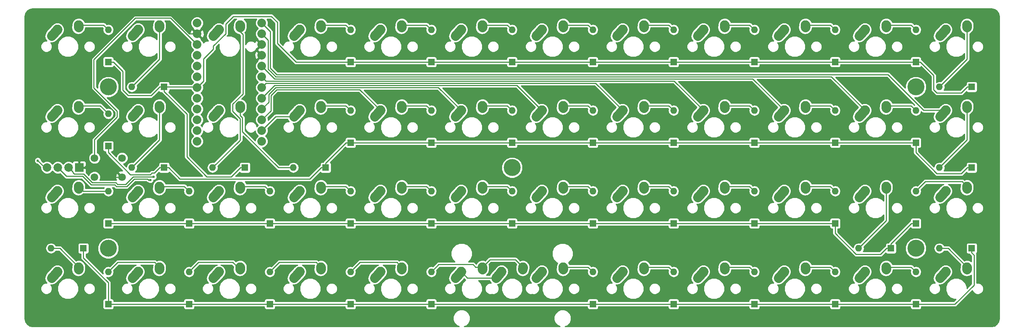
<source format=gbl>
%TF.GenerationSoftware,KiCad,Pcbnew,4.0.7*%
%TF.CreationDate,2018-01-16T00:45:26-08:00*%
%TF.ProjectId,Danck,44616E636B2E6B696361645F70636200,rev?*%
%TF.FileFunction,Copper,L2,Bot,Signal*%
%FSLAX46Y46*%
G04 Gerber Fmt 4.6, Leading zero omitted, Abs format (unit mm)*
G04 Created by KiCad (PCBNEW 4.0.7) date 01/16/18 00:45:26*
%MOMM*%
%LPD*%
G01*
G04 APERTURE LIST*
%ADD10C,0.100000*%
%ADD11C,2.000000*%
%ADD12R,2.000000X2.000000*%
%ADD13R,1.600000X1.600000*%
%ADD14O,1.600000X1.600000*%
%ADD15C,2.250000*%
%ADD16C,2.250000*%
%ADD17C,2.032000*%
%ADD18C,1.800000*%
%ADD19C,4.000000*%
%ADD20C,0.600000*%
%ADD21C,0.250000*%
%ADD22C,0.254000*%
G04 APERTURE END LIST*
D10*
D11*
X35687000Y-66675000D03*
X38227000Y-66675000D03*
X33147000Y-66675000D03*
D12*
X40767000Y-66675000D03*
D13*
X47625000Y-41751250D03*
D14*
X47625000Y-34131250D03*
D13*
X60801250Y-47625000D03*
D14*
X53181250Y-47625000D03*
D13*
X79851250Y-66675000D03*
D14*
X72231250Y-66675000D03*
D13*
X104775000Y-41751250D03*
D14*
X104775000Y-34131250D03*
D13*
X123825000Y-41751250D03*
D14*
X123825000Y-34131250D03*
D13*
X142875000Y-41751250D03*
D14*
X142875000Y-34131250D03*
D13*
X161925000Y-41751250D03*
D14*
X161925000Y-34131250D03*
D13*
X180975000Y-41751250D03*
D14*
X180975000Y-34131250D03*
D13*
X200025000Y-41751250D03*
D14*
X200025000Y-34131250D03*
D13*
X219075000Y-41751250D03*
D14*
X219075000Y-34131250D03*
D13*
X238125000Y-41751250D03*
D14*
X238125000Y-34131250D03*
D13*
X251301250Y-47625000D03*
D14*
X243681250Y-47625000D03*
D13*
X47625000Y-61595000D03*
D14*
X47625000Y-53975000D03*
D13*
X60801250Y-66675000D03*
D14*
X53181250Y-66675000D03*
D13*
X98901250Y-66675000D03*
D14*
X91281250Y-66675000D03*
D13*
X104775000Y-60801250D03*
D14*
X104775000Y-53181250D03*
D13*
X123825000Y-60801250D03*
D14*
X123825000Y-53181250D03*
D13*
X142875000Y-60801250D03*
D14*
X142875000Y-53181250D03*
D13*
X161925000Y-60801250D03*
D14*
X161925000Y-53181250D03*
D13*
X180975000Y-60801250D03*
D14*
X180975000Y-53181250D03*
D13*
X200025000Y-60801250D03*
D14*
X200025000Y-53181250D03*
D13*
X219075000Y-60801250D03*
D14*
X219075000Y-53181250D03*
D13*
X238125000Y-60801250D03*
D14*
X238125000Y-53181250D03*
D13*
X251301250Y-66675000D03*
D14*
X243681250Y-66675000D03*
D13*
X47625000Y-79851250D03*
D14*
X47625000Y-72231250D03*
D13*
X66675000Y-79851250D03*
D14*
X66675000Y-72231250D03*
D13*
X85725000Y-79851250D03*
D14*
X85725000Y-72231250D03*
D13*
X104775000Y-79851250D03*
D14*
X104775000Y-72231250D03*
D13*
X123825000Y-79851250D03*
D14*
X123825000Y-72231250D03*
D13*
X142875000Y-79851250D03*
D14*
X142875000Y-72231250D03*
D13*
X161925000Y-79851250D03*
D14*
X161925000Y-72231250D03*
D13*
X180975000Y-79851250D03*
D14*
X180975000Y-72231250D03*
D13*
X200025000Y-79851250D03*
D14*
X200025000Y-72231250D03*
D13*
X219075000Y-79851250D03*
D14*
X219075000Y-72231250D03*
D13*
X232251250Y-85725000D03*
D14*
X224631250Y-85725000D03*
D13*
X238125000Y-79851250D03*
D14*
X238125000Y-72231250D03*
D13*
X41751250Y-85725000D03*
D14*
X34131250Y-85725000D03*
D13*
X47625000Y-98901250D03*
D14*
X47625000Y-91281250D03*
D13*
X66675000Y-98901250D03*
D14*
X66675000Y-91281250D03*
D13*
X85725000Y-98901250D03*
D14*
X85725000Y-91281250D03*
D13*
X104775000Y-98901250D03*
D14*
X104775000Y-91281250D03*
D13*
X123825000Y-98901250D03*
D14*
X123825000Y-91281250D03*
D13*
X161925000Y-98901250D03*
D14*
X161925000Y-91281250D03*
D13*
X180975000Y-98901250D03*
D14*
X180975000Y-91281250D03*
D13*
X200025000Y-98901250D03*
D14*
X200025000Y-91281250D03*
D13*
X219075000Y-98901250D03*
D14*
X219075000Y-91281250D03*
D13*
X238125000Y-98901250D03*
D14*
X238125000Y-91281250D03*
D13*
X251301250Y-85725000D03*
D14*
X243681250Y-85725000D03*
D15*
X40600000Y-33600000D02*
X40640000Y-33020000D01*
D16*
X40640000Y-33020000D03*
D15*
X34290000Y-35560000D02*
X35600000Y-34100000D01*
D16*
X35600000Y-34100000D03*
D15*
X59650000Y-33600000D02*
X59690000Y-33020000D01*
D16*
X59690000Y-33020000D03*
D15*
X53340000Y-35560000D02*
X54650000Y-34100000D01*
D16*
X54650000Y-34100000D03*
D15*
X78700000Y-33600000D02*
X78740000Y-33020000D01*
D16*
X78740000Y-33020000D03*
D15*
X72390000Y-35560000D02*
X73700000Y-34100000D01*
D16*
X73700000Y-34100000D03*
D15*
X97750000Y-33600000D02*
X97790000Y-33020000D01*
D16*
X97790000Y-33020000D03*
D15*
X91440000Y-35560000D02*
X92750000Y-34100000D01*
D16*
X92750000Y-34100000D03*
D15*
X116800000Y-33600000D02*
X116840000Y-33020000D01*
D16*
X116840000Y-33020000D03*
D15*
X110490000Y-35560000D02*
X111800000Y-34100000D01*
D16*
X111800000Y-34100000D03*
D15*
X135850000Y-33600000D02*
X135890000Y-33020000D01*
D16*
X135890000Y-33020000D03*
D15*
X129540000Y-35560000D02*
X130850000Y-34100000D01*
D16*
X130850000Y-34100000D03*
D15*
X154900000Y-33600000D02*
X154940000Y-33020000D01*
D16*
X154940000Y-33020000D03*
D15*
X148590000Y-35560000D02*
X149900000Y-34100000D01*
D16*
X149900000Y-34100000D03*
D15*
X173950000Y-33600000D02*
X173990000Y-33020000D01*
D16*
X173990000Y-33020000D03*
D15*
X167640000Y-35560000D02*
X168950000Y-34100000D01*
D16*
X168950000Y-34100000D03*
D15*
X193000000Y-33600000D02*
X193040000Y-33020000D01*
D16*
X193040000Y-33020000D03*
D15*
X186690000Y-35560000D02*
X188000000Y-34100000D01*
D16*
X188000000Y-34100000D03*
D15*
X212050000Y-33600000D02*
X212090000Y-33020000D01*
D16*
X212090000Y-33020000D03*
D15*
X205740000Y-35560000D02*
X207050000Y-34100000D01*
D16*
X207050000Y-34100000D03*
D15*
X231100000Y-33600000D02*
X231140000Y-33020000D01*
D16*
X231140000Y-33020000D03*
D15*
X224790000Y-35560000D02*
X226100000Y-34100000D01*
D16*
X226100000Y-34100000D03*
D15*
X250150000Y-33600000D02*
X250190000Y-33020000D01*
D16*
X250190000Y-33020000D03*
D15*
X243840000Y-35560000D02*
X245150000Y-34100000D01*
D16*
X245150000Y-34100000D03*
D15*
X40600000Y-52650000D02*
X40640000Y-52070000D01*
D16*
X40640000Y-52070000D03*
D15*
X34290000Y-54610000D02*
X35600000Y-53150000D01*
D16*
X35600000Y-53150000D03*
D15*
X59650000Y-52650000D02*
X59690000Y-52070000D01*
D16*
X59690000Y-52070000D03*
D15*
X53340000Y-54610000D02*
X54650000Y-53150000D01*
D16*
X54650000Y-53150000D03*
D15*
X78700000Y-52650000D02*
X78740000Y-52070000D01*
D16*
X78740000Y-52070000D03*
D15*
X72390000Y-54610000D02*
X73700000Y-53150000D01*
D16*
X73700000Y-53150000D03*
D15*
X97750000Y-52650000D02*
X97790000Y-52070000D01*
D16*
X97790000Y-52070000D03*
D15*
X91440000Y-54610000D02*
X92750000Y-53150000D01*
D16*
X92750000Y-53150000D03*
D15*
X116800000Y-52650000D02*
X116840000Y-52070000D01*
D16*
X116840000Y-52070000D03*
D15*
X110490000Y-54610000D02*
X111800000Y-53150000D01*
D16*
X111800000Y-53150000D03*
D15*
X135850000Y-52650000D02*
X135890000Y-52070000D01*
D16*
X135890000Y-52070000D03*
D15*
X129540000Y-54610000D02*
X130850000Y-53150000D01*
D16*
X130850000Y-53150000D03*
D15*
X154900000Y-52650000D02*
X154940000Y-52070000D01*
D16*
X154940000Y-52070000D03*
D15*
X148590000Y-54610000D02*
X149900000Y-53150000D01*
D16*
X149900000Y-53150000D03*
D15*
X173950000Y-52650000D02*
X173990000Y-52070000D01*
D16*
X173990000Y-52070000D03*
D15*
X167640000Y-54610000D02*
X168950000Y-53150000D01*
D16*
X168950000Y-53150000D03*
D15*
X193000000Y-52650000D02*
X193040000Y-52070000D01*
D16*
X193040000Y-52070000D03*
D15*
X186690000Y-54610000D02*
X188000000Y-53150000D01*
D16*
X188000000Y-53150000D03*
D15*
X212050000Y-52650000D02*
X212090000Y-52070000D01*
D16*
X212090000Y-52070000D03*
D15*
X205740000Y-54610000D02*
X207050000Y-53150000D01*
D16*
X207050000Y-53150000D03*
D15*
X231100000Y-52650000D02*
X231140000Y-52070000D01*
D16*
X231140000Y-52070000D03*
D15*
X224790000Y-54610000D02*
X226100000Y-53150000D01*
D16*
X226100000Y-53150000D03*
D15*
X250150000Y-52650000D02*
X250190000Y-52070000D01*
D16*
X250190000Y-52070000D03*
D15*
X243840000Y-54610000D02*
X245150000Y-53150000D01*
D16*
X245150000Y-53150000D03*
D15*
X40600000Y-71700000D02*
X40640000Y-71120000D01*
D16*
X40640000Y-71120000D03*
D15*
X34290000Y-73660000D02*
X35600000Y-72200000D01*
D16*
X35600000Y-72200000D03*
D15*
X59650000Y-71700000D02*
X59690000Y-71120000D01*
D16*
X59690000Y-71120000D03*
D15*
X53340000Y-73660000D02*
X54650000Y-72200000D01*
D16*
X54650000Y-72200000D03*
D15*
X78700000Y-71700000D02*
X78740000Y-71120000D01*
D16*
X78740000Y-71120000D03*
D15*
X72390000Y-73660000D02*
X73700000Y-72200000D01*
D16*
X73700000Y-72200000D03*
D15*
X97750000Y-71700000D02*
X97790000Y-71120000D01*
D16*
X97790000Y-71120000D03*
D15*
X91440000Y-73660000D02*
X92750000Y-72200000D01*
D16*
X92750000Y-72200000D03*
D15*
X116800000Y-71700000D02*
X116840000Y-71120000D01*
D16*
X116840000Y-71120000D03*
D15*
X110490000Y-73660000D02*
X111800000Y-72200000D01*
D16*
X111800000Y-72200000D03*
D15*
X135850000Y-71700000D02*
X135890000Y-71120000D01*
D16*
X135890000Y-71120000D03*
D15*
X129540000Y-73660000D02*
X130850000Y-72200000D01*
D16*
X130850000Y-72200000D03*
D15*
X154900000Y-71700000D02*
X154940000Y-71120000D01*
D16*
X154940000Y-71120000D03*
D15*
X148590000Y-73660000D02*
X149900000Y-72200000D01*
D16*
X149900000Y-72200000D03*
D15*
X173950000Y-71700000D02*
X173990000Y-71120000D01*
D16*
X173990000Y-71120000D03*
D15*
X167640000Y-73660000D02*
X168950000Y-72200000D01*
D16*
X168950000Y-72200000D03*
D15*
X193000000Y-71700000D02*
X193040000Y-71120000D01*
D16*
X193040000Y-71120000D03*
D15*
X186690000Y-73660000D02*
X188000000Y-72200000D01*
D16*
X188000000Y-72200000D03*
D15*
X212050000Y-71700000D02*
X212090000Y-71120000D01*
D16*
X212090000Y-71120000D03*
D15*
X205740000Y-73660000D02*
X207050000Y-72200000D01*
D16*
X207050000Y-72200000D03*
D15*
X231100000Y-71700000D02*
X231140000Y-71120000D01*
D16*
X231140000Y-71120000D03*
D15*
X224790000Y-73660000D02*
X226100000Y-72200000D01*
D16*
X226100000Y-72200000D03*
D15*
X250150000Y-71700000D02*
X250190000Y-71120000D01*
D16*
X250190000Y-71120000D03*
D15*
X243840000Y-73660000D02*
X245150000Y-72200000D01*
D16*
X245150000Y-72200000D03*
D15*
X40600000Y-90750000D02*
X40640000Y-90170000D01*
D16*
X40640000Y-90170000D03*
D15*
X34290000Y-92710000D02*
X35600000Y-91250000D01*
D16*
X35600000Y-91250000D03*
D15*
X59650000Y-90750000D02*
X59690000Y-90170000D01*
D16*
X59690000Y-90170000D03*
D15*
X53340000Y-92710000D02*
X54650000Y-91250000D01*
D16*
X54650000Y-91250000D03*
D15*
X78700000Y-90750000D02*
X78740000Y-90170000D01*
D16*
X78740000Y-90170000D03*
D15*
X72390000Y-92710000D02*
X73700000Y-91250000D01*
D16*
X73700000Y-91250000D03*
D15*
X97750000Y-90750000D02*
X97790000Y-90170000D01*
D16*
X97790000Y-90170000D03*
D15*
X91440000Y-92710000D02*
X92750000Y-91250000D01*
D16*
X92750000Y-91250000D03*
D15*
X116800000Y-90750000D02*
X116840000Y-90170000D01*
D16*
X116840000Y-90170000D03*
D15*
X110490000Y-92710000D02*
X111800000Y-91250000D01*
D16*
X111800000Y-91250000D03*
D15*
X135850000Y-90750000D02*
X135890000Y-90170000D01*
D16*
X135890000Y-90170000D03*
D15*
X129540000Y-92710000D02*
X130850000Y-91250000D01*
D16*
X130850000Y-91250000D03*
D15*
X154900000Y-90750000D02*
X154940000Y-90170000D01*
D16*
X154940000Y-90170000D03*
D15*
X148590000Y-92710000D02*
X149900000Y-91250000D01*
D16*
X149900000Y-91250000D03*
D15*
X173950000Y-90750000D02*
X173990000Y-90170000D01*
D16*
X173990000Y-90170000D03*
D15*
X167640000Y-92710000D02*
X168950000Y-91250000D01*
D16*
X168950000Y-91250000D03*
D15*
X193000000Y-90750000D02*
X193040000Y-90170000D01*
D16*
X193040000Y-90170000D03*
D15*
X186690000Y-92710000D02*
X188000000Y-91250000D01*
D16*
X188000000Y-91250000D03*
D15*
X212050000Y-90750000D02*
X212090000Y-90170000D01*
D16*
X212090000Y-90170000D03*
D15*
X205740000Y-92710000D02*
X207050000Y-91250000D01*
D16*
X207050000Y-91250000D03*
D15*
X231100000Y-90750000D02*
X231140000Y-90170000D01*
D16*
X231140000Y-90170000D03*
D15*
X224790000Y-92710000D02*
X226100000Y-91250000D01*
D16*
X226100000Y-91250000D03*
D15*
X250150000Y-90750000D02*
X250190000Y-90170000D01*
D16*
X250190000Y-90170000D03*
D15*
X243840000Y-92710000D02*
X245150000Y-91250000D01*
D16*
X245150000Y-91250000D03*
D15*
X145375000Y-90750000D02*
X145415000Y-90170000D01*
D16*
X145415000Y-90170000D03*
D15*
X139065000Y-92710000D02*
X140375000Y-91250000D01*
D16*
X140375000Y-91250000D03*
D17*
X83820000Y-32543750D03*
X83820000Y-35083750D03*
X83820000Y-37623750D03*
X83820000Y-40163750D03*
X83820000Y-42703750D03*
X83820000Y-45243750D03*
X83820000Y-47783750D03*
X83820000Y-50323750D03*
X83820000Y-52863750D03*
X83820000Y-55403750D03*
X83820000Y-57943750D03*
X83820000Y-60483750D03*
X68580000Y-32543750D03*
X68580000Y-35083750D03*
X68580000Y-37623750D03*
X68580000Y-40163750D03*
X68580000Y-42703750D03*
X68580000Y-45243750D03*
X68580000Y-47783750D03*
X68580000Y-50323750D03*
X68580000Y-52863750D03*
X68580000Y-55403750D03*
X68580000Y-57943750D03*
X68580000Y-60483750D03*
D18*
X44375000Y-64425000D03*
X50875000Y-68925000D03*
X44375000Y-68925000D03*
X50875000Y-64425000D03*
D19*
X142875000Y-66675000D03*
X238125000Y-85725000D03*
X47625000Y-85725000D03*
X238125000Y-47625000D03*
X47625000Y-47625000D03*
D20*
X30988000Y-65024000D03*
X57531000Y-69596000D03*
X58293000Y-68834000D03*
D21*
X104775000Y-41751250D02*
X91916250Y-41751250D01*
X91916250Y-41751250D02*
X87503000Y-37338000D01*
X87503000Y-32385000D02*
X86106000Y-30988000D01*
X87503000Y-37338000D02*
X87503000Y-32385000D01*
X75311000Y-35052000D02*
X72390000Y-37973000D01*
X86106000Y-30988000D02*
X77089000Y-30988000D01*
X77089000Y-30988000D02*
X75311000Y-32766000D01*
X75311000Y-32766000D02*
X75311000Y-35052000D01*
X72390000Y-37973000D02*
X72390000Y-38735000D01*
X72390000Y-38735000D02*
X70104000Y-41021000D01*
X70104000Y-46259750D02*
X68580000Y-47783750D01*
X70104000Y-41021000D02*
X70104000Y-46259750D01*
X47625000Y-41751250D02*
X48863250Y-41751250D01*
X48863250Y-41751250D02*
X51054000Y-43942000D01*
X51054000Y-43942000D02*
X51054000Y-48387000D01*
X51054000Y-48387000D02*
X52324000Y-49657000D01*
X52324000Y-49657000D02*
X57719250Y-49657000D01*
X59751250Y-47625000D02*
X60801250Y-47625000D01*
X57719250Y-49657000D02*
X59751250Y-47625000D01*
X60801250Y-47625000D02*
X60801250Y-48675000D01*
X60801250Y-48675000D02*
X66167000Y-54040750D01*
X66167000Y-54040750D02*
X66167000Y-64135000D01*
X66167000Y-64135000D02*
X70866000Y-68834000D01*
X70866000Y-68834000D02*
X76642250Y-68834000D01*
X76642250Y-68834000D02*
X78801250Y-66675000D01*
X78801250Y-66675000D02*
X79851250Y-66675000D01*
X243078000Y-49022000D02*
X248854250Y-49022000D01*
X248854250Y-49022000D02*
X250251250Y-47625000D01*
X250251250Y-47625000D02*
X251301250Y-47625000D01*
X242316000Y-48260000D02*
X243078000Y-49022000D01*
X242316000Y-44892250D02*
X242316000Y-48260000D01*
X238125000Y-41751250D02*
X239175000Y-41751250D01*
X239175000Y-41751250D02*
X242316000Y-44892250D01*
X219075000Y-41751250D02*
X220125000Y-41751250D01*
X220125000Y-41751250D02*
X238125000Y-41751250D01*
X200025000Y-41751250D02*
X201075000Y-41751250D01*
X201075000Y-41751250D02*
X219075000Y-41751250D01*
X180975000Y-41751250D02*
X182025000Y-41751250D01*
X182025000Y-41751250D02*
X200025000Y-41751250D01*
X161925000Y-41751250D02*
X162975000Y-41751250D01*
X162975000Y-41751250D02*
X180975000Y-41751250D01*
X142875000Y-41751250D02*
X143925000Y-41751250D01*
X143925000Y-41751250D02*
X161925000Y-41751250D01*
X123825000Y-41751250D02*
X124875000Y-41751250D01*
X124875000Y-41751250D02*
X142875000Y-41751250D01*
X104775000Y-41751250D02*
X105825000Y-41751250D01*
X105825000Y-41751250D02*
X123825000Y-41751250D01*
X60801250Y-47625000D02*
X68421250Y-47625000D01*
X68421250Y-47625000D02*
X68580000Y-47783750D01*
X40640000Y-33020000D02*
X46513750Y-33020000D01*
X46513750Y-33020000D02*
X47625000Y-34131250D01*
X59690000Y-33020000D02*
X59690000Y-41116250D01*
X59690000Y-41116250D02*
X53181250Y-47625000D01*
X78740000Y-33020000D02*
X78740000Y-34610990D01*
X78740000Y-34610990D02*
X79375000Y-35245990D01*
X79375000Y-35245990D02*
X79375000Y-49288998D01*
X79375000Y-49288998D02*
X76962000Y-51701998D01*
X78740000Y-55118000D02*
X78740000Y-60166250D01*
X76962000Y-51701998D02*
X76962000Y-53340000D01*
X76962000Y-53340000D02*
X78740000Y-55118000D01*
X78740000Y-60166250D02*
X78613000Y-60293250D01*
X78613000Y-60293250D02*
X72231250Y-66675000D01*
X97790000Y-33020000D02*
X103663750Y-33020000D01*
X103663750Y-33020000D02*
X104775000Y-34131250D01*
X116840000Y-33020000D02*
X122713750Y-33020000D01*
X122713750Y-33020000D02*
X123825000Y-34131250D01*
X135890000Y-33020000D02*
X141763750Y-33020000D01*
X141763750Y-33020000D02*
X142875000Y-34131250D01*
X154940000Y-33020000D02*
X160813750Y-33020000D01*
X160813750Y-33020000D02*
X161925000Y-34131250D01*
X173990000Y-33020000D02*
X179863750Y-33020000D01*
X179863750Y-33020000D02*
X180975000Y-34131250D01*
X193040000Y-33020000D02*
X198913750Y-33020000D01*
X198913750Y-33020000D02*
X200025000Y-34131250D01*
X212090000Y-33020000D02*
X217963750Y-33020000D01*
X217963750Y-33020000D02*
X219075000Y-34131250D01*
X231140000Y-33020000D02*
X237013750Y-33020000D01*
X237013750Y-33020000D02*
X238125000Y-34131250D01*
X250190000Y-33020000D02*
X250190000Y-41116250D01*
X250190000Y-41116250D02*
X243681250Y-47625000D01*
X60801250Y-66675000D02*
X59751250Y-66675000D01*
X47625000Y-63119000D02*
X47625000Y-61595000D01*
X59751250Y-66675000D02*
X58481250Y-67945000D01*
X58481250Y-67945000D02*
X57912000Y-67945000D01*
X57912000Y-67945000D02*
X57531000Y-68326000D01*
X57531000Y-68326000D02*
X52832000Y-68326000D01*
X52832000Y-68326000D02*
X47625000Y-63119000D01*
X60801250Y-66675000D02*
X61851250Y-66675000D01*
X64518250Y-69342000D02*
X95184250Y-69342000D01*
X61851250Y-66675000D02*
X64518250Y-69342000D01*
X95184250Y-69342000D02*
X97851250Y-66675000D01*
X97851250Y-66675000D02*
X98901250Y-66675000D01*
X243078000Y-68072000D02*
X248854250Y-68072000D01*
X248854250Y-68072000D02*
X250251250Y-66675000D01*
X250251250Y-66675000D02*
X251301250Y-66675000D01*
X238125000Y-63119000D02*
X243078000Y-68072000D01*
X238125000Y-60801250D02*
X238125000Y-63119000D01*
X219075000Y-60801250D02*
X238125000Y-60801250D01*
X200025000Y-60801250D02*
X219075000Y-60801250D01*
X180975000Y-60801250D02*
X182025000Y-60801250D01*
X182025000Y-60801250D02*
X200025000Y-60801250D01*
X161925000Y-60801250D02*
X180975000Y-60801250D01*
X142875000Y-60801250D02*
X143925000Y-60801250D01*
X143925000Y-60801250D02*
X161925000Y-60801250D01*
X123825000Y-60801250D02*
X124875000Y-60801250D01*
X124875000Y-60801250D02*
X142875000Y-60801250D01*
X104775000Y-60801250D02*
X105825000Y-60801250D01*
X105825000Y-60801250D02*
X123825000Y-60801250D01*
X98901250Y-66675000D02*
X98901250Y-65625000D01*
X98901250Y-65625000D02*
X103725000Y-60801250D01*
X103725000Y-60801250D02*
X104775000Y-60801250D01*
X40640000Y-52070000D02*
X45720000Y-52070000D01*
X45720000Y-52070000D02*
X47625000Y-53975000D01*
X59690000Y-52070000D02*
X59690000Y-60166250D01*
X59690000Y-60166250D02*
X53181250Y-66675000D01*
X78740000Y-52070000D02*
X78740000Y-54356000D01*
X78740000Y-54356000D02*
X79248000Y-54864000D01*
X79248000Y-54864000D02*
X79248000Y-58166000D01*
X79248000Y-58166000D02*
X87757000Y-66675000D01*
X87757000Y-66675000D02*
X91281250Y-66675000D01*
X97790000Y-52070000D02*
X103663750Y-52070000D01*
X103663750Y-52070000D02*
X104775000Y-53181250D01*
X117983000Y-52070000D02*
X122713750Y-52070000D01*
X122713750Y-52070000D02*
X123825000Y-53181250D01*
X117403000Y-52650000D02*
X117983000Y-52070000D01*
X116800000Y-52650000D02*
X117403000Y-52650000D01*
X135890000Y-52070000D02*
X141763750Y-52070000D01*
X141763750Y-52070000D02*
X142875000Y-53181250D01*
X154940000Y-52070000D02*
X160813750Y-52070000D01*
X160813750Y-52070000D02*
X161925000Y-53181250D01*
X173990000Y-52070000D02*
X179863750Y-52070000D01*
X179863750Y-52070000D02*
X180975000Y-53181250D01*
X194183000Y-52070000D02*
X198913750Y-52070000D01*
X198913750Y-52070000D02*
X200025000Y-53181250D01*
X193603000Y-52650000D02*
X194183000Y-52070000D01*
X193000000Y-52650000D02*
X193603000Y-52650000D01*
X212090000Y-52070000D02*
X217963750Y-52070000D01*
X217963750Y-52070000D02*
X219075000Y-53181250D01*
X231140000Y-52070000D02*
X237013750Y-52070000D01*
X237013750Y-52070000D02*
X238125000Y-53181250D01*
X250190000Y-52070000D02*
X250190000Y-60166250D01*
X250190000Y-60166250D02*
X243681250Y-66675000D01*
X232251250Y-85725000D02*
X232251250Y-84675000D01*
X232251250Y-84675000D02*
X237075000Y-79851250D01*
X237075000Y-79851250D02*
X238125000Y-79851250D01*
X224028000Y-87122000D02*
X229804250Y-87122000D01*
X229804250Y-87122000D02*
X231201250Y-85725000D01*
X231201250Y-85725000D02*
X232251250Y-85725000D01*
X219075000Y-82169000D02*
X224028000Y-87122000D01*
X219075000Y-79851250D02*
X219075000Y-82169000D01*
X200025000Y-79851250D02*
X201075000Y-79851250D01*
X201075000Y-79851250D02*
X219075000Y-79851250D01*
X180975000Y-79851250D02*
X182025000Y-79851250D01*
X182025000Y-79851250D02*
X200025000Y-79851250D01*
X161925000Y-79851250D02*
X180975000Y-79851250D01*
X142875000Y-79851250D02*
X161925000Y-79851250D01*
X123825000Y-79851250D02*
X124875000Y-79851250D01*
X124875000Y-79851250D02*
X142875000Y-79851250D01*
X104775000Y-79851250D02*
X105825000Y-79851250D01*
X105825000Y-79851250D02*
X123825000Y-79851250D01*
X85725000Y-79851250D02*
X86775000Y-79851250D01*
X86775000Y-79851250D02*
X104775000Y-79851250D01*
X66675000Y-79851250D02*
X67725000Y-79851250D01*
X67725000Y-79851250D02*
X85725000Y-79851250D01*
X47625000Y-79851250D02*
X48675000Y-79851250D01*
X48675000Y-79851250D02*
X66675000Y-79851250D01*
X47625000Y-72231250D02*
X41751250Y-72231250D01*
X41751250Y-72231250D02*
X40640000Y-71120000D01*
X60960000Y-71120000D02*
X65563750Y-71120000D01*
X65563750Y-71120000D02*
X66675000Y-72231250D01*
X60380000Y-71700000D02*
X60960000Y-71120000D01*
X59650000Y-71700000D02*
X60380000Y-71700000D01*
X78740000Y-71120000D02*
X84613750Y-71120000D01*
X84613750Y-71120000D02*
X85725000Y-72231250D01*
X97790000Y-71120000D02*
X103663750Y-71120000D01*
X103663750Y-71120000D02*
X104775000Y-72231250D01*
X116840000Y-71120000D02*
X122713750Y-71120000D01*
X122713750Y-71120000D02*
X123825000Y-72231250D01*
X135890000Y-71120000D02*
X141763750Y-71120000D01*
X141763750Y-71120000D02*
X142875000Y-72231250D01*
X156083000Y-71120000D02*
X160813750Y-71120000D01*
X160813750Y-71120000D02*
X161925000Y-72231250D01*
X155503000Y-71700000D02*
X156083000Y-71120000D01*
X154900000Y-71700000D02*
X155503000Y-71700000D01*
X173990000Y-71120000D02*
X179863750Y-71120000D01*
X179863750Y-71120000D02*
X180975000Y-72231250D01*
X193040000Y-71120000D02*
X198913750Y-71120000D01*
X198913750Y-71120000D02*
X200025000Y-72231250D01*
X212090000Y-71120000D02*
X217963750Y-71120000D01*
X217963750Y-71120000D02*
X219075000Y-72231250D01*
X231140000Y-71120000D02*
X231140000Y-79216250D01*
X231140000Y-79216250D02*
X224631250Y-85725000D01*
X250190000Y-71120000D02*
X249065001Y-69995001D01*
X249065001Y-69995001D02*
X240361249Y-69995001D01*
X240361249Y-69995001D02*
X238924999Y-71431251D01*
X238924999Y-71431251D02*
X238125000Y-72231250D01*
X219075000Y-98901250D02*
X238125000Y-98901250D01*
X200025000Y-98901250D02*
X201075000Y-98901250D01*
X201075000Y-98901250D02*
X219075000Y-98901250D01*
X180975000Y-98901250D02*
X182025000Y-98901250D01*
X182025000Y-98901250D02*
X200025000Y-98901250D01*
X161925000Y-98901250D02*
X162975000Y-98901250D01*
X162975000Y-98901250D02*
X180975000Y-98901250D01*
X123825000Y-98901250D02*
X124875000Y-98901250D01*
X124875000Y-98901250D02*
X161925000Y-98901250D01*
X104775000Y-98901250D02*
X105825000Y-98901250D01*
X105825000Y-98901250D02*
X123825000Y-98901250D01*
X85725000Y-98901250D02*
X104775000Y-98901250D01*
X66675000Y-98901250D02*
X67725000Y-98901250D01*
X67725000Y-98901250D02*
X85725000Y-98901250D01*
X47625000Y-98901250D02*
X48675000Y-98901250D01*
X48675000Y-98901250D02*
X66675000Y-98901250D01*
X47625000Y-93853000D02*
X41751250Y-87979250D01*
X41751250Y-87979250D02*
X41751250Y-85725000D01*
X47625000Y-98901250D02*
X47625000Y-93853000D01*
X251841000Y-87314750D02*
X251841000Y-94398666D01*
X251841000Y-94398666D02*
X247338416Y-98901250D01*
X239175000Y-98901250D02*
X238125000Y-98901250D01*
X247338416Y-98901250D02*
X239175000Y-98901250D01*
X251301250Y-85725000D02*
X251301250Y-86775000D01*
X251301250Y-86775000D02*
X251841000Y-87314750D01*
X40640000Y-90170000D02*
X36195000Y-85725000D01*
X36195000Y-85725000D02*
X34131250Y-85725000D01*
X59690000Y-90170000D02*
X58565001Y-89045001D01*
X58565001Y-89045001D02*
X49861249Y-89045001D01*
X49861249Y-89045001D02*
X48424999Y-90481251D01*
X48424999Y-90481251D02*
X47625000Y-91281250D01*
X78700000Y-90750000D02*
X76977000Y-89027000D01*
X76977000Y-89027000D02*
X68929250Y-89027000D01*
X68929250Y-89027000D02*
X67474999Y-90481251D01*
X67474999Y-90481251D02*
X66675000Y-91281250D01*
X97790000Y-90170000D02*
X96665001Y-89045001D01*
X96665001Y-89045001D02*
X87961249Y-89045001D01*
X87961249Y-89045001D02*
X86524999Y-90481251D01*
X86524999Y-90481251D02*
X85725000Y-91281250D01*
X116840000Y-90170000D02*
X115715001Y-89045001D01*
X115715001Y-89045001D02*
X107011249Y-89045001D01*
X107011249Y-89045001D02*
X105574999Y-90481251D01*
X105574999Y-90481251D02*
X104775000Y-91281250D01*
X135890000Y-90170000D02*
X137668000Y-88392000D01*
X137668000Y-88392000D02*
X143637000Y-88392000D01*
X143637000Y-88392000D02*
X144290001Y-89045001D01*
X144290001Y-89045001D02*
X145415000Y-90170000D01*
X133664010Y-89535000D02*
X125571250Y-89535000D01*
X125571250Y-89535000D02*
X123825000Y-91281250D01*
X135890000Y-90170000D02*
X134299010Y-90170000D01*
X134299010Y-90170000D02*
X133664010Y-89535000D01*
X154940000Y-90170000D02*
X160813750Y-90170000D01*
X160813750Y-90170000D02*
X161925000Y-91281250D01*
X173990000Y-90170000D02*
X179863750Y-90170000D01*
X179863750Y-90170000D02*
X180975000Y-91281250D01*
X194183000Y-90170000D02*
X198913750Y-90170000D01*
X198913750Y-90170000D02*
X200025000Y-91281250D01*
X193603000Y-90750000D02*
X194183000Y-90170000D01*
X193000000Y-90750000D02*
X193603000Y-90750000D01*
X212090000Y-90170000D02*
X217963750Y-90170000D01*
X217963750Y-90170000D02*
X219075000Y-91281250D01*
X231140000Y-90170000D02*
X237013750Y-90170000D01*
X237013750Y-90170000D02*
X238125000Y-91281250D01*
X250190000Y-90170000D02*
X245745000Y-85725000D01*
X245745000Y-85725000D02*
X243681250Y-85725000D01*
X83820000Y-57943750D02*
X87153750Y-54610000D01*
X87153750Y-54610000D02*
X91440000Y-54610000D01*
X83820000Y-55403750D02*
X85979000Y-53244750D01*
X85979000Y-53244750D02*
X85979000Y-49657000D01*
X85979000Y-49657000D02*
X87376000Y-48260000D01*
X87376000Y-48260000D02*
X106910000Y-48260000D01*
X106910000Y-48260000D02*
X111800000Y-53150000D01*
X83820000Y-52863750D02*
X85471000Y-51212750D01*
X85471000Y-51212750D02*
X85471000Y-49403000D01*
X85471000Y-49403000D02*
X87122000Y-47752000D01*
X87122000Y-47752000D02*
X125452000Y-47752000D01*
X125452000Y-47752000D02*
X130850000Y-53150000D01*
X139065000Y-92710000D02*
X132310000Y-92710000D01*
X132310000Y-92710000D02*
X130850000Y-91250000D01*
X149328000Y-52578000D02*
X149900000Y-53150000D01*
X86899750Y-47244000D02*
X143994000Y-47244000D01*
X143994000Y-47244000D02*
X149328000Y-52578000D01*
X83820000Y-50323750D02*
X86899750Y-47244000D01*
X83820000Y-47783750D02*
X84867750Y-46736000D01*
X84867750Y-46736000D02*
X162536000Y-46736000D01*
X162536000Y-46736000D02*
X168950000Y-53150000D01*
X84836000Y-46228000D02*
X181078000Y-46228000D01*
X181078000Y-46228000D02*
X188000000Y-53150000D01*
X83851750Y-45243750D02*
X84836000Y-46228000D01*
X83820000Y-45243750D02*
X83851750Y-45243750D01*
X86836250Y-45720000D02*
X199620000Y-45720000D01*
X199620000Y-45720000D02*
X207050000Y-53150000D01*
X83820000Y-42703750D02*
X86836250Y-45720000D01*
X85979000Y-44069000D02*
X87122000Y-45212000D01*
X87122000Y-45212000D02*
X218162000Y-45212000D01*
X83820000Y-35083750D02*
X85344000Y-36607750D01*
X85344000Y-36607750D02*
X85344000Y-43434000D01*
X85344000Y-43434000D02*
X85979000Y-44069000D01*
X218162000Y-45212000D02*
X226100000Y-53150000D01*
X231521000Y-44704000D02*
X239967000Y-53150000D01*
X239967000Y-53150000D02*
X245150000Y-53150000D01*
X87376000Y-44704000D02*
X231521000Y-44704000D01*
X85852000Y-43180000D02*
X87376000Y-44704000D01*
X85852000Y-34575750D02*
X85852000Y-43180000D01*
X83820000Y-32543750D02*
X85852000Y-34575750D01*
X44375000Y-64425000D02*
X44375000Y-60019000D01*
X44196000Y-41148000D02*
X53975000Y-31369000D01*
X44375000Y-60019000D02*
X49657000Y-54737000D01*
X49657000Y-54737000D02*
X49657000Y-53340000D01*
X49657000Y-53340000D02*
X44196000Y-47879000D01*
X44196000Y-47879000D02*
X44196000Y-41148000D01*
X53975000Y-31369000D02*
X62325250Y-31369000D01*
X62325250Y-31369000D02*
X68580000Y-37623750D01*
X42926000Y-65024000D02*
X42926000Y-65766000D01*
X42926000Y-65766000D02*
X42017000Y-66675000D01*
X42017000Y-66675000D02*
X40767000Y-66675000D01*
X50875000Y-68925000D02*
X46827000Y-68925000D01*
X62484000Y-30861000D02*
X66706750Y-35083750D01*
X66706750Y-35083750D02*
X68580000Y-35083750D01*
X46827000Y-68925000D02*
X42926000Y-65024000D01*
X42926000Y-65024000D02*
X42926000Y-60706000D01*
X49149000Y-54483000D02*
X49149000Y-53594000D01*
X42926000Y-60706000D02*
X49149000Y-54483000D01*
X53721000Y-30861000D02*
X62484000Y-30861000D01*
X49149000Y-53594000D02*
X43688000Y-48133000D01*
X43688000Y-48133000D02*
X43688000Y-40894000D01*
X43688000Y-40894000D02*
X53721000Y-30861000D01*
X30988000Y-65024000D02*
X32639000Y-66675000D01*
X32639000Y-66675000D02*
X33147000Y-66675000D01*
X38735000Y-68707000D02*
X37719000Y-68707000D01*
X37719000Y-68707000D02*
X35687000Y-66675000D01*
X41529000Y-68707000D02*
X38735000Y-68707000D01*
X43561000Y-70739000D02*
X41529000Y-68707000D01*
X49149000Y-70739000D02*
X43561000Y-70739000D01*
X49530000Y-71120000D02*
X49149000Y-70739000D01*
X51943000Y-71120000D02*
X49530000Y-71120000D01*
X53721000Y-69342000D02*
X51943000Y-71120000D01*
X56852736Y-69342000D02*
X53721000Y-69342000D01*
X57531000Y-69596000D02*
X57106736Y-69596000D01*
X57106736Y-69596000D02*
X56852736Y-69342000D01*
X39243000Y-67818000D02*
X39243000Y-67691000D01*
X39243000Y-67691000D02*
X38227000Y-66675000D01*
X39624000Y-68199000D02*
X39243000Y-67818000D01*
X40513000Y-68199000D02*
X39624000Y-68199000D01*
X40513000Y-68199000D02*
X41783000Y-68199000D01*
X53467000Y-68834000D02*
X58293000Y-68834000D01*
X41783000Y-68199000D02*
X43815000Y-70231000D01*
X43815000Y-70231000D02*
X49403000Y-70231000D01*
X49403000Y-70231000D02*
X49784000Y-70612000D01*
X49784000Y-70612000D02*
X51689000Y-70612000D01*
X51689000Y-70612000D02*
X53467000Y-68834000D01*
D22*
G36*
X256668165Y-29305436D02*
X257247853Y-29692771D01*
X257635189Y-30272461D01*
X257782625Y-31013672D01*
X257782625Y-102336328D01*
X257635189Y-103077539D01*
X257247853Y-103657229D01*
X256668165Y-104044564D01*
X255926953Y-104192000D01*
X155366032Y-104192000D01*
X155930782Y-103958650D01*
X156502891Y-103387538D01*
X156812896Y-102640963D01*
X156813602Y-101832584D01*
X156504900Y-101085468D01*
X155933788Y-100513359D01*
X155187213Y-100203354D01*
X154378834Y-100202648D01*
X153631718Y-100511350D01*
X153059609Y-101082462D01*
X152749604Y-101829037D01*
X152748898Y-102637416D01*
X153057600Y-103384532D01*
X153628712Y-103956641D01*
X154195519Y-104192000D01*
X131553532Y-104192000D01*
X132118282Y-103958650D01*
X132690391Y-103387538D01*
X133000396Y-102640963D01*
X133001102Y-101832584D01*
X132692400Y-101085468D01*
X132121288Y-100513359D01*
X131374713Y-100203354D01*
X130566334Y-100202648D01*
X129819218Y-100511350D01*
X129247109Y-101082462D01*
X128937104Y-101829037D01*
X128936398Y-102637416D01*
X129245100Y-103384532D01*
X129816212Y-103956641D01*
X130383019Y-104192000D01*
X29823047Y-104192000D01*
X29081836Y-104044564D01*
X28502146Y-103657228D01*
X28114811Y-103077540D01*
X27967375Y-102336328D01*
X27967375Y-95519116D01*
X31660865Y-95519116D01*
X31867309Y-96018749D01*
X32249240Y-96401347D01*
X32748512Y-96608663D01*
X33289116Y-96609135D01*
X33788749Y-96402691D01*
X34171347Y-96020760D01*
X34285655Y-95745475D01*
X35597667Y-95745475D01*
X35977756Y-96665361D01*
X36680937Y-97369771D01*
X37600158Y-97751465D01*
X38595475Y-97752333D01*
X39515361Y-97372244D01*
X40219771Y-96669063D01*
X40601465Y-95749842D01*
X40601666Y-95519116D01*
X41820865Y-95519116D01*
X42027309Y-96018749D01*
X42409240Y-96401347D01*
X42908512Y-96608663D01*
X43449116Y-96609135D01*
X43948749Y-96402691D01*
X44331347Y-96020760D01*
X44538663Y-95521488D01*
X44539135Y-94980884D01*
X44332691Y-94481251D01*
X43950760Y-94098653D01*
X43451488Y-93891337D01*
X42910884Y-93890865D01*
X42411251Y-94097309D01*
X42028653Y-94479240D01*
X41821337Y-94978512D01*
X41820865Y-95519116D01*
X40601666Y-95519116D01*
X40602333Y-94754525D01*
X40222244Y-93834639D01*
X39519063Y-93130229D01*
X38599842Y-92748535D01*
X37604525Y-92747667D01*
X36684639Y-93127756D01*
X35980229Y-93830937D01*
X35598535Y-94750158D01*
X35597667Y-95745475D01*
X34285655Y-95745475D01*
X34378663Y-95521488D01*
X34379135Y-94980884D01*
X34172691Y-94481251D01*
X34024675Y-94332977D01*
X34344102Y-94378724D01*
X34961389Y-94220811D01*
X35471256Y-93838692D01*
X36785472Y-92373993D01*
X36983582Y-92176228D01*
X37122015Y-91842846D01*
X37174477Y-91754315D01*
X37182743Y-91696596D01*
X37232716Y-91576249D01*
X37232916Y-91346267D01*
X37264808Y-91123586D01*
X37233218Y-91000100D01*
X37233282Y-90926601D01*
X37183748Y-90806718D01*
X37106895Y-90506299D01*
X37001523Y-90365699D01*
X36985197Y-90326188D01*
X36931892Y-90272790D01*
X36724776Y-89996432D01*
X36556430Y-89896673D01*
X36526228Y-89866418D01*
X36456549Y-89837485D01*
X36176627Y-89671607D01*
X35994129Y-89645470D01*
X35926249Y-89617284D01*
X35796532Y-89617171D01*
X35545898Y-89581276D01*
X35406910Y-89616832D01*
X35276601Y-89616718D01*
X35064055Y-89704540D01*
X34928611Y-89739189D01*
X34865222Y-89786696D01*
X34676188Y-89864803D01*
X34420715Y-90119831D01*
X34418744Y-90121308D01*
X34414525Y-90126011D01*
X34216418Y-90323772D01*
X34198618Y-90366640D01*
X33040348Y-91657536D01*
X32715523Y-92205685D01*
X32625192Y-92836414D01*
X32783105Y-93453701D01*
X33110972Y-93891179D01*
X32750884Y-93890865D01*
X32251251Y-94097309D01*
X31868653Y-94479240D01*
X31661337Y-94978512D01*
X31660865Y-95519116D01*
X27967375Y-95519116D01*
X27967375Y-85725000D01*
X32797625Y-85725000D01*
X32897191Y-86225550D01*
X33180729Y-86649896D01*
X33605075Y-86933434D01*
X34105625Y-87033000D01*
X34156875Y-87033000D01*
X34657425Y-86933434D01*
X35081771Y-86649896D01*
X35276809Y-86358000D01*
X35932802Y-86358000D01*
X39127953Y-89553150D01*
X39007284Y-89843751D01*
X39007049Y-90113045D01*
X38968277Y-90675244D01*
X39049291Y-91307238D01*
X39365992Y-91860120D01*
X39870164Y-92249722D01*
X40485053Y-92416728D01*
X41117047Y-92335714D01*
X41669929Y-92019013D01*
X42059531Y-91514841D01*
X42226537Y-90899952D01*
X42250726Y-90549206D01*
X42272716Y-90496249D01*
X42273282Y-89846601D01*
X42197027Y-89662049D01*
X42190709Y-89612763D01*
X42140303Y-89524766D01*
X42025197Y-89246188D01*
X41920856Y-89141664D01*
X41874008Y-89059880D01*
X41721795Y-88942256D01*
X41566228Y-88786418D01*
X41466588Y-88745044D01*
X41369836Y-88670278D01*
X41129012Y-88604869D01*
X40966249Y-88537284D01*
X40879897Y-88537209D01*
X40754947Y-88503272D01*
X40492835Y-88536872D01*
X40316601Y-88536718D01*
X40236796Y-88569693D01*
X40122953Y-88584286D01*
X40012661Y-88647463D01*
X36642599Y-85277401D01*
X36437239Y-85140184D01*
X36195000Y-85091999D01*
X36194995Y-85092000D01*
X35276809Y-85092000D01*
X35165224Y-84925000D01*
X40433298Y-84925000D01*
X40433298Y-86525000D01*
X40468720Y-86713253D01*
X40579978Y-86886153D01*
X40749738Y-87002145D01*
X40951250Y-87042952D01*
X41118250Y-87042952D01*
X41118250Y-87979245D01*
X41118249Y-87979250D01*
X41166434Y-88221489D01*
X41303651Y-88426849D01*
X46992000Y-94115198D01*
X46992000Y-97583298D01*
X46825000Y-97583298D01*
X46636747Y-97618720D01*
X46463847Y-97729978D01*
X46347855Y-97899738D01*
X46307048Y-98101250D01*
X46307048Y-99701250D01*
X46342470Y-99889503D01*
X46453728Y-100062403D01*
X46623488Y-100178395D01*
X46825000Y-100219202D01*
X48425000Y-100219202D01*
X48613253Y-100183780D01*
X48786153Y-100072522D01*
X48902145Y-99902762D01*
X48942952Y-99701250D01*
X48942952Y-99534250D01*
X65357048Y-99534250D01*
X65357048Y-99701250D01*
X65392470Y-99889503D01*
X65503728Y-100062403D01*
X65673488Y-100178395D01*
X65875000Y-100219202D01*
X67475000Y-100219202D01*
X67663253Y-100183780D01*
X67836153Y-100072522D01*
X67952145Y-99902762D01*
X67992952Y-99701250D01*
X67992952Y-99534250D01*
X84407048Y-99534250D01*
X84407048Y-99701250D01*
X84442470Y-99889503D01*
X84553728Y-100062403D01*
X84723488Y-100178395D01*
X84925000Y-100219202D01*
X86525000Y-100219202D01*
X86713253Y-100183780D01*
X86886153Y-100072522D01*
X87002145Y-99902762D01*
X87042952Y-99701250D01*
X87042952Y-99534250D01*
X103457048Y-99534250D01*
X103457048Y-99701250D01*
X103492470Y-99889503D01*
X103603728Y-100062403D01*
X103773488Y-100178395D01*
X103975000Y-100219202D01*
X105575000Y-100219202D01*
X105763253Y-100183780D01*
X105936153Y-100072522D01*
X106052145Y-99902762D01*
X106092952Y-99701250D01*
X106092952Y-99534250D01*
X122507048Y-99534250D01*
X122507048Y-99701250D01*
X122542470Y-99889503D01*
X122653728Y-100062403D01*
X122823488Y-100178395D01*
X123025000Y-100219202D01*
X124625000Y-100219202D01*
X124813253Y-100183780D01*
X124986153Y-100072522D01*
X125102145Y-99902762D01*
X125142952Y-99701250D01*
X125142952Y-99534250D01*
X160607048Y-99534250D01*
X160607048Y-99701250D01*
X160642470Y-99889503D01*
X160753728Y-100062403D01*
X160923488Y-100178395D01*
X161125000Y-100219202D01*
X162725000Y-100219202D01*
X162913253Y-100183780D01*
X163086153Y-100072522D01*
X163202145Y-99902762D01*
X163242952Y-99701250D01*
X163242952Y-99534250D01*
X179657048Y-99534250D01*
X179657048Y-99701250D01*
X179692470Y-99889503D01*
X179803728Y-100062403D01*
X179973488Y-100178395D01*
X180175000Y-100219202D01*
X181775000Y-100219202D01*
X181963253Y-100183780D01*
X182136153Y-100072522D01*
X182252145Y-99902762D01*
X182292952Y-99701250D01*
X182292952Y-99534250D01*
X198707048Y-99534250D01*
X198707048Y-99701250D01*
X198742470Y-99889503D01*
X198853728Y-100062403D01*
X199023488Y-100178395D01*
X199225000Y-100219202D01*
X200825000Y-100219202D01*
X201013253Y-100183780D01*
X201186153Y-100072522D01*
X201302145Y-99902762D01*
X201342952Y-99701250D01*
X201342952Y-99534250D01*
X217757048Y-99534250D01*
X217757048Y-99701250D01*
X217792470Y-99889503D01*
X217903728Y-100062403D01*
X218073488Y-100178395D01*
X218275000Y-100219202D01*
X219875000Y-100219202D01*
X220063253Y-100183780D01*
X220236153Y-100072522D01*
X220352145Y-99902762D01*
X220392952Y-99701250D01*
X220392952Y-99534250D01*
X236807048Y-99534250D01*
X236807048Y-99701250D01*
X236842470Y-99889503D01*
X236953728Y-100062403D01*
X237123488Y-100178395D01*
X237325000Y-100219202D01*
X238925000Y-100219202D01*
X239113253Y-100183780D01*
X239286153Y-100072522D01*
X239402145Y-99902762D01*
X239442952Y-99701250D01*
X239442952Y-99534250D01*
X247338411Y-99534250D01*
X247338416Y-99534251D01*
X247580655Y-99486066D01*
X247786015Y-99348849D01*
X251442464Y-95692399D01*
X251577309Y-96018749D01*
X251959240Y-96401347D01*
X252458512Y-96608663D01*
X252999116Y-96609135D01*
X253498749Y-96402691D01*
X253881347Y-96020760D01*
X254088663Y-95521488D01*
X254089135Y-94980884D01*
X253882691Y-94481251D01*
X253500760Y-94098653D01*
X253001488Y-93891337D01*
X252474000Y-93890876D01*
X252474000Y-87314755D01*
X252474001Y-87314750D01*
X252425816Y-87072512D01*
X252425816Y-87072511D01*
X252354466Y-86965728D01*
X252462403Y-86896272D01*
X252578395Y-86726512D01*
X252619202Y-86525000D01*
X252619202Y-84925000D01*
X252583780Y-84736747D01*
X252472522Y-84563847D01*
X252302762Y-84447855D01*
X252101250Y-84407048D01*
X250501250Y-84407048D01*
X250312997Y-84442470D01*
X250140097Y-84553728D01*
X250024105Y-84723488D01*
X249983298Y-84925000D01*
X249983298Y-86525000D01*
X250018720Y-86713253D01*
X250129978Y-86886153D01*
X250299738Y-87002145D01*
X250501250Y-87042952D01*
X250733615Y-87042952D01*
X250853651Y-87222599D01*
X251208000Y-87576947D01*
X251208000Y-88878350D01*
X251116228Y-88786418D01*
X251016588Y-88745044D01*
X250919836Y-88670278D01*
X250679012Y-88604869D01*
X250516249Y-88537284D01*
X250429897Y-88537209D01*
X250304947Y-88503272D01*
X250042835Y-88536872D01*
X249866601Y-88536718D01*
X249786796Y-88569693D01*
X249672953Y-88584286D01*
X249562661Y-88647463D01*
X246192599Y-85277401D01*
X245987239Y-85140184D01*
X245745000Y-85091999D01*
X245744995Y-85092000D01*
X244826809Y-85092000D01*
X244631771Y-84800104D01*
X244207425Y-84516566D01*
X243706875Y-84417000D01*
X243655625Y-84417000D01*
X243155075Y-84516566D01*
X242730729Y-84800104D01*
X242447191Y-85224450D01*
X242347625Y-85725000D01*
X242447191Y-86225550D01*
X242730729Y-86649896D01*
X243155075Y-86933434D01*
X243655625Y-87033000D01*
X243706875Y-87033000D01*
X244207425Y-86933434D01*
X244631771Y-86649896D01*
X244826809Y-86358000D01*
X245482802Y-86358000D01*
X248677953Y-89553150D01*
X248557284Y-89843751D01*
X248557049Y-90113045D01*
X248518277Y-90675244D01*
X248599291Y-91307238D01*
X248915992Y-91860120D01*
X249420164Y-92249722D01*
X250035053Y-92416728D01*
X250667047Y-92335714D01*
X251208000Y-92025846D01*
X251208000Y-94136469D01*
X250151951Y-95192518D01*
X250152333Y-94754525D01*
X249772244Y-93834639D01*
X249069063Y-93130229D01*
X248149842Y-92748535D01*
X247154525Y-92747667D01*
X246234639Y-93127756D01*
X245530229Y-93830937D01*
X245148535Y-94750158D01*
X245147667Y-95745475D01*
X245527756Y-96665361D01*
X246230937Y-97369771D01*
X247150158Y-97751465D01*
X247592617Y-97751851D01*
X247076218Y-98268250D01*
X239442952Y-98268250D01*
X239442952Y-98101250D01*
X239407530Y-97912997D01*
X239296272Y-97740097D01*
X239126512Y-97624105D01*
X238925000Y-97583298D01*
X237325000Y-97583298D01*
X237136747Y-97618720D01*
X236963847Y-97729978D01*
X236847855Y-97899738D01*
X236807048Y-98101250D01*
X236807048Y-98268250D01*
X220392952Y-98268250D01*
X220392952Y-98101250D01*
X220357530Y-97912997D01*
X220246272Y-97740097D01*
X220076512Y-97624105D01*
X219875000Y-97583298D01*
X218275000Y-97583298D01*
X218086747Y-97618720D01*
X217913847Y-97729978D01*
X217797855Y-97899738D01*
X217757048Y-98101250D01*
X217757048Y-98268250D01*
X201342952Y-98268250D01*
X201342952Y-98101250D01*
X201307530Y-97912997D01*
X201196272Y-97740097D01*
X201026512Y-97624105D01*
X200825000Y-97583298D01*
X199225000Y-97583298D01*
X199036747Y-97618720D01*
X198863847Y-97729978D01*
X198747855Y-97899738D01*
X198707048Y-98101250D01*
X198707048Y-98268250D01*
X182292952Y-98268250D01*
X182292952Y-98101250D01*
X182257530Y-97912997D01*
X182146272Y-97740097D01*
X181976512Y-97624105D01*
X181775000Y-97583298D01*
X180175000Y-97583298D01*
X179986747Y-97618720D01*
X179813847Y-97729978D01*
X179697855Y-97899738D01*
X179657048Y-98101250D01*
X179657048Y-98268250D01*
X163242952Y-98268250D01*
X163242952Y-98101250D01*
X163207530Y-97912997D01*
X163096272Y-97740097D01*
X162926512Y-97624105D01*
X162725000Y-97583298D01*
X161125000Y-97583298D01*
X160936747Y-97618720D01*
X160763847Y-97729978D01*
X160647855Y-97899738D01*
X160607048Y-98101250D01*
X160607048Y-98268250D01*
X125142952Y-98268250D01*
X125142952Y-98101250D01*
X125107530Y-97912997D01*
X124996272Y-97740097D01*
X124826512Y-97624105D01*
X124625000Y-97583298D01*
X123025000Y-97583298D01*
X122836747Y-97618720D01*
X122663847Y-97729978D01*
X122547855Y-97899738D01*
X122507048Y-98101250D01*
X122507048Y-98268250D01*
X106092952Y-98268250D01*
X106092952Y-98101250D01*
X106057530Y-97912997D01*
X105946272Y-97740097D01*
X105776512Y-97624105D01*
X105575000Y-97583298D01*
X103975000Y-97583298D01*
X103786747Y-97618720D01*
X103613847Y-97729978D01*
X103497855Y-97899738D01*
X103457048Y-98101250D01*
X103457048Y-98268250D01*
X87042952Y-98268250D01*
X87042952Y-98101250D01*
X87007530Y-97912997D01*
X86896272Y-97740097D01*
X86726512Y-97624105D01*
X86525000Y-97583298D01*
X84925000Y-97583298D01*
X84736747Y-97618720D01*
X84563847Y-97729978D01*
X84447855Y-97899738D01*
X84407048Y-98101250D01*
X84407048Y-98268250D01*
X67992952Y-98268250D01*
X67992952Y-98101250D01*
X67957530Y-97912997D01*
X67846272Y-97740097D01*
X67676512Y-97624105D01*
X67475000Y-97583298D01*
X65875000Y-97583298D01*
X65686747Y-97618720D01*
X65513847Y-97729978D01*
X65397855Y-97899738D01*
X65357048Y-98101250D01*
X65357048Y-98268250D01*
X48942952Y-98268250D01*
X48942952Y-98101250D01*
X48907530Y-97912997D01*
X48796272Y-97740097D01*
X48626512Y-97624105D01*
X48425000Y-97583298D01*
X48258000Y-97583298D01*
X48258000Y-93853005D01*
X48258001Y-93853000D01*
X48209816Y-93610762D01*
X48209816Y-93610761D01*
X48072599Y-93405401D01*
X47196923Y-92529725D01*
X47625000Y-92614875D01*
X48125550Y-92515309D01*
X48549896Y-92231771D01*
X48833434Y-91807425D01*
X48933000Y-91306875D01*
X48933000Y-91255625D01*
X48868763Y-90932684D01*
X48872595Y-90928852D01*
X48872598Y-90928850D01*
X50123446Y-89678001D01*
X54178284Y-89678001D01*
X54114055Y-89704540D01*
X53978611Y-89739189D01*
X53915222Y-89786696D01*
X53726188Y-89864803D01*
X53470715Y-90119831D01*
X53468744Y-90121308D01*
X53464525Y-90126011D01*
X53266418Y-90323772D01*
X53248618Y-90366640D01*
X52090348Y-91657536D01*
X51765523Y-92205685D01*
X51675192Y-92836414D01*
X51833105Y-93453701D01*
X52160972Y-93891179D01*
X51800884Y-93890865D01*
X51301251Y-94097309D01*
X50918653Y-94479240D01*
X50711337Y-94978512D01*
X50710865Y-95519116D01*
X50917309Y-96018749D01*
X51299240Y-96401347D01*
X51798512Y-96608663D01*
X52339116Y-96609135D01*
X52838749Y-96402691D01*
X53221347Y-96020760D01*
X53335655Y-95745475D01*
X54647667Y-95745475D01*
X55027756Y-96665361D01*
X55730937Y-97369771D01*
X56650158Y-97751465D01*
X57645475Y-97752333D01*
X58565361Y-97372244D01*
X59269771Y-96669063D01*
X59651465Y-95749842D01*
X59651666Y-95519116D01*
X60870865Y-95519116D01*
X61077309Y-96018749D01*
X61459240Y-96401347D01*
X61958512Y-96608663D01*
X62499116Y-96609135D01*
X62998749Y-96402691D01*
X63381347Y-96020760D01*
X63588663Y-95521488D01*
X63589135Y-94980884D01*
X63382691Y-94481251D01*
X63000760Y-94098653D01*
X62501488Y-93891337D01*
X61960884Y-93890865D01*
X61461251Y-94097309D01*
X61078653Y-94479240D01*
X60871337Y-94978512D01*
X60870865Y-95519116D01*
X59651666Y-95519116D01*
X59652333Y-94754525D01*
X59272244Y-93834639D01*
X58569063Y-93130229D01*
X57649842Y-92748535D01*
X56654525Y-92747667D01*
X55734639Y-93127756D01*
X55030229Y-93830937D01*
X54648535Y-94750158D01*
X54647667Y-95745475D01*
X53335655Y-95745475D01*
X53428663Y-95521488D01*
X53429135Y-94980884D01*
X53222691Y-94481251D01*
X53074675Y-94332977D01*
X53394102Y-94378724D01*
X54011389Y-94220811D01*
X54521256Y-93838692D01*
X55835472Y-92373993D01*
X56033582Y-92176228D01*
X56172015Y-91842846D01*
X56224477Y-91754315D01*
X56232743Y-91696596D01*
X56282716Y-91576249D01*
X56282916Y-91346267D01*
X56314808Y-91123586D01*
X56283218Y-91000100D01*
X56283282Y-90926601D01*
X56233748Y-90806718D01*
X56156895Y-90506299D01*
X56051523Y-90365699D01*
X56035197Y-90326188D01*
X55981892Y-90272790D01*
X55774776Y-89996432D01*
X55606430Y-89896673D01*
X55576228Y-89866418D01*
X55506549Y-89837485D01*
X55237417Y-89678001D01*
X58126110Y-89678001D01*
X58057284Y-89843751D01*
X58057049Y-90113045D01*
X58018277Y-90675244D01*
X58099291Y-91307238D01*
X58415992Y-91860120D01*
X58920164Y-92249722D01*
X59535053Y-92416728D01*
X60167047Y-92335714D01*
X60719929Y-92019013D01*
X61109531Y-91514841D01*
X61179934Y-91255625D01*
X65367000Y-91255625D01*
X65367000Y-91306875D01*
X65466566Y-91807425D01*
X65750104Y-92231771D01*
X66174450Y-92515309D01*
X66675000Y-92614875D01*
X67175550Y-92515309D01*
X67599896Y-92231771D01*
X67883434Y-91807425D01*
X67983000Y-91306875D01*
X67983000Y-91255625D01*
X67918763Y-90932684D01*
X67922595Y-90928852D01*
X67922598Y-90928850D01*
X69191447Y-89660000D01*
X73271850Y-89660000D01*
X73164055Y-89704540D01*
X73028611Y-89739189D01*
X72965222Y-89786696D01*
X72776188Y-89864803D01*
X72520715Y-90119831D01*
X72518744Y-90121308D01*
X72514525Y-90126011D01*
X72316418Y-90323772D01*
X72298618Y-90366640D01*
X71140348Y-91657536D01*
X70815523Y-92205685D01*
X70725192Y-92836414D01*
X70883105Y-93453701D01*
X71210972Y-93891179D01*
X70850884Y-93890865D01*
X70351251Y-94097309D01*
X69968653Y-94479240D01*
X69761337Y-94978512D01*
X69760865Y-95519116D01*
X69967309Y-96018749D01*
X70349240Y-96401347D01*
X70848512Y-96608663D01*
X71389116Y-96609135D01*
X71888749Y-96402691D01*
X72271347Y-96020760D01*
X72385655Y-95745475D01*
X73697667Y-95745475D01*
X74077756Y-96665361D01*
X74780937Y-97369771D01*
X75700158Y-97751465D01*
X76695475Y-97752333D01*
X77615361Y-97372244D01*
X78319771Y-96669063D01*
X78701465Y-95749842D01*
X78701666Y-95519116D01*
X79920865Y-95519116D01*
X80127309Y-96018749D01*
X80509240Y-96401347D01*
X81008512Y-96608663D01*
X81549116Y-96609135D01*
X82048749Y-96402691D01*
X82431347Y-96020760D01*
X82638663Y-95521488D01*
X82639135Y-94980884D01*
X82432691Y-94481251D01*
X82050760Y-94098653D01*
X81551488Y-93891337D01*
X81010884Y-93890865D01*
X80511251Y-94097309D01*
X80128653Y-94479240D01*
X79921337Y-94978512D01*
X79920865Y-95519116D01*
X78701666Y-95519116D01*
X78702333Y-94754525D01*
X78322244Y-93834639D01*
X77619063Y-93130229D01*
X76699842Y-92748535D01*
X75704525Y-92747667D01*
X74784639Y-93127756D01*
X74080229Y-93830937D01*
X73698535Y-94750158D01*
X73697667Y-95745475D01*
X72385655Y-95745475D01*
X72478663Y-95521488D01*
X72479135Y-94980884D01*
X72272691Y-94481251D01*
X72124675Y-94332977D01*
X72444102Y-94378724D01*
X73061389Y-94220811D01*
X73571256Y-93838692D01*
X74885472Y-92373993D01*
X75083582Y-92176228D01*
X75222015Y-91842846D01*
X75274477Y-91754315D01*
X75282743Y-91696596D01*
X75332716Y-91576249D01*
X75332916Y-91346267D01*
X75364808Y-91123586D01*
X75333218Y-91000100D01*
X75333282Y-90926601D01*
X75283748Y-90806718D01*
X75206895Y-90506299D01*
X75101523Y-90365699D01*
X75085197Y-90326188D01*
X75031892Y-90272790D01*
X74824776Y-89996432D01*
X74656430Y-89896673D01*
X74626228Y-89866418D01*
X74556549Y-89837485D01*
X74276627Y-89671607D01*
X74195582Y-89660000D01*
X76714802Y-89660000D01*
X77107102Y-90052300D01*
X77107049Y-90113045D01*
X77068277Y-90675244D01*
X77149291Y-91307238D01*
X77465992Y-91860120D01*
X77970164Y-92249722D01*
X78585053Y-92416728D01*
X79217047Y-92335714D01*
X79769929Y-92019013D01*
X80159531Y-91514841D01*
X80229934Y-91255625D01*
X84417000Y-91255625D01*
X84417000Y-91306875D01*
X84516566Y-91807425D01*
X84800104Y-92231771D01*
X85224450Y-92515309D01*
X85725000Y-92614875D01*
X86225550Y-92515309D01*
X86649896Y-92231771D01*
X86933434Y-91807425D01*
X87033000Y-91306875D01*
X87033000Y-91255625D01*
X86968763Y-90932684D01*
X86972595Y-90928852D01*
X86972598Y-90928850D01*
X88223446Y-89678001D01*
X92278284Y-89678001D01*
X92214055Y-89704540D01*
X92078611Y-89739189D01*
X92015222Y-89786696D01*
X91826188Y-89864803D01*
X91570715Y-90119831D01*
X91568744Y-90121308D01*
X91564525Y-90126011D01*
X91366418Y-90323772D01*
X91348618Y-90366640D01*
X90190348Y-91657536D01*
X89865523Y-92205685D01*
X89775192Y-92836414D01*
X89933105Y-93453701D01*
X90260972Y-93891179D01*
X89900884Y-93890865D01*
X89401251Y-94097309D01*
X89018653Y-94479240D01*
X88811337Y-94978512D01*
X88810865Y-95519116D01*
X89017309Y-96018749D01*
X89399240Y-96401347D01*
X89898512Y-96608663D01*
X90439116Y-96609135D01*
X90938749Y-96402691D01*
X91321347Y-96020760D01*
X91435655Y-95745475D01*
X92747667Y-95745475D01*
X93127756Y-96665361D01*
X93830937Y-97369771D01*
X94750158Y-97751465D01*
X95745475Y-97752333D01*
X96665361Y-97372244D01*
X97369771Y-96669063D01*
X97751465Y-95749842D01*
X97751666Y-95519116D01*
X98970865Y-95519116D01*
X99177309Y-96018749D01*
X99559240Y-96401347D01*
X100058512Y-96608663D01*
X100599116Y-96609135D01*
X101098749Y-96402691D01*
X101481347Y-96020760D01*
X101688663Y-95521488D01*
X101689135Y-94980884D01*
X101482691Y-94481251D01*
X101100760Y-94098653D01*
X100601488Y-93891337D01*
X100060884Y-93890865D01*
X99561251Y-94097309D01*
X99178653Y-94479240D01*
X98971337Y-94978512D01*
X98970865Y-95519116D01*
X97751666Y-95519116D01*
X97752333Y-94754525D01*
X97372244Y-93834639D01*
X96669063Y-93130229D01*
X95749842Y-92748535D01*
X94754525Y-92747667D01*
X93834639Y-93127756D01*
X93130229Y-93830937D01*
X92748535Y-94750158D01*
X92747667Y-95745475D01*
X91435655Y-95745475D01*
X91528663Y-95521488D01*
X91529135Y-94980884D01*
X91322691Y-94481251D01*
X91174675Y-94332977D01*
X91494102Y-94378724D01*
X92111389Y-94220811D01*
X92621256Y-93838692D01*
X93935472Y-92373993D01*
X94133582Y-92176228D01*
X94272015Y-91842846D01*
X94324477Y-91754315D01*
X94332743Y-91696596D01*
X94382716Y-91576249D01*
X94382916Y-91346267D01*
X94414808Y-91123586D01*
X94383218Y-91000100D01*
X94383282Y-90926601D01*
X94333748Y-90806718D01*
X94256895Y-90506299D01*
X94151523Y-90365699D01*
X94135197Y-90326188D01*
X94081892Y-90272790D01*
X93874776Y-89996432D01*
X93706430Y-89896673D01*
X93676228Y-89866418D01*
X93606549Y-89837485D01*
X93337417Y-89678001D01*
X96226110Y-89678001D01*
X96157284Y-89843751D01*
X96157049Y-90113045D01*
X96118277Y-90675244D01*
X96199291Y-91307238D01*
X96515992Y-91860120D01*
X97020164Y-92249722D01*
X97635053Y-92416728D01*
X98267047Y-92335714D01*
X98819929Y-92019013D01*
X99209531Y-91514841D01*
X99279934Y-91255625D01*
X103467000Y-91255625D01*
X103467000Y-91306875D01*
X103566566Y-91807425D01*
X103850104Y-92231771D01*
X104274450Y-92515309D01*
X104775000Y-92614875D01*
X105275550Y-92515309D01*
X105699896Y-92231771D01*
X105983434Y-91807425D01*
X106083000Y-91306875D01*
X106083000Y-91255625D01*
X106018763Y-90932684D01*
X106022595Y-90928852D01*
X106022598Y-90928850D01*
X107273446Y-89678001D01*
X111328284Y-89678001D01*
X111264055Y-89704540D01*
X111128611Y-89739189D01*
X111065222Y-89786696D01*
X110876188Y-89864803D01*
X110620715Y-90119831D01*
X110618744Y-90121308D01*
X110614525Y-90126011D01*
X110416418Y-90323772D01*
X110398618Y-90366640D01*
X109240348Y-91657536D01*
X108915523Y-92205685D01*
X108825192Y-92836414D01*
X108983105Y-93453701D01*
X109310972Y-93891179D01*
X108950884Y-93890865D01*
X108451251Y-94097309D01*
X108068653Y-94479240D01*
X107861337Y-94978512D01*
X107860865Y-95519116D01*
X108067309Y-96018749D01*
X108449240Y-96401347D01*
X108948512Y-96608663D01*
X109489116Y-96609135D01*
X109988749Y-96402691D01*
X110371347Y-96020760D01*
X110485655Y-95745475D01*
X111797667Y-95745475D01*
X112177756Y-96665361D01*
X112880937Y-97369771D01*
X113800158Y-97751465D01*
X114795475Y-97752333D01*
X115715361Y-97372244D01*
X116419771Y-96669063D01*
X116801465Y-95749842D01*
X116801666Y-95519116D01*
X118020865Y-95519116D01*
X118227309Y-96018749D01*
X118609240Y-96401347D01*
X119108512Y-96608663D01*
X119649116Y-96609135D01*
X120148749Y-96402691D01*
X120531347Y-96020760D01*
X120738663Y-95521488D01*
X120739135Y-94980884D01*
X120532691Y-94481251D01*
X120150760Y-94098653D01*
X119651488Y-93891337D01*
X119110884Y-93890865D01*
X118611251Y-94097309D01*
X118228653Y-94479240D01*
X118021337Y-94978512D01*
X118020865Y-95519116D01*
X116801666Y-95519116D01*
X116802333Y-94754525D01*
X116422244Y-93834639D01*
X115719063Y-93130229D01*
X114799842Y-92748535D01*
X113804525Y-92747667D01*
X112884639Y-93127756D01*
X112180229Y-93830937D01*
X111798535Y-94750158D01*
X111797667Y-95745475D01*
X110485655Y-95745475D01*
X110578663Y-95521488D01*
X110579135Y-94980884D01*
X110372691Y-94481251D01*
X110224675Y-94332977D01*
X110544102Y-94378724D01*
X111161389Y-94220811D01*
X111671256Y-93838692D01*
X112985472Y-92373993D01*
X113183582Y-92176228D01*
X113322015Y-91842846D01*
X113374477Y-91754315D01*
X113382743Y-91696596D01*
X113432716Y-91576249D01*
X113432916Y-91346267D01*
X113464808Y-91123586D01*
X113433218Y-91000100D01*
X113433282Y-90926601D01*
X113383748Y-90806718D01*
X113306895Y-90506299D01*
X113201523Y-90365699D01*
X113185197Y-90326188D01*
X113131892Y-90272790D01*
X112924776Y-89996432D01*
X112756430Y-89896673D01*
X112726228Y-89866418D01*
X112656549Y-89837485D01*
X112387417Y-89678001D01*
X115276110Y-89678001D01*
X115207284Y-89843751D01*
X115207049Y-90113045D01*
X115168277Y-90675244D01*
X115249291Y-91307238D01*
X115565992Y-91860120D01*
X116070164Y-92249722D01*
X116685053Y-92416728D01*
X117317047Y-92335714D01*
X117869929Y-92019013D01*
X118259531Y-91514841D01*
X118329934Y-91255625D01*
X122517000Y-91255625D01*
X122517000Y-91306875D01*
X122616566Y-91807425D01*
X122900104Y-92231771D01*
X123324450Y-92515309D01*
X123825000Y-92614875D01*
X124325550Y-92515309D01*
X124749896Y-92231771D01*
X125033434Y-91807425D01*
X125133000Y-91306875D01*
X125133000Y-91255625D01*
X125068763Y-90932685D01*
X125833447Y-90168000D01*
X129622462Y-90168000D01*
X129466418Y-90323772D01*
X129448618Y-90366640D01*
X128290348Y-91657536D01*
X127965523Y-92205685D01*
X127875192Y-92836414D01*
X128033105Y-93453701D01*
X128360972Y-93891179D01*
X128000884Y-93890865D01*
X127501251Y-94097309D01*
X127118653Y-94479240D01*
X126911337Y-94978512D01*
X126910865Y-95519116D01*
X127117309Y-96018749D01*
X127499240Y-96401347D01*
X127998512Y-96608663D01*
X128539116Y-96609135D01*
X129038749Y-96402691D01*
X129421347Y-96020760D01*
X129628663Y-95521488D01*
X129629135Y-94980884D01*
X129422691Y-94481251D01*
X129274675Y-94332977D01*
X129594102Y-94378724D01*
X130211389Y-94220811D01*
X130721256Y-93838692D01*
X131583037Y-92878234D01*
X131862399Y-93157596D01*
X131862401Y-93157599D01*
X131887766Y-93174547D01*
X131230229Y-93830937D01*
X130848535Y-94750158D01*
X130847667Y-95745475D01*
X131227756Y-96665361D01*
X131930937Y-97369771D01*
X132850158Y-97751465D01*
X133845475Y-97752333D01*
X134765361Y-97372244D01*
X135469771Y-96669063D01*
X135851465Y-95749842D01*
X135852333Y-94754525D01*
X135472244Y-93834639D01*
X134981463Y-93343000D01*
X137529786Y-93343000D01*
X137558105Y-93453701D01*
X137885972Y-93891179D01*
X137525884Y-93890865D01*
X137026251Y-94097309D01*
X136643653Y-94479240D01*
X136436337Y-94978512D01*
X136435865Y-95519116D01*
X136642309Y-96018749D01*
X137024240Y-96401347D01*
X137523512Y-96608663D01*
X138064116Y-96609135D01*
X138112000Y-96589350D01*
X138158512Y-96608663D01*
X138699116Y-96609135D01*
X139198749Y-96402691D01*
X139581347Y-96020760D01*
X139695655Y-95745475D01*
X140372667Y-95745475D01*
X140752756Y-96665361D01*
X141455937Y-97369771D01*
X142375158Y-97751465D01*
X143370475Y-97752333D01*
X144290361Y-97372244D01*
X144994771Y-96669063D01*
X145376465Y-95749842D01*
X145376666Y-95519116D01*
X145960865Y-95519116D01*
X146167309Y-96018749D01*
X146549240Y-96401347D01*
X147048512Y-96608663D01*
X147589116Y-96609135D01*
X147637000Y-96589350D01*
X147683512Y-96608663D01*
X148224116Y-96609135D01*
X148723749Y-96402691D01*
X149106347Y-96020760D01*
X149220655Y-95745475D01*
X149897667Y-95745475D01*
X150277756Y-96665361D01*
X150980937Y-97369771D01*
X151900158Y-97751465D01*
X152895475Y-97752333D01*
X153815361Y-97372244D01*
X154519771Y-96669063D01*
X154901465Y-95749842D01*
X154901666Y-95519116D01*
X156120865Y-95519116D01*
X156327309Y-96018749D01*
X156709240Y-96401347D01*
X157208512Y-96608663D01*
X157749116Y-96609135D01*
X158248749Y-96402691D01*
X158631347Y-96020760D01*
X158838663Y-95521488D01*
X158838665Y-95519116D01*
X165010865Y-95519116D01*
X165217309Y-96018749D01*
X165599240Y-96401347D01*
X166098512Y-96608663D01*
X166639116Y-96609135D01*
X167138749Y-96402691D01*
X167521347Y-96020760D01*
X167635655Y-95745475D01*
X168947667Y-95745475D01*
X169327756Y-96665361D01*
X170030937Y-97369771D01*
X170950158Y-97751465D01*
X171945475Y-97752333D01*
X172865361Y-97372244D01*
X173569771Y-96669063D01*
X173951465Y-95749842D01*
X173951666Y-95519116D01*
X175170865Y-95519116D01*
X175377309Y-96018749D01*
X175759240Y-96401347D01*
X176258512Y-96608663D01*
X176799116Y-96609135D01*
X177298749Y-96402691D01*
X177681347Y-96020760D01*
X177888663Y-95521488D01*
X177888665Y-95519116D01*
X184060865Y-95519116D01*
X184267309Y-96018749D01*
X184649240Y-96401347D01*
X185148512Y-96608663D01*
X185689116Y-96609135D01*
X186188749Y-96402691D01*
X186571347Y-96020760D01*
X186685655Y-95745475D01*
X187997667Y-95745475D01*
X188377756Y-96665361D01*
X189080937Y-97369771D01*
X190000158Y-97751465D01*
X190995475Y-97752333D01*
X191915361Y-97372244D01*
X192619771Y-96669063D01*
X193001465Y-95749842D01*
X193001666Y-95519116D01*
X194220865Y-95519116D01*
X194427309Y-96018749D01*
X194809240Y-96401347D01*
X195308512Y-96608663D01*
X195849116Y-96609135D01*
X196348749Y-96402691D01*
X196731347Y-96020760D01*
X196938663Y-95521488D01*
X196938665Y-95519116D01*
X203110865Y-95519116D01*
X203317309Y-96018749D01*
X203699240Y-96401347D01*
X204198512Y-96608663D01*
X204739116Y-96609135D01*
X205238749Y-96402691D01*
X205621347Y-96020760D01*
X205735655Y-95745475D01*
X207047667Y-95745475D01*
X207427756Y-96665361D01*
X208130937Y-97369771D01*
X209050158Y-97751465D01*
X210045475Y-97752333D01*
X210965361Y-97372244D01*
X211669771Y-96669063D01*
X212051465Y-95749842D01*
X212051666Y-95519116D01*
X213270865Y-95519116D01*
X213477309Y-96018749D01*
X213859240Y-96401347D01*
X214358512Y-96608663D01*
X214899116Y-96609135D01*
X215398749Y-96402691D01*
X215781347Y-96020760D01*
X215988663Y-95521488D01*
X215988665Y-95519116D01*
X222160865Y-95519116D01*
X222367309Y-96018749D01*
X222749240Y-96401347D01*
X223248512Y-96608663D01*
X223789116Y-96609135D01*
X224288749Y-96402691D01*
X224671347Y-96020760D01*
X224785655Y-95745475D01*
X226097667Y-95745475D01*
X226477756Y-96665361D01*
X227180937Y-97369771D01*
X228100158Y-97751465D01*
X229095475Y-97752333D01*
X230015361Y-97372244D01*
X230719771Y-96669063D01*
X231101465Y-95749842D01*
X231101666Y-95519116D01*
X232320865Y-95519116D01*
X232527309Y-96018749D01*
X232909240Y-96401347D01*
X233408512Y-96608663D01*
X233949116Y-96609135D01*
X234448749Y-96402691D01*
X234831347Y-96020760D01*
X235038663Y-95521488D01*
X235038665Y-95519116D01*
X241210865Y-95519116D01*
X241417309Y-96018749D01*
X241799240Y-96401347D01*
X242298512Y-96608663D01*
X242839116Y-96609135D01*
X243338749Y-96402691D01*
X243721347Y-96020760D01*
X243928663Y-95521488D01*
X243929135Y-94980884D01*
X243722691Y-94481251D01*
X243574675Y-94332977D01*
X243894102Y-94378724D01*
X244511389Y-94220811D01*
X245021256Y-93838692D01*
X246335472Y-92373993D01*
X246533582Y-92176228D01*
X246672015Y-91842846D01*
X246724477Y-91754315D01*
X246732743Y-91696596D01*
X246782716Y-91576249D01*
X246782916Y-91346267D01*
X246814808Y-91123586D01*
X246783218Y-91000100D01*
X246783282Y-90926601D01*
X246733748Y-90806718D01*
X246656895Y-90506299D01*
X246551523Y-90365699D01*
X246535197Y-90326188D01*
X246481892Y-90272790D01*
X246274776Y-89996432D01*
X246106430Y-89896673D01*
X246076228Y-89866418D01*
X246006549Y-89837485D01*
X245726627Y-89671607D01*
X245544129Y-89645470D01*
X245476249Y-89617284D01*
X245346532Y-89617171D01*
X245095898Y-89581276D01*
X244956910Y-89616832D01*
X244826601Y-89616718D01*
X244614055Y-89704540D01*
X244478611Y-89739189D01*
X244415222Y-89786696D01*
X244226188Y-89864803D01*
X243970715Y-90119831D01*
X243968744Y-90121308D01*
X243964525Y-90126011D01*
X243766418Y-90323772D01*
X243748618Y-90366640D01*
X242590348Y-91657536D01*
X242265523Y-92205685D01*
X242175192Y-92836414D01*
X242333105Y-93453701D01*
X242660972Y-93891179D01*
X242300884Y-93890865D01*
X241801251Y-94097309D01*
X241418653Y-94479240D01*
X241211337Y-94978512D01*
X241210865Y-95519116D01*
X235038665Y-95519116D01*
X235039135Y-94980884D01*
X234832691Y-94481251D01*
X234450760Y-94098653D01*
X233951488Y-93891337D01*
X233410884Y-93890865D01*
X232911251Y-94097309D01*
X232528653Y-94479240D01*
X232321337Y-94978512D01*
X232320865Y-95519116D01*
X231101666Y-95519116D01*
X231102333Y-94754525D01*
X230722244Y-93834639D01*
X230019063Y-93130229D01*
X229099842Y-92748535D01*
X228104525Y-92747667D01*
X227184639Y-93127756D01*
X226480229Y-93830937D01*
X226098535Y-94750158D01*
X226097667Y-95745475D01*
X224785655Y-95745475D01*
X224878663Y-95521488D01*
X224879135Y-94980884D01*
X224672691Y-94481251D01*
X224524675Y-94332977D01*
X224844102Y-94378724D01*
X225461389Y-94220811D01*
X225971256Y-93838692D01*
X227285472Y-92373993D01*
X227483582Y-92176228D01*
X227622015Y-91842846D01*
X227674477Y-91754315D01*
X227682743Y-91696596D01*
X227732716Y-91576249D01*
X227732916Y-91346267D01*
X227764808Y-91123586D01*
X227733218Y-91000100D01*
X227733282Y-90926601D01*
X227683748Y-90806718D01*
X227650115Y-90675244D01*
X229468277Y-90675244D01*
X229549291Y-91307238D01*
X229865992Y-91860120D01*
X230370164Y-92249722D01*
X230985053Y-92416728D01*
X231617047Y-92335714D01*
X232169929Y-92019013D01*
X232559531Y-91514841D01*
X232726537Y-90899952D01*
X232733223Y-90803000D01*
X236751552Y-90803000D01*
X236881237Y-90932685D01*
X236817000Y-91255625D01*
X236817000Y-91306875D01*
X236916566Y-91807425D01*
X237200104Y-92231771D01*
X237624450Y-92515309D01*
X238125000Y-92614875D01*
X238625550Y-92515309D01*
X239049896Y-92231771D01*
X239333434Y-91807425D01*
X239433000Y-91306875D01*
X239433000Y-91255625D01*
X239333434Y-90755075D01*
X239049896Y-90330729D01*
X238625550Y-90047191D01*
X238125000Y-89947625D01*
X237759313Y-90020365D01*
X237461349Y-89722401D01*
X237255989Y-89585184D01*
X237013750Y-89536999D01*
X237013745Y-89537000D01*
X232647311Y-89537000D01*
X232640303Y-89524766D01*
X232525197Y-89246188D01*
X232420856Y-89141664D01*
X232374008Y-89059880D01*
X232221795Y-88942256D01*
X232066228Y-88786418D01*
X231966588Y-88745044D01*
X231869836Y-88670278D01*
X231629012Y-88604869D01*
X231466249Y-88537284D01*
X231379897Y-88537209D01*
X231254947Y-88503272D01*
X230992835Y-88536872D01*
X230816601Y-88536718D01*
X230736796Y-88569693D01*
X230622953Y-88584286D01*
X230419694Y-88700716D01*
X230216188Y-88784803D01*
X230139832Y-88861026D01*
X230070070Y-88900987D01*
X229969740Y-89030822D01*
X229756418Y-89243772D01*
X229699781Y-89380169D01*
X229680469Y-89405160D01*
X229663574Y-89467364D01*
X229507284Y-89843751D01*
X229507049Y-90113045D01*
X229468277Y-90675244D01*
X227650115Y-90675244D01*
X227606895Y-90506299D01*
X227501523Y-90365699D01*
X227485197Y-90326188D01*
X227431892Y-90272790D01*
X227224776Y-89996432D01*
X227056430Y-89896673D01*
X227026228Y-89866418D01*
X226956549Y-89837485D01*
X226676627Y-89671607D01*
X226494129Y-89645470D01*
X226426249Y-89617284D01*
X226296532Y-89617171D01*
X226045898Y-89581276D01*
X225906910Y-89616832D01*
X225776601Y-89616718D01*
X225564055Y-89704540D01*
X225428611Y-89739189D01*
X225365222Y-89786696D01*
X225176188Y-89864803D01*
X224920715Y-90119831D01*
X224918744Y-90121308D01*
X224914525Y-90126011D01*
X224716418Y-90323772D01*
X224698618Y-90366640D01*
X223540348Y-91657536D01*
X223215523Y-92205685D01*
X223125192Y-92836414D01*
X223283105Y-93453701D01*
X223610972Y-93891179D01*
X223250884Y-93890865D01*
X222751251Y-94097309D01*
X222368653Y-94479240D01*
X222161337Y-94978512D01*
X222160865Y-95519116D01*
X215988665Y-95519116D01*
X215989135Y-94980884D01*
X215782691Y-94481251D01*
X215400760Y-94098653D01*
X214901488Y-93891337D01*
X214360884Y-93890865D01*
X213861251Y-94097309D01*
X213478653Y-94479240D01*
X213271337Y-94978512D01*
X213270865Y-95519116D01*
X212051666Y-95519116D01*
X212052333Y-94754525D01*
X211672244Y-93834639D01*
X210969063Y-93130229D01*
X210049842Y-92748535D01*
X209054525Y-92747667D01*
X208134639Y-93127756D01*
X207430229Y-93830937D01*
X207048535Y-94750158D01*
X207047667Y-95745475D01*
X205735655Y-95745475D01*
X205828663Y-95521488D01*
X205829135Y-94980884D01*
X205622691Y-94481251D01*
X205474675Y-94332977D01*
X205794102Y-94378724D01*
X206411389Y-94220811D01*
X206921256Y-93838692D01*
X208235472Y-92373993D01*
X208433582Y-92176228D01*
X208572015Y-91842846D01*
X208624477Y-91754315D01*
X208632743Y-91696596D01*
X208682716Y-91576249D01*
X208682916Y-91346267D01*
X208714808Y-91123586D01*
X208683218Y-91000100D01*
X208683282Y-90926601D01*
X208633748Y-90806718D01*
X208600115Y-90675244D01*
X210418277Y-90675244D01*
X210499291Y-91307238D01*
X210815992Y-91860120D01*
X211320164Y-92249722D01*
X211935053Y-92416728D01*
X212567047Y-92335714D01*
X213119929Y-92019013D01*
X213509531Y-91514841D01*
X213676537Y-90899952D01*
X213683223Y-90803000D01*
X217701552Y-90803000D01*
X217831237Y-90932685D01*
X217767000Y-91255625D01*
X217767000Y-91306875D01*
X217866566Y-91807425D01*
X218150104Y-92231771D01*
X218574450Y-92515309D01*
X219075000Y-92614875D01*
X219575550Y-92515309D01*
X219999896Y-92231771D01*
X220283434Y-91807425D01*
X220383000Y-91306875D01*
X220383000Y-91255625D01*
X220283434Y-90755075D01*
X219999896Y-90330729D01*
X219575550Y-90047191D01*
X219075000Y-89947625D01*
X218709313Y-90020365D01*
X218411349Y-89722401D01*
X218205989Y-89585184D01*
X217963750Y-89536999D01*
X217963745Y-89537000D01*
X213597311Y-89537000D01*
X213590303Y-89524766D01*
X213475197Y-89246188D01*
X213370856Y-89141664D01*
X213324008Y-89059880D01*
X213171795Y-88942256D01*
X213016228Y-88786418D01*
X212916588Y-88745044D01*
X212819836Y-88670278D01*
X212579012Y-88604869D01*
X212416249Y-88537284D01*
X212329897Y-88537209D01*
X212204947Y-88503272D01*
X211942835Y-88536872D01*
X211766601Y-88536718D01*
X211686796Y-88569693D01*
X211572953Y-88584286D01*
X211369694Y-88700716D01*
X211166188Y-88784803D01*
X211089832Y-88861026D01*
X211020070Y-88900987D01*
X210919740Y-89030822D01*
X210706418Y-89243772D01*
X210649781Y-89380169D01*
X210630469Y-89405160D01*
X210613574Y-89467364D01*
X210457284Y-89843751D01*
X210457049Y-90113045D01*
X210418277Y-90675244D01*
X208600115Y-90675244D01*
X208556895Y-90506299D01*
X208451523Y-90365699D01*
X208435197Y-90326188D01*
X208381892Y-90272790D01*
X208174776Y-89996432D01*
X208006430Y-89896673D01*
X207976228Y-89866418D01*
X207906549Y-89837485D01*
X207626627Y-89671607D01*
X207444129Y-89645470D01*
X207376249Y-89617284D01*
X207246532Y-89617171D01*
X206995898Y-89581276D01*
X206856910Y-89616832D01*
X206726601Y-89616718D01*
X206514055Y-89704540D01*
X206378611Y-89739189D01*
X206315222Y-89786696D01*
X206126188Y-89864803D01*
X205870715Y-90119831D01*
X205868744Y-90121308D01*
X205864525Y-90126011D01*
X205666418Y-90323772D01*
X205648618Y-90366640D01*
X204490348Y-91657536D01*
X204165523Y-92205685D01*
X204075192Y-92836414D01*
X204233105Y-93453701D01*
X204560972Y-93891179D01*
X204200884Y-93890865D01*
X203701251Y-94097309D01*
X203318653Y-94479240D01*
X203111337Y-94978512D01*
X203110865Y-95519116D01*
X196938665Y-95519116D01*
X196939135Y-94980884D01*
X196732691Y-94481251D01*
X196350760Y-94098653D01*
X195851488Y-93891337D01*
X195310884Y-93890865D01*
X194811251Y-94097309D01*
X194428653Y-94479240D01*
X194221337Y-94978512D01*
X194220865Y-95519116D01*
X193001666Y-95519116D01*
X193002333Y-94754525D01*
X192622244Y-93834639D01*
X191919063Y-93130229D01*
X190999842Y-92748535D01*
X190004525Y-92747667D01*
X189084639Y-93127756D01*
X188380229Y-93830937D01*
X187998535Y-94750158D01*
X187997667Y-95745475D01*
X186685655Y-95745475D01*
X186778663Y-95521488D01*
X186779135Y-94980884D01*
X186572691Y-94481251D01*
X186424675Y-94332977D01*
X186744102Y-94378724D01*
X187361389Y-94220811D01*
X187871256Y-93838692D01*
X189185472Y-92373993D01*
X189383582Y-92176228D01*
X189522015Y-91842846D01*
X189574477Y-91754315D01*
X189582743Y-91696596D01*
X189632716Y-91576249D01*
X189632916Y-91346267D01*
X189664808Y-91123586D01*
X189633218Y-91000100D01*
X189633282Y-90926601D01*
X189583748Y-90806718D01*
X189550115Y-90675244D01*
X191368277Y-90675244D01*
X191449291Y-91307238D01*
X191765992Y-91860120D01*
X192270164Y-92249722D01*
X192885053Y-92416728D01*
X193517047Y-92335714D01*
X194069929Y-92019013D01*
X194459531Y-91514841D01*
X194626537Y-90899952D01*
X194633223Y-90803000D01*
X198651552Y-90803000D01*
X198781237Y-90932685D01*
X198717000Y-91255625D01*
X198717000Y-91306875D01*
X198816566Y-91807425D01*
X199100104Y-92231771D01*
X199524450Y-92515309D01*
X200025000Y-92614875D01*
X200525550Y-92515309D01*
X200949896Y-92231771D01*
X201233434Y-91807425D01*
X201333000Y-91306875D01*
X201333000Y-91255625D01*
X201233434Y-90755075D01*
X200949896Y-90330729D01*
X200525550Y-90047191D01*
X200025000Y-89947625D01*
X199659313Y-90020365D01*
X199361349Y-89722401D01*
X199155989Y-89585184D01*
X198913750Y-89536999D01*
X198913745Y-89537000D01*
X194547311Y-89537000D01*
X194540303Y-89524766D01*
X194425197Y-89246188D01*
X194320856Y-89141664D01*
X194274008Y-89059880D01*
X194121795Y-88942256D01*
X193966228Y-88786418D01*
X193866588Y-88745044D01*
X193769836Y-88670278D01*
X193529012Y-88604869D01*
X193366249Y-88537284D01*
X193279897Y-88537209D01*
X193154947Y-88503272D01*
X192892835Y-88536872D01*
X192716601Y-88536718D01*
X192636796Y-88569693D01*
X192522953Y-88584286D01*
X192319694Y-88700716D01*
X192116188Y-88784803D01*
X192039832Y-88861026D01*
X191970070Y-88900987D01*
X191869740Y-89030822D01*
X191656418Y-89243772D01*
X191599781Y-89380169D01*
X191580469Y-89405160D01*
X191563574Y-89467364D01*
X191407284Y-89843751D01*
X191407049Y-90113045D01*
X191368277Y-90675244D01*
X189550115Y-90675244D01*
X189506895Y-90506299D01*
X189401523Y-90365699D01*
X189385197Y-90326188D01*
X189331892Y-90272790D01*
X189124776Y-89996432D01*
X188956430Y-89896673D01*
X188926228Y-89866418D01*
X188856549Y-89837485D01*
X188576627Y-89671607D01*
X188394129Y-89645470D01*
X188326249Y-89617284D01*
X188196532Y-89617171D01*
X187945898Y-89581276D01*
X187806910Y-89616832D01*
X187676601Y-89616718D01*
X187464055Y-89704540D01*
X187328611Y-89739189D01*
X187265222Y-89786696D01*
X187076188Y-89864803D01*
X186820715Y-90119831D01*
X186818744Y-90121308D01*
X186814525Y-90126011D01*
X186616418Y-90323772D01*
X186598618Y-90366640D01*
X185440348Y-91657536D01*
X185115523Y-92205685D01*
X185025192Y-92836414D01*
X185183105Y-93453701D01*
X185510972Y-93891179D01*
X185150884Y-93890865D01*
X184651251Y-94097309D01*
X184268653Y-94479240D01*
X184061337Y-94978512D01*
X184060865Y-95519116D01*
X177888665Y-95519116D01*
X177889135Y-94980884D01*
X177682691Y-94481251D01*
X177300760Y-94098653D01*
X176801488Y-93891337D01*
X176260884Y-93890865D01*
X175761251Y-94097309D01*
X175378653Y-94479240D01*
X175171337Y-94978512D01*
X175170865Y-95519116D01*
X173951666Y-95519116D01*
X173952333Y-94754525D01*
X173572244Y-93834639D01*
X172869063Y-93130229D01*
X171949842Y-92748535D01*
X170954525Y-92747667D01*
X170034639Y-93127756D01*
X169330229Y-93830937D01*
X168948535Y-94750158D01*
X168947667Y-95745475D01*
X167635655Y-95745475D01*
X167728663Y-95521488D01*
X167729135Y-94980884D01*
X167522691Y-94481251D01*
X167374675Y-94332977D01*
X167694102Y-94378724D01*
X168311389Y-94220811D01*
X168821256Y-93838692D01*
X170135472Y-92373993D01*
X170333582Y-92176228D01*
X170472015Y-91842846D01*
X170524477Y-91754315D01*
X170532743Y-91696596D01*
X170582716Y-91576249D01*
X170582916Y-91346267D01*
X170614808Y-91123586D01*
X170583218Y-91000100D01*
X170583282Y-90926601D01*
X170533748Y-90806718D01*
X170500115Y-90675244D01*
X172318277Y-90675244D01*
X172399291Y-91307238D01*
X172715992Y-91860120D01*
X173220164Y-92249722D01*
X173835053Y-92416728D01*
X174467047Y-92335714D01*
X175019929Y-92019013D01*
X175409531Y-91514841D01*
X175576537Y-90899952D01*
X175583223Y-90803000D01*
X179601552Y-90803000D01*
X179731237Y-90932685D01*
X179667000Y-91255625D01*
X179667000Y-91306875D01*
X179766566Y-91807425D01*
X180050104Y-92231771D01*
X180474450Y-92515309D01*
X180975000Y-92614875D01*
X181475550Y-92515309D01*
X181899896Y-92231771D01*
X182183434Y-91807425D01*
X182283000Y-91306875D01*
X182283000Y-91255625D01*
X182183434Y-90755075D01*
X181899896Y-90330729D01*
X181475550Y-90047191D01*
X180975000Y-89947625D01*
X180609313Y-90020365D01*
X180311349Y-89722401D01*
X180105989Y-89585184D01*
X179863750Y-89536999D01*
X179863745Y-89537000D01*
X175497311Y-89537000D01*
X175490303Y-89524766D01*
X175375197Y-89246188D01*
X175270856Y-89141664D01*
X175224008Y-89059880D01*
X175071795Y-88942256D01*
X174916228Y-88786418D01*
X174816588Y-88745044D01*
X174719836Y-88670278D01*
X174479012Y-88604869D01*
X174316249Y-88537284D01*
X174229897Y-88537209D01*
X174104947Y-88503272D01*
X173842835Y-88536872D01*
X173666601Y-88536718D01*
X173586796Y-88569693D01*
X173472953Y-88584286D01*
X173269694Y-88700716D01*
X173066188Y-88784803D01*
X172989832Y-88861026D01*
X172920070Y-88900987D01*
X172819740Y-89030822D01*
X172606418Y-89243772D01*
X172549781Y-89380169D01*
X172530469Y-89405160D01*
X172513574Y-89467364D01*
X172357284Y-89843751D01*
X172357049Y-90113045D01*
X172318277Y-90675244D01*
X170500115Y-90675244D01*
X170456895Y-90506299D01*
X170351523Y-90365699D01*
X170335197Y-90326188D01*
X170281892Y-90272790D01*
X170074776Y-89996432D01*
X169906430Y-89896673D01*
X169876228Y-89866418D01*
X169806549Y-89837485D01*
X169526627Y-89671607D01*
X169344129Y-89645470D01*
X169276249Y-89617284D01*
X169146532Y-89617171D01*
X168895898Y-89581276D01*
X168756910Y-89616832D01*
X168626601Y-89616718D01*
X168414055Y-89704540D01*
X168278611Y-89739189D01*
X168215222Y-89786696D01*
X168026188Y-89864803D01*
X167770715Y-90119831D01*
X167768744Y-90121308D01*
X167764525Y-90126011D01*
X167566418Y-90323772D01*
X167548618Y-90366640D01*
X166390348Y-91657536D01*
X166065523Y-92205685D01*
X165975192Y-92836414D01*
X166133105Y-93453701D01*
X166460972Y-93891179D01*
X166100884Y-93890865D01*
X165601251Y-94097309D01*
X165218653Y-94479240D01*
X165011337Y-94978512D01*
X165010865Y-95519116D01*
X158838665Y-95519116D01*
X158839135Y-94980884D01*
X158632691Y-94481251D01*
X158250760Y-94098653D01*
X157751488Y-93891337D01*
X157210884Y-93890865D01*
X156711251Y-94097309D01*
X156328653Y-94479240D01*
X156121337Y-94978512D01*
X156120865Y-95519116D01*
X154901666Y-95519116D01*
X154902333Y-94754525D01*
X154522244Y-93834639D01*
X153819063Y-93130229D01*
X152899842Y-92748535D01*
X151904525Y-92747667D01*
X150984639Y-93127756D01*
X150280229Y-93830937D01*
X149898535Y-94750158D01*
X149897667Y-95745475D01*
X149220655Y-95745475D01*
X149313663Y-95521488D01*
X149314135Y-94980884D01*
X149107691Y-94481251D01*
X148931858Y-94305111D01*
X149261389Y-94220811D01*
X149771256Y-93838692D01*
X151085472Y-92373993D01*
X151283582Y-92176228D01*
X151422015Y-91842846D01*
X151474477Y-91754315D01*
X151482743Y-91696596D01*
X151532716Y-91576249D01*
X151532916Y-91346267D01*
X151564808Y-91123586D01*
X151533218Y-91000100D01*
X151533282Y-90926601D01*
X151483748Y-90806718D01*
X151406895Y-90506299D01*
X151301523Y-90365699D01*
X151285197Y-90326188D01*
X151231892Y-90272790D01*
X151024776Y-89996432D01*
X150856430Y-89896673D01*
X150826228Y-89866418D01*
X150756549Y-89837485D01*
X150476627Y-89671607D01*
X150294129Y-89645470D01*
X150226249Y-89617284D01*
X150096532Y-89617171D01*
X149845898Y-89581276D01*
X149706910Y-89616832D01*
X149576601Y-89616718D01*
X149364055Y-89704540D01*
X149228611Y-89739189D01*
X149165222Y-89786696D01*
X148976188Y-89864803D01*
X148720715Y-90119831D01*
X148718744Y-90121308D01*
X148714525Y-90126011D01*
X148516418Y-90323772D01*
X148498618Y-90366640D01*
X147340348Y-91657536D01*
X147015523Y-92205685D01*
X146925192Y-92836414D01*
X147083105Y-93453701D01*
X147410972Y-93891179D01*
X147050884Y-93890865D01*
X146551251Y-94097309D01*
X146168653Y-94479240D01*
X145961337Y-94978512D01*
X145960865Y-95519116D01*
X145376666Y-95519116D01*
X145377333Y-94754525D01*
X144997244Y-93834639D01*
X144294063Y-93130229D01*
X143374842Y-92748535D01*
X142379525Y-92747667D01*
X141459639Y-93127756D01*
X140755229Y-93830937D01*
X140373535Y-94750158D01*
X140372667Y-95745475D01*
X139695655Y-95745475D01*
X139788663Y-95521488D01*
X139789135Y-94980884D01*
X139582691Y-94481251D01*
X139406858Y-94305111D01*
X139736389Y-94220811D01*
X140246256Y-93838692D01*
X141560472Y-92373993D01*
X141758582Y-92176228D01*
X141897015Y-91842846D01*
X141949477Y-91754315D01*
X141957743Y-91696596D01*
X142007716Y-91576249D01*
X142007916Y-91346267D01*
X142039808Y-91123586D01*
X142008218Y-91000100D01*
X142008282Y-90926601D01*
X141958748Y-90806718D01*
X141881895Y-90506299D01*
X141776523Y-90365699D01*
X141760197Y-90326188D01*
X141706892Y-90272790D01*
X141499776Y-89996432D01*
X141331430Y-89896673D01*
X141301228Y-89866418D01*
X141231549Y-89837485D01*
X140951627Y-89671607D01*
X140769129Y-89645470D01*
X140701249Y-89617284D01*
X140571532Y-89617171D01*
X140320898Y-89581276D01*
X140181910Y-89616832D01*
X140051601Y-89616718D01*
X139839055Y-89704540D01*
X139703611Y-89739189D01*
X139640222Y-89786696D01*
X139451188Y-89864803D01*
X139195715Y-90119831D01*
X139193744Y-90121308D01*
X139189525Y-90126011D01*
X138991418Y-90323772D01*
X138973618Y-90366640D01*
X137815348Y-91657536D01*
X137566780Y-92077000D01*
X136818698Y-92077000D01*
X136919929Y-92019013D01*
X137309531Y-91514841D01*
X137476537Y-90899952D01*
X137500726Y-90549206D01*
X137522716Y-90496249D01*
X137523282Y-89846601D01*
X137447027Y-89662049D01*
X137440709Y-89612763D01*
X137404918Y-89550280D01*
X137930197Y-89025000D01*
X143374802Y-89025000D01*
X143902952Y-89553150D01*
X143782284Y-89843751D01*
X143782049Y-90113045D01*
X143743277Y-90675244D01*
X143824291Y-91307238D01*
X144140992Y-91860120D01*
X144645164Y-92249722D01*
X145260053Y-92416728D01*
X145892047Y-92335714D01*
X146444929Y-92019013D01*
X146834531Y-91514841D01*
X147001537Y-90899952D01*
X147025726Y-90549206D01*
X147047716Y-90496249D01*
X147048282Y-89846601D01*
X146972027Y-89662049D01*
X146965709Y-89612763D01*
X146915303Y-89524766D01*
X146800197Y-89246188D01*
X146695856Y-89141664D01*
X146649008Y-89059880D01*
X146496795Y-88942256D01*
X146341228Y-88786418D01*
X146241588Y-88745044D01*
X146144836Y-88670278D01*
X145904012Y-88604869D01*
X145741249Y-88537284D01*
X145654897Y-88537209D01*
X145529947Y-88503272D01*
X145267835Y-88536872D01*
X145091601Y-88536718D01*
X145011796Y-88569693D01*
X144897953Y-88584286D01*
X144787661Y-88647463D01*
X144084599Y-87944401D01*
X143879239Y-87807184D01*
X143637000Y-87758999D01*
X143636995Y-87759000D01*
X137668005Y-87759000D01*
X137668000Y-87758999D01*
X137465952Y-87799190D01*
X137425761Y-87807184D01*
X137220401Y-87944401D01*
X137220399Y-87944404D01*
X136521290Y-88643513D01*
X136379012Y-88604869D01*
X136216249Y-88537284D01*
X136129897Y-88537209D01*
X136004947Y-88503272D01*
X135742835Y-88536872D01*
X135566601Y-88536718D01*
X135486796Y-88569693D01*
X135372953Y-88584286D01*
X135169694Y-88700716D01*
X134966188Y-88784803D01*
X134889832Y-88861026D01*
X134820070Y-88900987D01*
X134719740Y-89030822D01*
X134506418Y-89243772D01*
X134449781Y-89380169D01*
X134430469Y-89405160D01*
X134430234Y-89406026D01*
X134111609Y-89087401D01*
X133906249Y-88950184D01*
X133664010Y-88901999D01*
X133664005Y-88902000D01*
X132599731Y-88902000D01*
X133088521Y-88414063D01*
X133470215Y-87494842D01*
X133470218Y-87490475D01*
X152278917Y-87490475D01*
X152659006Y-88410361D01*
X153362187Y-89114771D01*
X153590623Y-89209626D01*
X153556418Y-89243772D01*
X153499781Y-89380169D01*
X153480469Y-89405160D01*
X153463574Y-89467364D01*
X153307284Y-89843751D01*
X153307049Y-90113045D01*
X153268277Y-90675244D01*
X153349291Y-91307238D01*
X153665992Y-91860120D01*
X154170164Y-92249722D01*
X154785053Y-92416728D01*
X155417047Y-92335714D01*
X155969929Y-92019013D01*
X156359531Y-91514841D01*
X156526537Y-90899952D01*
X156533223Y-90803000D01*
X160551552Y-90803000D01*
X160681237Y-90932685D01*
X160617000Y-91255625D01*
X160617000Y-91306875D01*
X160716566Y-91807425D01*
X161000104Y-92231771D01*
X161424450Y-92515309D01*
X161925000Y-92614875D01*
X162425550Y-92515309D01*
X162849896Y-92231771D01*
X163133434Y-91807425D01*
X163233000Y-91306875D01*
X163233000Y-91255625D01*
X163133434Y-90755075D01*
X162849896Y-90330729D01*
X162425550Y-90047191D01*
X161925000Y-89947625D01*
X161559313Y-90020365D01*
X161261349Y-89722401D01*
X161055989Y-89585184D01*
X160813750Y-89536999D01*
X160813745Y-89537000D01*
X156447311Y-89537000D01*
X156440303Y-89524766D01*
X156325197Y-89246188D01*
X156220856Y-89141664D01*
X156203136Y-89110730D01*
X156901021Y-88414063D01*
X157282715Y-87494842D01*
X157283583Y-86499525D01*
X156903494Y-85579639D01*
X156200313Y-84875229D01*
X155281092Y-84493535D01*
X154285775Y-84492667D01*
X153365889Y-84872756D01*
X152661479Y-85575937D01*
X152279785Y-86495158D01*
X152278917Y-87490475D01*
X133470218Y-87490475D01*
X133471083Y-86499525D01*
X133090994Y-85579639D01*
X132387813Y-84875229D01*
X131468592Y-84493535D01*
X130473275Y-84492667D01*
X129553389Y-84872756D01*
X128848979Y-85575937D01*
X128467285Y-86495158D01*
X128466417Y-87490475D01*
X128846506Y-88410361D01*
X129337287Y-88902000D01*
X125571250Y-88902000D01*
X125329011Y-88950184D01*
X125123651Y-89087401D01*
X125123649Y-89087404D01*
X124190687Y-90020365D01*
X123825000Y-89947625D01*
X123324450Y-90047191D01*
X122900104Y-90330729D01*
X122616566Y-90755075D01*
X122517000Y-91255625D01*
X118329934Y-91255625D01*
X118426537Y-90899952D01*
X118450726Y-90549206D01*
X118472716Y-90496249D01*
X118473282Y-89846601D01*
X118397027Y-89662049D01*
X118390709Y-89612763D01*
X118340303Y-89524766D01*
X118225197Y-89246188D01*
X118120856Y-89141664D01*
X118074008Y-89059880D01*
X117921795Y-88942256D01*
X117766228Y-88786418D01*
X117666588Y-88745044D01*
X117569836Y-88670278D01*
X117329012Y-88604869D01*
X117166249Y-88537284D01*
X117079897Y-88537209D01*
X116954947Y-88503272D01*
X116692835Y-88536872D01*
X116516601Y-88536718D01*
X116436796Y-88569693D01*
X116322953Y-88584286D01*
X116212661Y-88647463D01*
X116162600Y-88597402D01*
X115957240Y-88460185D01*
X115715001Y-88412000D01*
X115714996Y-88412001D01*
X107011249Y-88412001D01*
X106769010Y-88460185D01*
X106563650Y-88597402D01*
X106563648Y-88597405D01*
X105140687Y-90020365D01*
X104775000Y-89947625D01*
X104274450Y-90047191D01*
X103850104Y-90330729D01*
X103566566Y-90755075D01*
X103467000Y-91255625D01*
X99279934Y-91255625D01*
X99376537Y-90899952D01*
X99400726Y-90549206D01*
X99422716Y-90496249D01*
X99423282Y-89846601D01*
X99347027Y-89662049D01*
X99340709Y-89612763D01*
X99290303Y-89524766D01*
X99175197Y-89246188D01*
X99070856Y-89141664D01*
X99024008Y-89059880D01*
X98871795Y-88942256D01*
X98716228Y-88786418D01*
X98616588Y-88745044D01*
X98519836Y-88670278D01*
X98279012Y-88604869D01*
X98116249Y-88537284D01*
X98029897Y-88537209D01*
X97904947Y-88503272D01*
X97642835Y-88536872D01*
X97466601Y-88536718D01*
X97386796Y-88569693D01*
X97272953Y-88584286D01*
X97162661Y-88647463D01*
X97112600Y-88597402D01*
X96907240Y-88460185D01*
X96665001Y-88412000D01*
X96664996Y-88412001D01*
X87961249Y-88412001D01*
X87719010Y-88460185D01*
X87513650Y-88597402D01*
X87513648Y-88597405D01*
X86090687Y-90020365D01*
X85725000Y-89947625D01*
X85224450Y-90047191D01*
X84800104Y-90330729D01*
X84516566Y-90755075D01*
X84417000Y-91255625D01*
X80229934Y-91255625D01*
X80326537Y-90899952D01*
X80350726Y-90549206D01*
X80372716Y-90496249D01*
X80373282Y-89846601D01*
X80297027Y-89662049D01*
X80290709Y-89612763D01*
X80240303Y-89524766D01*
X80125197Y-89246188D01*
X80020856Y-89141664D01*
X79974008Y-89059880D01*
X79821795Y-88942256D01*
X79666228Y-88786418D01*
X79566588Y-88745044D01*
X79469836Y-88670278D01*
X79229012Y-88604869D01*
X79066249Y-88537284D01*
X78979897Y-88537209D01*
X78854947Y-88503272D01*
X78592835Y-88536872D01*
X78416601Y-88536718D01*
X78336796Y-88569693D01*
X78222953Y-88584286D01*
X78019694Y-88700716D01*
X77816188Y-88784803D01*
X77739832Y-88861026D01*
X77718464Y-88873266D01*
X77424599Y-88579401D01*
X77219239Y-88442184D01*
X76977000Y-88393999D01*
X76976995Y-88394000D01*
X68929250Y-88394000D01*
X68687011Y-88442184D01*
X68481651Y-88579401D01*
X68481649Y-88579404D01*
X67040687Y-90020365D01*
X66675000Y-89947625D01*
X66174450Y-90047191D01*
X65750104Y-90330729D01*
X65466566Y-90755075D01*
X65367000Y-91255625D01*
X61179934Y-91255625D01*
X61276537Y-90899952D01*
X61300726Y-90549206D01*
X61322716Y-90496249D01*
X61323282Y-89846601D01*
X61247027Y-89662049D01*
X61240709Y-89612763D01*
X61190303Y-89524766D01*
X61075197Y-89246188D01*
X60970856Y-89141664D01*
X60924008Y-89059880D01*
X60771795Y-88942256D01*
X60616228Y-88786418D01*
X60516588Y-88745044D01*
X60419836Y-88670278D01*
X60179012Y-88604869D01*
X60016249Y-88537284D01*
X59929897Y-88537209D01*
X59804947Y-88503272D01*
X59542835Y-88536872D01*
X59366601Y-88536718D01*
X59286796Y-88569693D01*
X59172953Y-88584286D01*
X59062661Y-88647463D01*
X59012600Y-88597402D01*
X58807240Y-88460185D01*
X58565001Y-88412000D01*
X58564996Y-88412001D01*
X49861249Y-88412001D01*
X49619010Y-88460185D01*
X49413650Y-88597402D01*
X49413648Y-88597405D01*
X47990687Y-90020365D01*
X47625000Y-89947625D01*
X47124450Y-90047191D01*
X46700104Y-90330729D01*
X46416566Y-90755075D01*
X46317000Y-91255625D01*
X46317000Y-91306875D01*
X46402150Y-91734952D01*
X42384250Y-87717052D01*
X42384250Y-87042952D01*
X42551250Y-87042952D01*
X42739503Y-87007530D01*
X42912403Y-86896272D01*
X43028395Y-86726512D01*
X43069202Y-86525000D01*
X43069202Y-86221683D01*
X45116565Y-86221683D01*
X45497581Y-87143812D01*
X46202477Y-87849939D01*
X47123939Y-88232564D01*
X48121683Y-88233435D01*
X49043812Y-87852419D01*
X49749939Y-87147523D01*
X50132564Y-86226061D01*
X50133435Y-85228317D01*
X49752419Y-84306188D01*
X49047523Y-83600061D01*
X48126061Y-83217436D01*
X47128317Y-83216565D01*
X46206188Y-83597581D01*
X45500061Y-84302477D01*
X45117436Y-85223939D01*
X45116565Y-86221683D01*
X43069202Y-86221683D01*
X43069202Y-84925000D01*
X43033780Y-84736747D01*
X42922522Y-84563847D01*
X42752762Y-84447855D01*
X42551250Y-84407048D01*
X40951250Y-84407048D01*
X40762997Y-84442470D01*
X40590097Y-84553728D01*
X40474105Y-84723488D01*
X40433298Y-84925000D01*
X35165224Y-84925000D01*
X35081771Y-84800104D01*
X34657425Y-84516566D01*
X34156875Y-84417000D01*
X34105625Y-84417000D01*
X33605075Y-84516566D01*
X33180729Y-84800104D01*
X32897191Y-85224450D01*
X32797625Y-85725000D01*
X27967375Y-85725000D01*
X27967375Y-79051250D01*
X46307048Y-79051250D01*
X46307048Y-80651250D01*
X46342470Y-80839503D01*
X46453728Y-81012403D01*
X46623488Y-81128395D01*
X46825000Y-81169202D01*
X48425000Y-81169202D01*
X48613253Y-81133780D01*
X48786153Y-81022522D01*
X48902145Y-80852762D01*
X48942952Y-80651250D01*
X48942952Y-80484250D01*
X65357048Y-80484250D01*
X65357048Y-80651250D01*
X65392470Y-80839503D01*
X65503728Y-81012403D01*
X65673488Y-81128395D01*
X65875000Y-81169202D01*
X67475000Y-81169202D01*
X67663253Y-81133780D01*
X67836153Y-81022522D01*
X67952145Y-80852762D01*
X67992952Y-80651250D01*
X67992952Y-80484250D01*
X84407048Y-80484250D01*
X84407048Y-80651250D01*
X84442470Y-80839503D01*
X84553728Y-81012403D01*
X84723488Y-81128395D01*
X84925000Y-81169202D01*
X86525000Y-81169202D01*
X86713253Y-81133780D01*
X86886153Y-81022522D01*
X87002145Y-80852762D01*
X87042952Y-80651250D01*
X87042952Y-80484250D01*
X103457048Y-80484250D01*
X103457048Y-80651250D01*
X103492470Y-80839503D01*
X103603728Y-81012403D01*
X103773488Y-81128395D01*
X103975000Y-81169202D01*
X105575000Y-81169202D01*
X105763253Y-81133780D01*
X105936153Y-81022522D01*
X106052145Y-80852762D01*
X106092952Y-80651250D01*
X106092952Y-80484250D01*
X122507048Y-80484250D01*
X122507048Y-80651250D01*
X122542470Y-80839503D01*
X122653728Y-81012403D01*
X122823488Y-81128395D01*
X123025000Y-81169202D01*
X124625000Y-81169202D01*
X124813253Y-81133780D01*
X124986153Y-81022522D01*
X125102145Y-80852762D01*
X125142952Y-80651250D01*
X125142952Y-80484250D01*
X141557048Y-80484250D01*
X141557048Y-80651250D01*
X141592470Y-80839503D01*
X141703728Y-81012403D01*
X141873488Y-81128395D01*
X142075000Y-81169202D01*
X143675000Y-81169202D01*
X143863253Y-81133780D01*
X144036153Y-81022522D01*
X144152145Y-80852762D01*
X144192952Y-80651250D01*
X144192952Y-80484250D01*
X160607048Y-80484250D01*
X160607048Y-80651250D01*
X160642470Y-80839503D01*
X160753728Y-81012403D01*
X160923488Y-81128395D01*
X161125000Y-81169202D01*
X162725000Y-81169202D01*
X162913253Y-81133780D01*
X163086153Y-81022522D01*
X163202145Y-80852762D01*
X163242952Y-80651250D01*
X163242952Y-80484250D01*
X179657048Y-80484250D01*
X179657048Y-80651250D01*
X179692470Y-80839503D01*
X179803728Y-81012403D01*
X179973488Y-81128395D01*
X180175000Y-81169202D01*
X181775000Y-81169202D01*
X181963253Y-81133780D01*
X182136153Y-81022522D01*
X182252145Y-80852762D01*
X182292952Y-80651250D01*
X182292952Y-80484250D01*
X198707048Y-80484250D01*
X198707048Y-80651250D01*
X198742470Y-80839503D01*
X198853728Y-81012403D01*
X199023488Y-81128395D01*
X199225000Y-81169202D01*
X200825000Y-81169202D01*
X201013253Y-81133780D01*
X201186153Y-81022522D01*
X201302145Y-80852762D01*
X201342952Y-80651250D01*
X201342952Y-80484250D01*
X217757048Y-80484250D01*
X217757048Y-80651250D01*
X217792470Y-80839503D01*
X217903728Y-81012403D01*
X218073488Y-81128395D01*
X218275000Y-81169202D01*
X218442000Y-81169202D01*
X218442000Y-82168995D01*
X218441999Y-82169000D01*
X218490184Y-82411239D01*
X218627401Y-82616599D01*
X223580399Y-87569596D01*
X223580401Y-87569599D01*
X223785761Y-87706816D01*
X223825952Y-87714810D01*
X224028000Y-87755001D01*
X224028005Y-87755000D01*
X229804245Y-87755000D01*
X229804250Y-87755001D01*
X230046489Y-87706816D01*
X230251849Y-87569599D01*
X231023329Y-86798118D01*
X231079978Y-86886153D01*
X231249738Y-87002145D01*
X231451250Y-87042952D01*
X233051250Y-87042952D01*
X233239503Y-87007530D01*
X233412403Y-86896272D01*
X233528395Y-86726512D01*
X233569202Y-86525000D01*
X233569202Y-86221683D01*
X235616565Y-86221683D01*
X235997581Y-87143812D01*
X236702477Y-87849939D01*
X237623939Y-88232564D01*
X238621683Y-88233435D01*
X239543812Y-87852419D01*
X240249939Y-87147523D01*
X240632564Y-86226061D01*
X240633435Y-85228317D01*
X240252419Y-84306188D01*
X239547523Y-83600061D01*
X238626061Y-83217436D01*
X237628317Y-83216565D01*
X236706188Y-83597581D01*
X236000061Y-84302477D01*
X235617436Y-85223939D01*
X235616565Y-86221683D01*
X233569202Y-86221683D01*
X233569202Y-84925000D01*
X233533780Y-84736747D01*
X233422522Y-84563847D01*
X233324545Y-84496902D01*
X236897079Y-80924368D01*
X236953728Y-81012403D01*
X237123488Y-81128395D01*
X237325000Y-81169202D01*
X238925000Y-81169202D01*
X239113253Y-81133780D01*
X239286153Y-81022522D01*
X239402145Y-80852762D01*
X239442952Y-80651250D01*
X239442952Y-79051250D01*
X239407530Y-78862997D01*
X239296272Y-78690097D01*
X239126512Y-78574105D01*
X238925000Y-78533298D01*
X237325000Y-78533298D01*
X237136747Y-78568720D01*
X236963847Y-78679978D01*
X236847855Y-78849738D01*
X236807048Y-79051250D01*
X236807048Y-79283615D01*
X236627401Y-79403651D01*
X236627399Y-79403654D01*
X231803651Y-84227401D01*
X231683615Y-84407048D01*
X231451250Y-84407048D01*
X231262997Y-84442470D01*
X231090097Y-84553728D01*
X230974105Y-84723488D01*
X230933298Y-84925000D01*
X230933298Y-85157365D01*
X230753651Y-85277401D01*
X230753649Y-85277404D01*
X229542052Y-86489000D01*
X225689278Y-86489000D01*
X225865309Y-86225550D01*
X225964875Y-85725000D01*
X225892135Y-85359313D01*
X231587596Y-79663851D01*
X231587599Y-79663849D01*
X231724816Y-79458489D01*
X231724817Y-79458488D01*
X231773001Y-79216250D01*
X231773000Y-79216245D01*
X231773000Y-76469116D01*
X232320865Y-76469116D01*
X232527309Y-76968749D01*
X232909240Y-77351347D01*
X233408512Y-77558663D01*
X233949116Y-77559135D01*
X234448749Y-77352691D01*
X234831347Y-76970760D01*
X235038663Y-76471488D01*
X235039135Y-75930884D01*
X234832691Y-75431251D01*
X234450760Y-75048653D01*
X233951488Y-74841337D01*
X233410884Y-74840865D01*
X232911251Y-75047309D01*
X232528653Y-75429240D01*
X232321337Y-75928512D01*
X232320865Y-76469116D01*
X231773000Y-76469116D01*
X231773000Y-73196381D01*
X232169929Y-72969013D01*
X232559531Y-72464841D01*
X232629934Y-72205625D01*
X236817000Y-72205625D01*
X236817000Y-72256875D01*
X236916566Y-72757425D01*
X237200104Y-73181771D01*
X237624450Y-73465309D01*
X238125000Y-73564875D01*
X238625550Y-73465309D01*
X239049896Y-73181771D01*
X239333434Y-72757425D01*
X239433000Y-72256875D01*
X239433000Y-72205625D01*
X239368763Y-71882684D01*
X239372595Y-71878852D01*
X239372598Y-71878850D01*
X240623446Y-70628001D01*
X244678284Y-70628001D01*
X244614055Y-70654540D01*
X244478611Y-70689189D01*
X244415222Y-70736696D01*
X244226188Y-70814803D01*
X243970715Y-71069831D01*
X243968744Y-71071308D01*
X243964525Y-71076011D01*
X243766418Y-71273772D01*
X243748618Y-71316640D01*
X242590348Y-72607536D01*
X242265523Y-73155685D01*
X242175192Y-73786414D01*
X242333105Y-74403701D01*
X242660972Y-74841179D01*
X242300884Y-74840865D01*
X241801251Y-75047309D01*
X241418653Y-75429240D01*
X241211337Y-75928512D01*
X241210865Y-76469116D01*
X241417309Y-76968749D01*
X241799240Y-77351347D01*
X242298512Y-77558663D01*
X242839116Y-77559135D01*
X243338749Y-77352691D01*
X243721347Y-76970760D01*
X243835655Y-76695475D01*
X245147667Y-76695475D01*
X245527756Y-77615361D01*
X246230937Y-78319771D01*
X247150158Y-78701465D01*
X248145475Y-78702333D01*
X249065361Y-78322244D01*
X249769771Y-77619063D01*
X250151465Y-76699842D01*
X250151666Y-76469116D01*
X251370865Y-76469116D01*
X251577309Y-76968749D01*
X251959240Y-77351347D01*
X252458512Y-77558663D01*
X252999116Y-77559135D01*
X253498749Y-77352691D01*
X253881347Y-76970760D01*
X254088663Y-76471488D01*
X254089135Y-75930884D01*
X253882691Y-75431251D01*
X253500760Y-75048653D01*
X253001488Y-74841337D01*
X252460884Y-74840865D01*
X251961251Y-75047309D01*
X251578653Y-75429240D01*
X251371337Y-75928512D01*
X251370865Y-76469116D01*
X250151666Y-76469116D01*
X250152333Y-75704525D01*
X249772244Y-74784639D01*
X249069063Y-74080229D01*
X248149842Y-73698535D01*
X247154525Y-73697667D01*
X246234639Y-74077756D01*
X245530229Y-74780937D01*
X245148535Y-75700158D01*
X245147667Y-76695475D01*
X243835655Y-76695475D01*
X243928663Y-76471488D01*
X243929135Y-75930884D01*
X243722691Y-75431251D01*
X243574675Y-75282977D01*
X243894102Y-75328724D01*
X244511389Y-75170811D01*
X245021256Y-74788692D01*
X246335472Y-73323993D01*
X246533582Y-73126228D01*
X246672015Y-72792846D01*
X246724477Y-72704315D01*
X246732743Y-72646596D01*
X246782716Y-72526249D01*
X246782916Y-72296267D01*
X246814808Y-72073586D01*
X246783218Y-71950100D01*
X246783282Y-71876601D01*
X246733748Y-71756718D01*
X246656895Y-71456299D01*
X246551523Y-71315699D01*
X246535197Y-71276188D01*
X246481892Y-71222790D01*
X246274776Y-70946432D01*
X246106430Y-70846673D01*
X246076228Y-70816418D01*
X246006549Y-70787485D01*
X245737417Y-70628001D01*
X248626110Y-70628001D01*
X248557284Y-70793751D01*
X248557049Y-71063045D01*
X248518277Y-71625244D01*
X248599291Y-72257238D01*
X248915992Y-72810120D01*
X249420164Y-73199722D01*
X250035053Y-73366728D01*
X250667047Y-73285714D01*
X251219929Y-72969013D01*
X251609531Y-72464841D01*
X251776537Y-71849952D01*
X251800726Y-71499206D01*
X251822716Y-71446249D01*
X251823282Y-70796601D01*
X251747027Y-70612049D01*
X251740709Y-70562763D01*
X251690303Y-70474766D01*
X251575197Y-70196188D01*
X251470856Y-70091664D01*
X251424008Y-70009880D01*
X251271795Y-69892256D01*
X251116228Y-69736418D01*
X251016588Y-69695044D01*
X250919836Y-69620278D01*
X250679012Y-69554869D01*
X250516249Y-69487284D01*
X250429897Y-69487209D01*
X250304947Y-69453272D01*
X250042835Y-69486872D01*
X249866601Y-69486718D01*
X249786796Y-69519693D01*
X249672953Y-69534286D01*
X249562661Y-69597463D01*
X249512600Y-69547402D01*
X249307240Y-69410185D01*
X249065001Y-69362000D01*
X249064996Y-69362001D01*
X240361249Y-69362001D01*
X240119010Y-69410185D01*
X239913650Y-69547402D01*
X239913648Y-69547405D01*
X238490687Y-70970365D01*
X238125000Y-70897625D01*
X237624450Y-70997191D01*
X237200104Y-71280729D01*
X236916566Y-71705075D01*
X236817000Y-72205625D01*
X232629934Y-72205625D01*
X232726537Y-71849952D01*
X232750726Y-71499206D01*
X232772716Y-71446249D01*
X232773282Y-70796601D01*
X232697027Y-70612049D01*
X232690709Y-70562763D01*
X232640303Y-70474766D01*
X232525197Y-70196188D01*
X232420856Y-70091664D01*
X232374008Y-70009880D01*
X232221795Y-69892256D01*
X232066228Y-69736418D01*
X231966588Y-69695044D01*
X231869836Y-69620278D01*
X231629012Y-69554869D01*
X231466249Y-69487284D01*
X231379897Y-69487209D01*
X231254947Y-69453272D01*
X230992835Y-69486872D01*
X230816601Y-69486718D01*
X230736796Y-69519693D01*
X230622953Y-69534286D01*
X230419694Y-69650716D01*
X230216188Y-69734803D01*
X230139832Y-69811026D01*
X230070070Y-69850987D01*
X229969740Y-69980822D01*
X229756418Y-70193772D01*
X229699781Y-70330169D01*
X229680469Y-70355160D01*
X229663574Y-70417364D01*
X229507284Y-70793751D01*
X229507049Y-71063045D01*
X229468277Y-71625244D01*
X229549291Y-72257238D01*
X229865992Y-72810120D01*
X230370164Y-73199722D01*
X230507000Y-73236887D01*
X230507000Y-74569019D01*
X230019063Y-74080229D01*
X229099842Y-73698535D01*
X228104525Y-73697667D01*
X227184639Y-74077756D01*
X226480229Y-74780937D01*
X226098535Y-75700158D01*
X226097667Y-76695475D01*
X226477756Y-77615361D01*
X227180937Y-78319771D01*
X228100158Y-78701465D01*
X229095475Y-78702333D01*
X230015361Y-78322244D01*
X230507000Y-77831463D01*
X230507000Y-78954053D01*
X224979815Y-84481237D01*
X224656875Y-84417000D01*
X224605625Y-84417000D01*
X224105075Y-84516566D01*
X223680729Y-84800104D01*
X223397191Y-85224450D01*
X223335548Y-85534350D01*
X219708000Y-81906802D01*
X219708000Y-81169202D01*
X219875000Y-81169202D01*
X220063253Y-81133780D01*
X220236153Y-81022522D01*
X220352145Y-80852762D01*
X220392952Y-80651250D01*
X220392952Y-79051250D01*
X220357530Y-78862997D01*
X220246272Y-78690097D01*
X220076512Y-78574105D01*
X219875000Y-78533298D01*
X218275000Y-78533298D01*
X218086747Y-78568720D01*
X217913847Y-78679978D01*
X217797855Y-78849738D01*
X217757048Y-79051250D01*
X217757048Y-79218250D01*
X201342952Y-79218250D01*
X201342952Y-79051250D01*
X201307530Y-78862997D01*
X201196272Y-78690097D01*
X201026512Y-78574105D01*
X200825000Y-78533298D01*
X199225000Y-78533298D01*
X199036747Y-78568720D01*
X198863847Y-78679978D01*
X198747855Y-78849738D01*
X198707048Y-79051250D01*
X198707048Y-79218250D01*
X182292952Y-79218250D01*
X182292952Y-79051250D01*
X182257530Y-78862997D01*
X182146272Y-78690097D01*
X181976512Y-78574105D01*
X181775000Y-78533298D01*
X180175000Y-78533298D01*
X179986747Y-78568720D01*
X179813847Y-78679978D01*
X179697855Y-78849738D01*
X179657048Y-79051250D01*
X179657048Y-79218250D01*
X163242952Y-79218250D01*
X163242952Y-79051250D01*
X163207530Y-78862997D01*
X163096272Y-78690097D01*
X162926512Y-78574105D01*
X162725000Y-78533298D01*
X161125000Y-78533298D01*
X160936747Y-78568720D01*
X160763847Y-78679978D01*
X160647855Y-78849738D01*
X160607048Y-79051250D01*
X160607048Y-79218250D01*
X144192952Y-79218250D01*
X144192952Y-79051250D01*
X144157530Y-78862997D01*
X144046272Y-78690097D01*
X143876512Y-78574105D01*
X143675000Y-78533298D01*
X142075000Y-78533298D01*
X141886747Y-78568720D01*
X141713847Y-78679978D01*
X141597855Y-78849738D01*
X141557048Y-79051250D01*
X141557048Y-79218250D01*
X125142952Y-79218250D01*
X125142952Y-79051250D01*
X125107530Y-78862997D01*
X124996272Y-78690097D01*
X124826512Y-78574105D01*
X124625000Y-78533298D01*
X123025000Y-78533298D01*
X122836747Y-78568720D01*
X122663847Y-78679978D01*
X122547855Y-78849738D01*
X122507048Y-79051250D01*
X122507048Y-79218250D01*
X106092952Y-79218250D01*
X106092952Y-79051250D01*
X106057530Y-78862997D01*
X105946272Y-78690097D01*
X105776512Y-78574105D01*
X105575000Y-78533298D01*
X103975000Y-78533298D01*
X103786747Y-78568720D01*
X103613847Y-78679978D01*
X103497855Y-78849738D01*
X103457048Y-79051250D01*
X103457048Y-79218250D01*
X87042952Y-79218250D01*
X87042952Y-79051250D01*
X87007530Y-78862997D01*
X86896272Y-78690097D01*
X86726512Y-78574105D01*
X86525000Y-78533298D01*
X84925000Y-78533298D01*
X84736747Y-78568720D01*
X84563847Y-78679978D01*
X84447855Y-78849738D01*
X84407048Y-79051250D01*
X84407048Y-79218250D01*
X67992952Y-79218250D01*
X67992952Y-79051250D01*
X67957530Y-78862997D01*
X67846272Y-78690097D01*
X67676512Y-78574105D01*
X67475000Y-78533298D01*
X65875000Y-78533298D01*
X65686747Y-78568720D01*
X65513847Y-78679978D01*
X65397855Y-78849738D01*
X65357048Y-79051250D01*
X65357048Y-79218250D01*
X48942952Y-79218250D01*
X48942952Y-79051250D01*
X48907530Y-78862997D01*
X48796272Y-78690097D01*
X48626512Y-78574105D01*
X48425000Y-78533298D01*
X46825000Y-78533298D01*
X46636747Y-78568720D01*
X46463847Y-78679978D01*
X46347855Y-78849738D01*
X46307048Y-79051250D01*
X27967375Y-79051250D01*
X27967375Y-76469116D01*
X31660865Y-76469116D01*
X31867309Y-76968749D01*
X32249240Y-77351347D01*
X32748512Y-77558663D01*
X33289116Y-77559135D01*
X33788749Y-77352691D01*
X34171347Y-76970760D01*
X34285655Y-76695475D01*
X35597667Y-76695475D01*
X35977756Y-77615361D01*
X36680937Y-78319771D01*
X37600158Y-78701465D01*
X38595475Y-78702333D01*
X39515361Y-78322244D01*
X40219771Y-77619063D01*
X40601465Y-76699842D01*
X40601666Y-76469116D01*
X41820865Y-76469116D01*
X42027309Y-76968749D01*
X42409240Y-77351347D01*
X42908512Y-77558663D01*
X43449116Y-77559135D01*
X43948749Y-77352691D01*
X44331347Y-76970760D01*
X44538663Y-76471488D01*
X44538665Y-76469116D01*
X50710865Y-76469116D01*
X50917309Y-76968749D01*
X51299240Y-77351347D01*
X51798512Y-77558663D01*
X52339116Y-77559135D01*
X52838749Y-77352691D01*
X53221347Y-76970760D01*
X53335655Y-76695475D01*
X54647667Y-76695475D01*
X55027756Y-77615361D01*
X55730937Y-78319771D01*
X56650158Y-78701465D01*
X57645475Y-78702333D01*
X58565361Y-78322244D01*
X59269771Y-77619063D01*
X59651465Y-76699842D01*
X59651666Y-76469116D01*
X60870865Y-76469116D01*
X61077309Y-76968749D01*
X61459240Y-77351347D01*
X61958512Y-77558663D01*
X62499116Y-77559135D01*
X62998749Y-77352691D01*
X63381347Y-76970760D01*
X63588663Y-76471488D01*
X63588665Y-76469116D01*
X69760865Y-76469116D01*
X69967309Y-76968749D01*
X70349240Y-77351347D01*
X70848512Y-77558663D01*
X71389116Y-77559135D01*
X71888749Y-77352691D01*
X72271347Y-76970760D01*
X72385655Y-76695475D01*
X73697667Y-76695475D01*
X74077756Y-77615361D01*
X74780937Y-78319771D01*
X75700158Y-78701465D01*
X76695475Y-78702333D01*
X77615361Y-78322244D01*
X78319771Y-77619063D01*
X78701465Y-76699842D01*
X78701666Y-76469116D01*
X79920865Y-76469116D01*
X80127309Y-76968749D01*
X80509240Y-77351347D01*
X81008512Y-77558663D01*
X81549116Y-77559135D01*
X82048749Y-77352691D01*
X82431347Y-76970760D01*
X82638663Y-76471488D01*
X82638665Y-76469116D01*
X88810865Y-76469116D01*
X89017309Y-76968749D01*
X89399240Y-77351347D01*
X89898512Y-77558663D01*
X90439116Y-77559135D01*
X90938749Y-77352691D01*
X91321347Y-76970760D01*
X91435655Y-76695475D01*
X92747667Y-76695475D01*
X93127756Y-77615361D01*
X93830937Y-78319771D01*
X94750158Y-78701465D01*
X95745475Y-78702333D01*
X96665361Y-78322244D01*
X97369771Y-77619063D01*
X97751465Y-76699842D01*
X97751666Y-76469116D01*
X98970865Y-76469116D01*
X99177309Y-76968749D01*
X99559240Y-77351347D01*
X100058512Y-77558663D01*
X100599116Y-77559135D01*
X101098749Y-77352691D01*
X101481347Y-76970760D01*
X101688663Y-76471488D01*
X101688665Y-76469116D01*
X107860865Y-76469116D01*
X108067309Y-76968749D01*
X108449240Y-77351347D01*
X108948512Y-77558663D01*
X109489116Y-77559135D01*
X109988749Y-77352691D01*
X110371347Y-76970760D01*
X110485655Y-76695475D01*
X111797667Y-76695475D01*
X112177756Y-77615361D01*
X112880937Y-78319771D01*
X113800158Y-78701465D01*
X114795475Y-78702333D01*
X115715361Y-78322244D01*
X116419771Y-77619063D01*
X116801465Y-76699842D01*
X116801666Y-76469116D01*
X118020865Y-76469116D01*
X118227309Y-76968749D01*
X118609240Y-77351347D01*
X119108512Y-77558663D01*
X119649116Y-77559135D01*
X120148749Y-77352691D01*
X120531347Y-76970760D01*
X120738663Y-76471488D01*
X120738665Y-76469116D01*
X126910865Y-76469116D01*
X127117309Y-76968749D01*
X127499240Y-77351347D01*
X127998512Y-77558663D01*
X128539116Y-77559135D01*
X129038749Y-77352691D01*
X129421347Y-76970760D01*
X129535655Y-76695475D01*
X130847667Y-76695475D01*
X131227756Y-77615361D01*
X131930937Y-78319771D01*
X132850158Y-78701465D01*
X133845475Y-78702333D01*
X134765361Y-78322244D01*
X135469771Y-77619063D01*
X135851465Y-76699842D01*
X135851666Y-76469116D01*
X137070865Y-76469116D01*
X137277309Y-76968749D01*
X137659240Y-77351347D01*
X138158512Y-77558663D01*
X138699116Y-77559135D01*
X139198749Y-77352691D01*
X139581347Y-76970760D01*
X139788663Y-76471488D01*
X139788665Y-76469116D01*
X145960865Y-76469116D01*
X146167309Y-76968749D01*
X146549240Y-77351347D01*
X147048512Y-77558663D01*
X147589116Y-77559135D01*
X148088749Y-77352691D01*
X148471347Y-76970760D01*
X148585655Y-76695475D01*
X149897667Y-76695475D01*
X150277756Y-77615361D01*
X150980937Y-78319771D01*
X151900158Y-78701465D01*
X152895475Y-78702333D01*
X153815361Y-78322244D01*
X154519771Y-77619063D01*
X154901465Y-76699842D01*
X154901666Y-76469116D01*
X156120865Y-76469116D01*
X156327309Y-76968749D01*
X156709240Y-77351347D01*
X157208512Y-77558663D01*
X157749116Y-77559135D01*
X158248749Y-77352691D01*
X158631347Y-76970760D01*
X158838663Y-76471488D01*
X158838665Y-76469116D01*
X165010865Y-76469116D01*
X165217309Y-76968749D01*
X165599240Y-77351347D01*
X166098512Y-77558663D01*
X166639116Y-77559135D01*
X167138749Y-77352691D01*
X167521347Y-76970760D01*
X167635655Y-76695475D01*
X168947667Y-76695475D01*
X169327756Y-77615361D01*
X170030937Y-78319771D01*
X170950158Y-78701465D01*
X171945475Y-78702333D01*
X172865361Y-78322244D01*
X173569771Y-77619063D01*
X173951465Y-76699842D01*
X173951666Y-76469116D01*
X175170865Y-76469116D01*
X175377309Y-76968749D01*
X175759240Y-77351347D01*
X176258512Y-77558663D01*
X176799116Y-77559135D01*
X177298749Y-77352691D01*
X177681347Y-76970760D01*
X177888663Y-76471488D01*
X177888665Y-76469116D01*
X184060865Y-76469116D01*
X184267309Y-76968749D01*
X184649240Y-77351347D01*
X185148512Y-77558663D01*
X185689116Y-77559135D01*
X186188749Y-77352691D01*
X186571347Y-76970760D01*
X186685655Y-76695475D01*
X187997667Y-76695475D01*
X188377756Y-77615361D01*
X189080937Y-78319771D01*
X190000158Y-78701465D01*
X190995475Y-78702333D01*
X191915361Y-78322244D01*
X192619771Y-77619063D01*
X193001465Y-76699842D01*
X193001666Y-76469116D01*
X194220865Y-76469116D01*
X194427309Y-76968749D01*
X194809240Y-77351347D01*
X195308512Y-77558663D01*
X195849116Y-77559135D01*
X196348749Y-77352691D01*
X196731347Y-76970760D01*
X196938663Y-76471488D01*
X196938665Y-76469116D01*
X203110865Y-76469116D01*
X203317309Y-76968749D01*
X203699240Y-77351347D01*
X204198512Y-77558663D01*
X204739116Y-77559135D01*
X205238749Y-77352691D01*
X205621347Y-76970760D01*
X205735655Y-76695475D01*
X207047667Y-76695475D01*
X207427756Y-77615361D01*
X208130937Y-78319771D01*
X209050158Y-78701465D01*
X210045475Y-78702333D01*
X210965361Y-78322244D01*
X211669771Y-77619063D01*
X212051465Y-76699842D01*
X212051666Y-76469116D01*
X213270865Y-76469116D01*
X213477309Y-76968749D01*
X213859240Y-77351347D01*
X214358512Y-77558663D01*
X214899116Y-77559135D01*
X215398749Y-77352691D01*
X215781347Y-76970760D01*
X215988663Y-76471488D01*
X215988665Y-76469116D01*
X222160865Y-76469116D01*
X222367309Y-76968749D01*
X222749240Y-77351347D01*
X223248512Y-77558663D01*
X223789116Y-77559135D01*
X224288749Y-77352691D01*
X224671347Y-76970760D01*
X224878663Y-76471488D01*
X224879135Y-75930884D01*
X224672691Y-75431251D01*
X224524675Y-75282977D01*
X224844102Y-75328724D01*
X225461389Y-75170811D01*
X225971256Y-74788692D01*
X227285472Y-73323993D01*
X227483582Y-73126228D01*
X227622015Y-72792846D01*
X227674477Y-72704315D01*
X227682743Y-72646596D01*
X227732716Y-72526249D01*
X227732916Y-72296267D01*
X227764808Y-72073586D01*
X227733218Y-71950100D01*
X227733282Y-71876601D01*
X227683748Y-71756718D01*
X227606895Y-71456299D01*
X227501523Y-71315699D01*
X227485197Y-71276188D01*
X227431892Y-71222790D01*
X227224776Y-70946432D01*
X227056430Y-70846673D01*
X227026228Y-70816418D01*
X226956549Y-70787485D01*
X226676627Y-70621607D01*
X226494129Y-70595470D01*
X226426249Y-70567284D01*
X226296532Y-70567171D01*
X226045898Y-70531276D01*
X225906910Y-70566832D01*
X225776601Y-70566718D01*
X225564055Y-70654540D01*
X225428611Y-70689189D01*
X225365222Y-70736696D01*
X225176188Y-70814803D01*
X224920715Y-71069831D01*
X224918744Y-71071308D01*
X224914525Y-71076011D01*
X224716418Y-71273772D01*
X224698618Y-71316640D01*
X223540348Y-72607536D01*
X223215523Y-73155685D01*
X223125192Y-73786414D01*
X223283105Y-74403701D01*
X223610972Y-74841179D01*
X223250884Y-74840865D01*
X222751251Y-75047309D01*
X222368653Y-75429240D01*
X222161337Y-75928512D01*
X222160865Y-76469116D01*
X215988665Y-76469116D01*
X215989135Y-75930884D01*
X215782691Y-75431251D01*
X215400760Y-75048653D01*
X214901488Y-74841337D01*
X214360884Y-74840865D01*
X213861251Y-75047309D01*
X213478653Y-75429240D01*
X213271337Y-75928512D01*
X213270865Y-76469116D01*
X212051666Y-76469116D01*
X212052333Y-75704525D01*
X211672244Y-74784639D01*
X210969063Y-74080229D01*
X210049842Y-73698535D01*
X209054525Y-73697667D01*
X208134639Y-74077756D01*
X207430229Y-74780937D01*
X207048535Y-75700158D01*
X207047667Y-76695475D01*
X205735655Y-76695475D01*
X205828663Y-76471488D01*
X205829135Y-75930884D01*
X205622691Y-75431251D01*
X205474675Y-75282977D01*
X205794102Y-75328724D01*
X206411389Y-75170811D01*
X206921256Y-74788692D01*
X208235472Y-73323993D01*
X208433582Y-73126228D01*
X208572015Y-72792846D01*
X208624477Y-72704315D01*
X208632743Y-72646596D01*
X208682716Y-72526249D01*
X208682916Y-72296267D01*
X208714808Y-72073586D01*
X208683218Y-71950100D01*
X208683282Y-71876601D01*
X208633748Y-71756718D01*
X208600115Y-71625244D01*
X210418277Y-71625244D01*
X210499291Y-72257238D01*
X210815992Y-72810120D01*
X211320164Y-73199722D01*
X211935053Y-73366728D01*
X212567047Y-73285714D01*
X213119929Y-72969013D01*
X213509531Y-72464841D01*
X213676537Y-71849952D01*
X213683223Y-71753000D01*
X217701552Y-71753000D01*
X217831237Y-71882685D01*
X217767000Y-72205625D01*
X217767000Y-72256875D01*
X217866566Y-72757425D01*
X218150104Y-73181771D01*
X218574450Y-73465309D01*
X219075000Y-73564875D01*
X219575550Y-73465309D01*
X219999896Y-73181771D01*
X220283434Y-72757425D01*
X220383000Y-72256875D01*
X220383000Y-72205625D01*
X220283434Y-71705075D01*
X219999896Y-71280729D01*
X219575550Y-70997191D01*
X219075000Y-70897625D01*
X218709313Y-70970365D01*
X218411349Y-70672401D01*
X218205989Y-70535184D01*
X217963750Y-70486999D01*
X217963745Y-70487000D01*
X213597311Y-70487000D01*
X213590303Y-70474766D01*
X213475197Y-70196188D01*
X213370856Y-70091664D01*
X213324008Y-70009880D01*
X213171795Y-69892256D01*
X213016228Y-69736418D01*
X212916588Y-69695044D01*
X212819836Y-69620278D01*
X212579012Y-69554869D01*
X212416249Y-69487284D01*
X212329897Y-69487209D01*
X212204947Y-69453272D01*
X211942835Y-69486872D01*
X211766601Y-69486718D01*
X211686796Y-69519693D01*
X211572953Y-69534286D01*
X211369694Y-69650716D01*
X211166188Y-69734803D01*
X211089832Y-69811026D01*
X211020070Y-69850987D01*
X210919740Y-69980822D01*
X210706418Y-70193772D01*
X210649781Y-70330169D01*
X210630469Y-70355160D01*
X210613574Y-70417364D01*
X210457284Y-70793751D01*
X210457049Y-71063045D01*
X210418277Y-71625244D01*
X208600115Y-71625244D01*
X208556895Y-71456299D01*
X208451523Y-71315699D01*
X208435197Y-71276188D01*
X208381892Y-71222790D01*
X208174776Y-70946432D01*
X208006430Y-70846673D01*
X207976228Y-70816418D01*
X207906549Y-70787485D01*
X207626627Y-70621607D01*
X207444129Y-70595470D01*
X207376249Y-70567284D01*
X207246532Y-70567171D01*
X206995898Y-70531276D01*
X206856910Y-70566832D01*
X206726601Y-70566718D01*
X206514055Y-70654540D01*
X206378611Y-70689189D01*
X206315222Y-70736696D01*
X206126188Y-70814803D01*
X205870715Y-71069831D01*
X205868744Y-71071308D01*
X205864525Y-71076011D01*
X205666418Y-71273772D01*
X205648618Y-71316640D01*
X204490348Y-72607536D01*
X204165523Y-73155685D01*
X204075192Y-73786414D01*
X204233105Y-74403701D01*
X204560972Y-74841179D01*
X204200884Y-74840865D01*
X203701251Y-75047309D01*
X203318653Y-75429240D01*
X203111337Y-75928512D01*
X203110865Y-76469116D01*
X196938665Y-76469116D01*
X196939135Y-75930884D01*
X196732691Y-75431251D01*
X196350760Y-75048653D01*
X195851488Y-74841337D01*
X195310884Y-74840865D01*
X194811251Y-75047309D01*
X194428653Y-75429240D01*
X194221337Y-75928512D01*
X194220865Y-76469116D01*
X193001666Y-76469116D01*
X193002333Y-75704525D01*
X192622244Y-74784639D01*
X191919063Y-74080229D01*
X190999842Y-73698535D01*
X190004525Y-73697667D01*
X189084639Y-74077756D01*
X188380229Y-74780937D01*
X187998535Y-75700158D01*
X187997667Y-76695475D01*
X186685655Y-76695475D01*
X186778663Y-76471488D01*
X186779135Y-75930884D01*
X186572691Y-75431251D01*
X186424675Y-75282977D01*
X186744102Y-75328724D01*
X187361389Y-75170811D01*
X187871256Y-74788692D01*
X189185472Y-73323993D01*
X189383582Y-73126228D01*
X189522015Y-72792846D01*
X189574477Y-72704315D01*
X189582743Y-72646596D01*
X189632716Y-72526249D01*
X189632916Y-72296267D01*
X189664808Y-72073586D01*
X189633218Y-71950100D01*
X189633282Y-71876601D01*
X189583748Y-71756718D01*
X189550115Y-71625244D01*
X191368277Y-71625244D01*
X191449291Y-72257238D01*
X191765992Y-72810120D01*
X192270164Y-73199722D01*
X192885053Y-73366728D01*
X193517047Y-73285714D01*
X194069929Y-72969013D01*
X194459531Y-72464841D01*
X194626537Y-71849952D01*
X194633223Y-71753000D01*
X198651552Y-71753000D01*
X198781237Y-71882685D01*
X198717000Y-72205625D01*
X198717000Y-72256875D01*
X198816566Y-72757425D01*
X199100104Y-73181771D01*
X199524450Y-73465309D01*
X200025000Y-73564875D01*
X200525550Y-73465309D01*
X200949896Y-73181771D01*
X201233434Y-72757425D01*
X201333000Y-72256875D01*
X201333000Y-72205625D01*
X201233434Y-71705075D01*
X200949896Y-71280729D01*
X200525550Y-70997191D01*
X200025000Y-70897625D01*
X199659313Y-70970365D01*
X199361349Y-70672401D01*
X199155989Y-70535184D01*
X198913750Y-70486999D01*
X198913745Y-70487000D01*
X194547311Y-70487000D01*
X194540303Y-70474766D01*
X194425197Y-70196188D01*
X194320856Y-70091664D01*
X194274008Y-70009880D01*
X194121795Y-69892256D01*
X193966228Y-69736418D01*
X193866588Y-69695044D01*
X193769836Y-69620278D01*
X193529012Y-69554869D01*
X193366249Y-69487284D01*
X193279897Y-69487209D01*
X193154947Y-69453272D01*
X192892835Y-69486872D01*
X192716601Y-69486718D01*
X192636796Y-69519693D01*
X192522953Y-69534286D01*
X192319694Y-69650716D01*
X192116188Y-69734803D01*
X192039832Y-69811026D01*
X191970070Y-69850987D01*
X191869740Y-69980822D01*
X191656418Y-70193772D01*
X191599781Y-70330169D01*
X191580469Y-70355160D01*
X191563574Y-70417364D01*
X191407284Y-70793751D01*
X191407049Y-71063045D01*
X191368277Y-71625244D01*
X189550115Y-71625244D01*
X189506895Y-71456299D01*
X189401523Y-71315699D01*
X189385197Y-71276188D01*
X189331892Y-71222790D01*
X189124776Y-70946432D01*
X188956430Y-70846673D01*
X188926228Y-70816418D01*
X188856549Y-70787485D01*
X188576627Y-70621607D01*
X188394129Y-70595470D01*
X188326249Y-70567284D01*
X188196532Y-70567171D01*
X187945898Y-70531276D01*
X187806910Y-70566832D01*
X187676601Y-70566718D01*
X187464055Y-70654540D01*
X187328611Y-70689189D01*
X187265222Y-70736696D01*
X187076188Y-70814803D01*
X186820715Y-71069831D01*
X186818744Y-71071308D01*
X186814525Y-71076011D01*
X186616418Y-71273772D01*
X186598618Y-71316640D01*
X185440348Y-72607536D01*
X185115523Y-73155685D01*
X185025192Y-73786414D01*
X185183105Y-74403701D01*
X185510972Y-74841179D01*
X185150884Y-74840865D01*
X184651251Y-75047309D01*
X184268653Y-75429240D01*
X184061337Y-75928512D01*
X184060865Y-76469116D01*
X177888665Y-76469116D01*
X177889135Y-75930884D01*
X177682691Y-75431251D01*
X177300760Y-75048653D01*
X176801488Y-74841337D01*
X176260884Y-74840865D01*
X175761251Y-75047309D01*
X175378653Y-75429240D01*
X175171337Y-75928512D01*
X175170865Y-76469116D01*
X173951666Y-76469116D01*
X173952333Y-75704525D01*
X173572244Y-74784639D01*
X172869063Y-74080229D01*
X171949842Y-73698535D01*
X170954525Y-73697667D01*
X170034639Y-74077756D01*
X169330229Y-74780937D01*
X168948535Y-75700158D01*
X168947667Y-76695475D01*
X167635655Y-76695475D01*
X167728663Y-76471488D01*
X167729135Y-75930884D01*
X167522691Y-75431251D01*
X167374675Y-75282977D01*
X167694102Y-75328724D01*
X168311389Y-75170811D01*
X168821256Y-74788692D01*
X170135472Y-73323993D01*
X170333582Y-73126228D01*
X170472015Y-72792846D01*
X170524477Y-72704315D01*
X170532743Y-72646596D01*
X170582716Y-72526249D01*
X170582916Y-72296267D01*
X170614808Y-72073586D01*
X170583218Y-71950100D01*
X170583282Y-71876601D01*
X170533748Y-71756718D01*
X170500115Y-71625244D01*
X172318277Y-71625244D01*
X172399291Y-72257238D01*
X172715992Y-72810120D01*
X173220164Y-73199722D01*
X173835053Y-73366728D01*
X174467047Y-73285714D01*
X175019929Y-72969013D01*
X175409531Y-72464841D01*
X175576537Y-71849952D01*
X175583223Y-71753000D01*
X179601552Y-71753000D01*
X179731237Y-71882685D01*
X179667000Y-72205625D01*
X179667000Y-72256875D01*
X179766566Y-72757425D01*
X180050104Y-73181771D01*
X180474450Y-73465309D01*
X180975000Y-73564875D01*
X181475550Y-73465309D01*
X181899896Y-73181771D01*
X182183434Y-72757425D01*
X182283000Y-72256875D01*
X182283000Y-72205625D01*
X182183434Y-71705075D01*
X181899896Y-71280729D01*
X181475550Y-70997191D01*
X180975000Y-70897625D01*
X180609313Y-70970365D01*
X180311349Y-70672401D01*
X180105989Y-70535184D01*
X179863750Y-70486999D01*
X179863745Y-70487000D01*
X175497311Y-70487000D01*
X175490303Y-70474766D01*
X175375197Y-70196188D01*
X175270856Y-70091664D01*
X175224008Y-70009880D01*
X175071795Y-69892256D01*
X174916228Y-69736418D01*
X174816588Y-69695044D01*
X174719836Y-69620278D01*
X174479012Y-69554869D01*
X174316249Y-69487284D01*
X174229897Y-69487209D01*
X174104947Y-69453272D01*
X173842835Y-69486872D01*
X173666601Y-69486718D01*
X173586796Y-69519693D01*
X173472953Y-69534286D01*
X173269694Y-69650716D01*
X173066188Y-69734803D01*
X172989832Y-69811026D01*
X172920070Y-69850987D01*
X172819740Y-69980822D01*
X172606418Y-70193772D01*
X172549781Y-70330169D01*
X172530469Y-70355160D01*
X172513574Y-70417364D01*
X172357284Y-70793751D01*
X172357049Y-71063045D01*
X172318277Y-71625244D01*
X170500115Y-71625244D01*
X170456895Y-71456299D01*
X170351523Y-71315699D01*
X170335197Y-71276188D01*
X170281892Y-71222790D01*
X170074776Y-70946432D01*
X169906430Y-70846673D01*
X169876228Y-70816418D01*
X169806549Y-70787485D01*
X169526627Y-70621607D01*
X169344129Y-70595470D01*
X169276249Y-70567284D01*
X169146532Y-70567171D01*
X168895898Y-70531276D01*
X168756910Y-70566832D01*
X168626601Y-70566718D01*
X168414055Y-70654540D01*
X168278611Y-70689189D01*
X168215222Y-70736696D01*
X168026188Y-70814803D01*
X167770715Y-71069831D01*
X167768744Y-71071308D01*
X167764525Y-71076011D01*
X167566418Y-71273772D01*
X167548618Y-71316640D01*
X166390348Y-72607536D01*
X166065523Y-73155685D01*
X165975192Y-73786414D01*
X166133105Y-74403701D01*
X166460972Y-74841179D01*
X166100884Y-74840865D01*
X165601251Y-75047309D01*
X165218653Y-75429240D01*
X165011337Y-75928512D01*
X165010865Y-76469116D01*
X158838665Y-76469116D01*
X158839135Y-75930884D01*
X158632691Y-75431251D01*
X158250760Y-75048653D01*
X157751488Y-74841337D01*
X157210884Y-74840865D01*
X156711251Y-75047309D01*
X156328653Y-75429240D01*
X156121337Y-75928512D01*
X156120865Y-76469116D01*
X154901666Y-76469116D01*
X154902333Y-75704525D01*
X154522244Y-74784639D01*
X153819063Y-74080229D01*
X152899842Y-73698535D01*
X151904525Y-73697667D01*
X150984639Y-74077756D01*
X150280229Y-74780937D01*
X149898535Y-75700158D01*
X149897667Y-76695475D01*
X148585655Y-76695475D01*
X148678663Y-76471488D01*
X148679135Y-75930884D01*
X148472691Y-75431251D01*
X148324675Y-75282977D01*
X148644102Y-75328724D01*
X149261389Y-75170811D01*
X149771256Y-74788692D01*
X151085472Y-73323993D01*
X151283582Y-73126228D01*
X151422015Y-72792846D01*
X151474477Y-72704315D01*
X151482743Y-72646596D01*
X151532716Y-72526249D01*
X151532916Y-72296267D01*
X151564808Y-72073586D01*
X151533218Y-71950100D01*
X151533282Y-71876601D01*
X151483748Y-71756718D01*
X151450115Y-71625244D01*
X153268277Y-71625244D01*
X153349291Y-72257238D01*
X153665992Y-72810120D01*
X154170164Y-73199722D01*
X154785053Y-73366728D01*
X155417047Y-73285714D01*
X155969929Y-72969013D01*
X156359531Y-72464841D01*
X156526537Y-71849952D01*
X156533223Y-71753000D01*
X160551552Y-71753000D01*
X160681237Y-71882685D01*
X160617000Y-72205625D01*
X160617000Y-72256875D01*
X160716566Y-72757425D01*
X161000104Y-73181771D01*
X161424450Y-73465309D01*
X161925000Y-73564875D01*
X162425550Y-73465309D01*
X162849896Y-73181771D01*
X163133434Y-72757425D01*
X163233000Y-72256875D01*
X163233000Y-72205625D01*
X163133434Y-71705075D01*
X162849896Y-71280729D01*
X162425550Y-70997191D01*
X161925000Y-70897625D01*
X161559313Y-70970365D01*
X161261349Y-70672401D01*
X161055989Y-70535184D01*
X160813750Y-70486999D01*
X160813745Y-70487000D01*
X156447311Y-70487000D01*
X156440303Y-70474766D01*
X156325197Y-70196188D01*
X156220856Y-70091664D01*
X156174008Y-70009880D01*
X156021795Y-69892256D01*
X155866228Y-69736418D01*
X155766588Y-69695044D01*
X155669836Y-69620278D01*
X155429012Y-69554869D01*
X155266249Y-69487284D01*
X155179897Y-69487209D01*
X155054947Y-69453272D01*
X154792835Y-69486872D01*
X154616601Y-69486718D01*
X154536796Y-69519693D01*
X154422953Y-69534286D01*
X154219694Y-69650716D01*
X154016188Y-69734803D01*
X153939832Y-69811026D01*
X153870070Y-69850987D01*
X153769740Y-69980822D01*
X153556418Y-70193772D01*
X153499781Y-70330169D01*
X153480469Y-70355160D01*
X153463574Y-70417364D01*
X153307284Y-70793751D01*
X153307049Y-71063045D01*
X153268277Y-71625244D01*
X151450115Y-71625244D01*
X151406895Y-71456299D01*
X151301523Y-71315699D01*
X151285197Y-71276188D01*
X151231892Y-71222790D01*
X151024776Y-70946432D01*
X150856430Y-70846673D01*
X150826228Y-70816418D01*
X150756549Y-70787485D01*
X150476627Y-70621607D01*
X150294129Y-70595470D01*
X150226249Y-70567284D01*
X150096532Y-70567171D01*
X149845898Y-70531276D01*
X149706910Y-70566832D01*
X149576601Y-70566718D01*
X149364055Y-70654540D01*
X149228611Y-70689189D01*
X149165222Y-70736696D01*
X148976188Y-70814803D01*
X148720715Y-71069831D01*
X148718744Y-71071308D01*
X148714525Y-71076011D01*
X148516418Y-71273772D01*
X148498618Y-71316640D01*
X147340348Y-72607536D01*
X147015523Y-73155685D01*
X146925192Y-73786414D01*
X147083105Y-74403701D01*
X147410972Y-74841179D01*
X147050884Y-74840865D01*
X146551251Y-75047309D01*
X146168653Y-75429240D01*
X145961337Y-75928512D01*
X145960865Y-76469116D01*
X139788665Y-76469116D01*
X139789135Y-75930884D01*
X139582691Y-75431251D01*
X139200760Y-75048653D01*
X138701488Y-74841337D01*
X138160884Y-74840865D01*
X137661251Y-75047309D01*
X137278653Y-75429240D01*
X137071337Y-75928512D01*
X137070865Y-76469116D01*
X135851666Y-76469116D01*
X135852333Y-75704525D01*
X135472244Y-74784639D01*
X134769063Y-74080229D01*
X133849842Y-73698535D01*
X132854525Y-73697667D01*
X131934639Y-74077756D01*
X131230229Y-74780937D01*
X130848535Y-75700158D01*
X130847667Y-76695475D01*
X129535655Y-76695475D01*
X129628663Y-76471488D01*
X129629135Y-75930884D01*
X129422691Y-75431251D01*
X129274675Y-75282977D01*
X129594102Y-75328724D01*
X130211389Y-75170811D01*
X130721256Y-74788692D01*
X132035472Y-73323993D01*
X132233582Y-73126228D01*
X132372015Y-72792846D01*
X132424477Y-72704315D01*
X132432743Y-72646596D01*
X132482716Y-72526249D01*
X132482916Y-72296267D01*
X132514808Y-72073586D01*
X132483218Y-71950100D01*
X132483282Y-71876601D01*
X132433748Y-71756718D01*
X132400115Y-71625244D01*
X134218277Y-71625244D01*
X134299291Y-72257238D01*
X134615992Y-72810120D01*
X135120164Y-73199722D01*
X135735053Y-73366728D01*
X136367047Y-73285714D01*
X136919929Y-72969013D01*
X137309531Y-72464841D01*
X137476537Y-71849952D01*
X137483223Y-71753000D01*
X141501552Y-71753000D01*
X141631237Y-71882685D01*
X141567000Y-72205625D01*
X141567000Y-72256875D01*
X141666566Y-72757425D01*
X141950104Y-73181771D01*
X142374450Y-73465309D01*
X142875000Y-73564875D01*
X143375550Y-73465309D01*
X143799896Y-73181771D01*
X144083434Y-72757425D01*
X144183000Y-72256875D01*
X144183000Y-72205625D01*
X144083434Y-71705075D01*
X143799896Y-71280729D01*
X143375550Y-70997191D01*
X142875000Y-70897625D01*
X142509313Y-70970365D01*
X142211349Y-70672401D01*
X142005989Y-70535184D01*
X141763750Y-70486999D01*
X141763745Y-70487000D01*
X137397311Y-70487000D01*
X137390303Y-70474766D01*
X137275197Y-70196188D01*
X137170856Y-70091664D01*
X137124008Y-70009880D01*
X136971795Y-69892256D01*
X136816228Y-69736418D01*
X136716588Y-69695044D01*
X136619836Y-69620278D01*
X136379012Y-69554869D01*
X136216249Y-69487284D01*
X136129897Y-69487209D01*
X136004947Y-69453272D01*
X135742835Y-69486872D01*
X135566601Y-69486718D01*
X135486796Y-69519693D01*
X135372953Y-69534286D01*
X135169694Y-69650716D01*
X134966188Y-69734803D01*
X134889832Y-69811026D01*
X134820070Y-69850987D01*
X134719740Y-69980822D01*
X134506418Y-70193772D01*
X134449781Y-70330169D01*
X134430469Y-70355160D01*
X134413574Y-70417364D01*
X134257284Y-70793751D01*
X134257049Y-71063045D01*
X134218277Y-71625244D01*
X132400115Y-71625244D01*
X132356895Y-71456299D01*
X132251523Y-71315699D01*
X132235197Y-71276188D01*
X132181892Y-71222790D01*
X131974776Y-70946432D01*
X131806430Y-70846673D01*
X131776228Y-70816418D01*
X131706549Y-70787485D01*
X131426627Y-70621607D01*
X131244129Y-70595470D01*
X131176249Y-70567284D01*
X131046532Y-70567171D01*
X130795898Y-70531276D01*
X130656910Y-70566832D01*
X130526601Y-70566718D01*
X130314055Y-70654540D01*
X130178611Y-70689189D01*
X130115222Y-70736696D01*
X129926188Y-70814803D01*
X129670715Y-71069831D01*
X129668744Y-71071308D01*
X129664525Y-71076011D01*
X129466418Y-71273772D01*
X129448618Y-71316640D01*
X128290348Y-72607536D01*
X127965523Y-73155685D01*
X127875192Y-73786414D01*
X128033105Y-74403701D01*
X128360972Y-74841179D01*
X128000884Y-74840865D01*
X127501251Y-75047309D01*
X127118653Y-75429240D01*
X126911337Y-75928512D01*
X126910865Y-76469116D01*
X120738665Y-76469116D01*
X120739135Y-75930884D01*
X120532691Y-75431251D01*
X120150760Y-75048653D01*
X119651488Y-74841337D01*
X119110884Y-74840865D01*
X118611251Y-75047309D01*
X118228653Y-75429240D01*
X118021337Y-75928512D01*
X118020865Y-76469116D01*
X116801666Y-76469116D01*
X116802333Y-75704525D01*
X116422244Y-74784639D01*
X115719063Y-74080229D01*
X114799842Y-73698535D01*
X113804525Y-73697667D01*
X112884639Y-74077756D01*
X112180229Y-74780937D01*
X111798535Y-75700158D01*
X111797667Y-76695475D01*
X110485655Y-76695475D01*
X110578663Y-76471488D01*
X110579135Y-75930884D01*
X110372691Y-75431251D01*
X110224675Y-75282977D01*
X110544102Y-75328724D01*
X111161389Y-75170811D01*
X111671256Y-74788692D01*
X112985472Y-73323993D01*
X113183582Y-73126228D01*
X113322015Y-72792846D01*
X113374477Y-72704315D01*
X113382743Y-72646596D01*
X113432716Y-72526249D01*
X113432916Y-72296267D01*
X113464808Y-72073586D01*
X113433218Y-71950100D01*
X113433282Y-71876601D01*
X113383748Y-71756718D01*
X113350115Y-71625244D01*
X115168277Y-71625244D01*
X115249291Y-72257238D01*
X115565992Y-72810120D01*
X116070164Y-73199722D01*
X116685053Y-73366728D01*
X117317047Y-73285714D01*
X117869929Y-72969013D01*
X118259531Y-72464841D01*
X118426537Y-71849952D01*
X118433223Y-71753000D01*
X122451552Y-71753000D01*
X122581237Y-71882685D01*
X122517000Y-72205625D01*
X122517000Y-72256875D01*
X122616566Y-72757425D01*
X122900104Y-73181771D01*
X123324450Y-73465309D01*
X123825000Y-73564875D01*
X124325550Y-73465309D01*
X124749896Y-73181771D01*
X125033434Y-72757425D01*
X125133000Y-72256875D01*
X125133000Y-72205625D01*
X125033434Y-71705075D01*
X124749896Y-71280729D01*
X124325550Y-70997191D01*
X123825000Y-70897625D01*
X123459313Y-70970365D01*
X123161349Y-70672401D01*
X122955989Y-70535184D01*
X122713750Y-70486999D01*
X122713745Y-70487000D01*
X118347311Y-70487000D01*
X118340303Y-70474766D01*
X118225197Y-70196188D01*
X118120856Y-70091664D01*
X118074008Y-70009880D01*
X117921795Y-69892256D01*
X117766228Y-69736418D01*
X117666588Y-69695044D01*
X117569836Y-69620278D01*
X117329012Y-69554869D01*
X117166249Y-69487284D01*
X117079897Y-69487209D01*
X116954947Y-69453272D01*
X116692835Y-69486872D01*
X116516601Y-69486718D01*
X116436796Y-69519693D01*
X116322953Y-69534286D01*
X116119694Y-69650716D01*
X115916188Y-69734803D01*
X115839832Y-69811026D01*
X115770070Y-69850987D01*
X115669740Y-69980822D01*
X115456418Y-70193772D01*
X115399781Y-70330169D01*
X115380469Y-70355160D01*
X115363574Y-70417364D01*
X115207284Y-70793751D01*
X115207049Y-71063045D01*
X115168277Y-71625244D01*
X113350115Y-71625244D01*
X113306895Y-71456299D01*
X113201523Y-71315699D01*
X113185197Y-71276188D01*
X113131892Y-71222790D01*
X112924776Y-70946432D01*
X112756430Y-70846673D01*
X112726228Y-70816418D01*
X112656549Y-70787485D01*
X112376627Y-70621607D01*
X112194129Y-70595470D01*
X112126249Y-70567284D01*
X111996532Y-70567171D01*
X111745898Y-70531276D01*
X111606910Y-70566832D01*
X111476601Y-70566718D01*
X111264055Y-70654540D01*
X111128611Y-70689189D01*
X111065222Y-70736696D01*
X110876188Y-70814803D01*
X110620715Y-71069831D01*
X110618744Y-71071308D01*
X110614525Y-71076011D01*
X110416418Y-71273772D01*
X110398618Y-71316640D01*
X109240348Y-72607536D01*
X108915523Y-73155685D01*
X108825192Y-73786414D01*
X108983105Y-74403701D01*
X109310972Y-74841179D01*
X108950884Y-74840865D01*
X108451251Y-75047309D01*
X108068653Y-75429240D01*
X107861337Y-75928512D01*
X107860865Y-76469116D01*
X101688665Y-76469116D01*
X101689135Y-75930884D01*
X101482691Y-75431251D01*
X101100760Y-75048653D01*
X100601488Y-74841337D01*
X100060884Y-74840865D01*
X99561251Y-75047309D01*
X99178653Y-75429240D01*
X98971337Y-75928512D01*
X98970865Y-76469116D01*
X97751666Y-76469116D01*
X97752333Y-75704525D01*
X97372244Y-74784639D01*
X96669063Y-74080229D01*
X95749842Y-73698535D01*
X94754525Y-73697667D01*
X93834639Y-74077756D01*
X93130229Y-74780937D01*
X92748535Y-75700158D01*
X92747667Y-76695475D01*
X91435655Y-76695475D01*
X91528663Y-76471488D01*
X91529135Y-75930884D01*
X91322691Y-75431251D01*
X91174675Y-75282977D01*
X91494102Y-75328724D01*
X92111389Y-75170811D01*
X92621256Y-74788692D01*
X93935472Y-73323993D01*
X94133582Y-73126228D01*
X94272015Y-72792846D01*
X94324477Y-72704315D01*
X94332743Y-72646596D01*
X94382716Y-72526249D01*
X94382916Y-72296267D01*
X94414808Y-72073586D01*
X94383218Y-71950100D01*
X94383282Y-71876601D01*
X94333748Y-71756718D01*
X94300115Y-71625244D01*
X96118277Y-71625244D01*
X96199291Y-72257238D01*
X96515992Y-72810120D01*
X97020164Y-73199722D01*
X97635053Y-73366728D01*
X98267047Y-73285714D01*
X98819929Y-72969013D01*
X99209531Y-72464841D01*
X99376537Y-71849952D01*
X99383223Y-71753000D01*
X103401552Y-71753000D01*
X103531237Y-71882685D01*
X103467000Y-72205625D01*
X103467000Y-72256875D01*
X103566566Y-72757425D01*
X103850104Y-73181771D01*
X104274450Y-73465309D01*
X104775000Y-73564875D01*
X105275550Y-73465309D01*
X105699896Y-73181771D01*
X105983434Y-72757425D01*
X106083000Y-72256875D01*
X106083000Y-72205625D01*
X105983434Y-71705075D01*
X105699896Y-71280729D01*
X105275550Y-70997191D01*
X104775000Y-70897625D01*
X104409313Y-70970365D01*
X104111349Y-70672401D01*
X103905989Y-70535184D01*
X103663750Y-70486999D01*
X103663745Y-70487000D01*
X99297311Y-70487000D01*
X99290303Y-70474766D01*
X99175197Y-70196188D01*
X99070856Y-70091664D01*
X99024008Y-70009880D01*
X98871795Y-69892256D01*
X98716228Y-69736418D01*
X98616588Y-69695044D01*
X98519836Y-69620278D01*
X98279012Y-69554869D01*
X98116249Y-69487284D01*
X98029897Y-69487209D01*
X97904947Y-69453272D01*
X97642835Y-69486872D01*
X97466601Y-69486718D01*
X97386796Y-69519693D01*
X97272953Y-69534286D01*
X97069694Y-69650716D01*
X96866188Y-69734803D01*
X96789832Y-69811026D01*
X96720070Y-69850987D01*
X96619740Y-69980822D01*
X96406418Y-70193772D01*
X96349781Y-70330169D01*
X96330469Y-70355160D01*
X96313574Y-70417364D01*
X96157284Y-70793751D01*
X96157049Y-71063045D01*
X96118277Y-71625244D01*
X94300115Y-71625244D01*
X94256895Y-71456299D01*
X94151523Y-71315699D01*
X94135197Y-71276188D01*
X94081892Y-71222790D01*
X93874776Y-70946432D01*
X93706430Y-70846673D01*
X93676228Y-70816418D01*
X93606549Y-70787485D01*
X93326627Y-70621607D01*
X93144129Y-70595470D01*
X93076249Y-70567284D01*
X92946532Y-70567171D01*
X92695898Y-70531276D01*
X92556910Y-70566832D01*
X92426601Y-70566718D01*
X92214055Y-70654540D01*
X92078611Y-70689189D01*
X92015222Y-70736696D01*
X91826188Y-70814803D01*
X91570715Y-71069831D01*
X91568744Y-71071308D01*
X91564525Y-71076011D01*
X91366418Y-71273772D01*
X91348618Y-71316640D01*
X90190348Y-72607536D01*
X89865523Y-73155685D01*
X89775192Y-73786414D01*
X89933105Y-74403701D01*
X90260972Y-74841179D01*
X89900884Y-74840865D01*
X89401251Y-75047309D01*
X89018653Y-75429240D01*
X88811337Y-75928512D01*
X88810865Y-76469116D01*
X82638665Y-76469116D01*
X82639135Y-75930884D01*
X82432691Y-75431251D01*
X82050760Y-75048653D01*
X81551488Y-74841337D01*
X81010884Y-74840865D01*
X80511251Y-75047309D01*
X80128653Y-75429240D01*
X79921337Y-75928512D01*
X79920865Y-76469116D01*
X78701666Y-76469116D01*
X78702333Y-75704525D01*
X78322244Y-74784639D01*
X77619063Y-74080229D01*
X76699842Y-73698535D01*
X75704525Y-73697667D01*
X74784639Y-74077756D01*
X74080229Y-74780937D01*
X73698535Y-75700158D01*
X73697667Y-76695475D01*
X72385655Y-76695475D01*
X72478663Y-76471488D01*
X72479135Y-75930884D01*
X72272691Y-75431251D01*
X72124675Y-75282977D01*
X72444102Y-75328724D01*
X73061389Y-75170811D01*
X73571256Y-74788692D01*
X74885472Y-73323993D01*
X75083582Y-73126228D01*
X75222015Y-72792846D01*
X75274477Y-72704315D01*
X75282743Y-72646596D01*
X75332716Y-72526249D01*
X75332916Y-72296267D01*
X75364808Y-72073586D01*
X75333218Y-71950100D01*
X75333282Y-71876601D01*
X75283748Y-71756718D01*
X75206895Y-71456299D01*
X75101523Y-71315699D01*
X75085197Y-71276188D01*
X75031892Y-71222790D01*
X74824776Y-70946432D01*
X74656430Y-70846673D01*
X74626228Y-70816418D01*
X74556549Y-70787485D01*
X74276627Y-70621607D01*
X74094129Y-70595470D01*
X74026249Y-70567284D01*
X73896532Y-70567171D01*
X73645898Y-70531276D01*
X73506910Y-70566832D01*
X73376601Y-70566718D01*
X73164055Y-70654540D01*
X73028611Y-70689189D01*
X72965222Y-70736696D01*
X72776188Y-70814803D01*
X72520715Y-71069831D01*
X72518744Y-71071308D01*
X72514525Y-71076011D01*
X72316418Y-71273772D01*
X72298618Y-71316640D01*
X71140348Y-72607536D01*
X70815523Y-73155685D01*
X70725192Y-73786414D01*
X70883105Y-74403701D01*
X71210972Y-74841179D01*
X70850884Y-74840865D01*
X70351251Y-75047309D01*
X69968653Y-75429240D01*
X69761337Y-75928512D01*
X69760865Y-76469116D01*
X63588665Y-76469116D01*
X63589135Y-75930884D01*
X63382691Y-75431251D01*
X63000760Y-75048653D01*
X62501488Y-74841337D01*
X61960884Y-74840865D01*
X61461251Y-75047309D01*
X61078653Y-75429240D01*
X60871337Y-75928512D01*
X60870865Y-76469116D01*
X59651666Y-76469116D01*
X59652333Y-75704525D01*
X59272244Y-74784639D01*
X58569063Y-74080229D01*
X57649842Y-73698535D01*
X56654525Y-73697667D01*
X55734639Y-74077756D01*
X55030229Y-74780937D01*
X54648535Y-75700158D01*
X54647667Y-76695475D01*
X53335655Y-76695475D01*
X53428663Y-76471488D01*
X53429135Y-75930884D01*
X53222691Y-75431251D01*
X53074675Y-75282977D01*
X53394102Y-75328724D01*
X54011389Y-75170811D01*
X54521256Y-74788692D01*
X55835472Y-73323993D01*
X56033582Y-73126228D01*
X56172015Y-72792846D01*
X56224477Y-72704315D01*
X56232743Y-72646596D01*
X56282716Y-72526249D01*
X56282916Y-72296267D01*
X56314808Y-72073586D01*
X56283218Y-71950100D01*
X56283282Y-71876601D01*
X56233748Y-71756718D01*
X56200115Y-71625244D01*
X58018277Y-71625244D01*
X58099291Y-72257238D01*
X58415992Y-72810120D01*
X58920164Y-73199722D01*
X59535053Y-73366728D01*
X60167047Y-73285714D01*
X60719929Y-72969013D01*
X61109531Y-72464841D01*
X61276537Y-71849952D01*
X61283223Y-71753000D01*
X65301552Y-71753000D01*
X65431237Y-71882685D01*
X65367000Y-72205625D01*
X65367000Y-72256875D01*
X65466566Y-72757425D01*
X65750104Y-73181771D01*
X66174450Y-73465309D01*
X66675000Y-73564875D01*
X67175550Y-73465309D01*
X67599896Y-73181771D01*
X67883434Y-72757425D01*
X67983000Y-72256875D01*
X67983000Y-72205625D01*
X67883434Y-71705075D01*
X67599896Y-71280729D01*
X67175550Y-70997191D01*
X66675000Y-70897625D01*
X66309313Y-70970365D01*
X66011349Y-70672401D01*
X65805989Y-70535184D01*
X65563750Y-70486999D01*
X65563745Y-70487000D01*
X61197311Y-70487000D01*
X61190303Y-70474766D01*
X61075197Y-70196188D01*
X60970856Y-70091664D01*
X60924008Y-70009880D01*
X60771795Y-69892256D01*
X60616228Y-69736418D01*
X60516588Y-69695044D01*
X60419836Y-69620278D01*
X60179012Y-69554869D01*
X60016249Y-69487284D01*
X59929897Y-69487209D01*
X59804947Y-69453272D01*
X59542835Y-69486872D01*
X59366601Y-69486718D01*
X59286796Y-69519693D01*
X59172953Y-69534286D01*
X58969694Y-69650716D01*
X58766188Y-69734803D01*
X58689832Y-69811026D01*
X58620070Y-69850987D01*
X58519740Y-69980822D01*
X58306418Y-70193772D01*
X58249781Y-70330169D01*
X58230469Y-70355160D01*
X58213574Y-70417364D01*
X58057284Y-70793751D01*
X58057049Y-71063045D01*
X58018277Y-71625244D01*
X56200115Y-71625244D01*
X56156895Y-71456299D01*
X56051523Y-71315699D01*
X56035197Y-71276188D01*
X55981892Y-71222790D01*
X55774776Y-70946432D01*
X55606430Y-70846673D01*
X55576228Y-70816418D01*
X55506549Y-70787485D01*
X55226627Y-70621607D01*
X55044129Y-70595470D01*
X54976249Y-70567284D01*
X54846532Y-70567171D01*
X54595898Y-70531276D01*
X54456910Y-70566832D01*
X54326601Y-70566718D01*
X54114055Y-70654540D01*
X53978611Y-70689189D01*
X53915222Y-70736696D01*
X53726188Y-70814803D01*
X53470715Y-71069831D01*
X53468744Y-71071308D01*
X53464525Y-71076011D01*
X53266418Y-71273772D01*
X53248618Y-71316640D01*
X52090348Y-72607536D01*
X51765523Y-73155685D01*
X51675192Y-73786414D01*
X51833105Y-74403701D01*
X52160972Y-74841179D01*
X51800884Y-74840865D01*
X51301251Y-75047309D01*
X50918653Y-75429240D01*
X50711337Y-75928512D01*
X50710865Y-76469116D01*
X44538665Y-76469116D01*
X44539135Y-75930884D01*
X44332691Y-75431251D01*
X43950760Y-75048653D01*
X43451488Y-74841337D01*
X42910884Y-74840865D01*
X42411251Y-75047309D01*
X42028653Y-75429240D01*
X41821337Y-75928512D01*
X41820865Y-76469116D01*
X40601666Y-76469116D01*
X40602333Y-75704525D01*
X40222244Y-74784639D01*
X39519063Y-74080229D01*
X38599842Y-73698535D01*
X37604525Y-73697667D01*
X36684639Y-74077756D01*
X35980229Y-74780937D01*
X35598535Y-75700158D01*
X35597667Y-76695475D01*
X34285655Y-76695475D01*
X34378663Y-76471488D01*
X34379135Y-75930884D01*
X34172691Y-75431251D01*
X34024675Y-75282977D01*
X34344102Y-75328724D01*
X34961389Y-75170811D01*
X35471256Y-74788692D01*
X36785472Y-73323993D01*
X36983582Y-73126228D01*
X37122015Y-72792846D01*
X37174477Y-72704315D01*
X37182743Y-72646596D01*
X37232716Y-72526249D01*
X37232916Y-72296267D01*
X37264808Y-72073586D01*
X37233218Y-71950100D01*
X37233282Y-71876601D01*
X37183748Y-71756718D01*
X37106895Y-71456299D01*
X37001523Y-71315699D01*
X36985197Y-71276188D01*
X36931892Y-71222790D01*
X36724776Y-70946432D01*
X36556430Y-70846673D01*
X36526228Y-70816418D01*
X36456549Y-70787485D01*
X36176627Y-70621607D01*
X35994129Y-70595470D01*
X35926249Y-70567284D01*
X35796532Y-70567171D01*
X35545898Y-70531276D01*
X35406910Y-70566832D01*
X35276601Y-70566718D01*
X35064055Y-70654540D01*
X34928611Y-70689189D01*
X34865222Y-70736696D01*
X34676188Y-70814803D01*
X34420715Y-71069831D01*
X34418744Y-71071308D01*
X34414525Y-71076011D01*
X34216418Y-71273772D01*
X34198618Y-71316640D01*
X33040348Y-72607536D01*
X32715523Y-73155685D01*
X32625192Y-73786414D01*
X32783105Y-74403701D01*
X33110972Y-74841179D01*
X32750884Y-74840865D01*
X32251251Y-75047309D01*
X31868653Y-75429240D01*
X31661337Y-75928512D01*
X31660865Y-76469116D01*
X27967375Y-76469116D01*
X27967375Y-65184016D01*
X30179860Y-65184016D01*
X30302611Y-65481097D01*
X30529707Y-65708590D01*
X30826574Y-65831860D01*
X30900727Y-65831925D01*
X31639091Y-66570289D01*
X31638739Y-66973644D01*
X31867835Y-67528097D01*
X32291672Y-67952674D01*
X32845724Y-68182737D01*
X33445644Y-68183261D01*
X34000097Y-67954165D01*
X34417355Y-67537634D01*
X34831672Y-67952674D01*
X35385724Y-68182737D01*
X35985644Y-68183261D01*
X36208132Y-68091330D01*
X37271401Y-69154599D01*
X37476761Y-69291816D01*
X37516952Y-69299810D01*
X37719000Y-69340001D01*
X37719005Y-69340000D01*
X41266802Y-69340000D01*
X43113401Y-71186599D01*
X43318761Y-71323816D01*
X43358952Y-71331810D01*
X43561000Y-71372001D01*
X43561005Y-71372000D01*
X46639119Y-71372000D01*
X46487944Y-71598250D01*
X42243896Y-71598250D01*
X42250726Y-71499206D01*
X42272716Y-71446249D01*
X42273282Y-70796601D01*
X42197027Y-70612049D01*
X42190709Y-70562763D01*
X42140303Y-70474766D01*
X42025197Y-70196188D01*
X41920856Y-70091664D01*
X41874008Y-70009880D01*
X41721795Y-69892256D01*
X41566228Y-69736418D01*
X41466588Y-69695044D01*
X41369836Y-69620278D01*
X41129012Y-69554869D01*
X40966249Y-69487284D01*
X40879897Y-69487209D01*
X40754947Y-69453272D01*
X40492835Y-69486872D01*
X40316601Y-69486718D01*
X40236796Y-69519693D01*
X40122953Y-69534286D01*
X39919694Y-69650716D01*
X39716188Y-69734803D01*
X39639832Y-69811026D01*
X39570070Y-69850987D01*
X39469740Y-69980822D01*
X39256418Y-70193772D01*
X39199781Y-70330169D01*
X39180469Y-70355160D01*
X39163574Y-70417364D01*
X39007284Y-70793751D01*
X39007049Y-71063045D01*
X38968277Y-71625244D01*
X39049291Y-72257238D01*
X39365992Y-72810120D01*
X39870164Y-73199722D01*
X40485053Y-73366728D01*
X41117047Y-73285714D01*
X41669929Y-72969013D01*
X41750933Y-72864188D01*
X41751250Y-72864251D01*
X41751255Y-72864250D01*
X46487944Y-72864250D01*
X46700104Y-73181771D01*
X47124450Y-73465309D01*
X47625000Y-73564875D01*
X48125550Y-73465309D01*
X48549896Y-73181771D01*
X48833434Y-72757425D01*
X48933000Y-72256875D01*
X48933000Y-72205625D01*
X48833434Y-71705075D01*
X48610881Y-71372000D01*
X48886802Y-71372000D01*
X49082399Y-71567596D01*
X49082401Y-71567599D01*
X49280553Y-71700000D01*
X49287761Y-71704816D01*
X49530000Y-71753000D01*
X51942995Y-71753000D01*
X51943000Y-71753001D01*
X52185239Y-71704816D01*
X52390599Y-71567599D01*
X53983197Y-69975000D01*
X56590539Y-69975000D01*
X56659135Y-70043596D01*
X56659137Y-70043599D01*
X56839930Y-70164401D01*
X56864497Y-70180816D01*
X57000016Y-70207772D01*
X57072707Y-70280590D01*
X57369574Y-70403860D01*
X57691016Y-70404140D01*
X57988097Y-70281389D01*
X58215590Y-70054293D01*
X58338860Y-69757426D01*
X58338961Y-69642041D01*
X58453016Y-69642140D01*
X58750097Y-69519389D01*
X58977590Y-69292293D01*
X59100860Y-68995426D01*
X59101140Y-68673984D01*
X58978389Y-68376903D01*
X58961482Y-68359966D01*
X59573329Y-67748118D01*
X59629978Y-67836153D01*
X59799738Y-67952145D01*
X60001250Y-67992952D01*
X61601250Y-67992952D01*
X61789503Y-67957530D01*
X61962403Y-67846272D01*
X62029348Y-67748295D01*
X64070649Y-69789596D01*
X64070651Y-69789599D01*
X64143446Y-69838239D01*
X64276012Y-69926817D01*
X64518250Y-69975001D01*
X64518255Y-69975000D01*
X77574239Y-69975000D01*
X77569740Y-69980822D01*
X77356418Y-70193772D01*
X77299781Y-70330169D01*
X77280469Y-70355160D01*
X77263574Y-70417364D01*
X77107284Y-70793751D01*
X77107049Y-71063045D01*
X77068277Y-71625244D01*
X77149291Y-72257238D01*
X77465992Y-72810120D01*
X77970164Y-73199722D01*
X78585053Y-73366728D01*
X79217047Y-73285714D01*
X79769929Y-72969013D01*
X80159531Y-72464841D01*
X80326537Y-71849952D01*
X80333223Y-71753000D01*
X84351552Y-71753000D01*
X84481237Y-71882685D01*
X84417000Y-72205625D01*
X84417000Y-72256875D01*
X84516566Y-72757425D01*
X84800104Y-73181771D01*
X85224450Y-73465309D01*
X85725000Y-73564875D01*
X86225550Y-73465309D01*
X86649896Y-73181771D01*
X86933434Y-72757425D01*
X87033000Y-72256875D01*
X87033000Y-72205625D01*
X86933434Y-71705075D01*
X86649896Y-71280729D01*
X86225550Y-70997191D01*
X85725000Y-70897625D01*
X85359313Y-70970365D01*
X85061349Y-70672401D01*
X84855989Y-70535184D01*
X84613750Y-70486999D01*
X84613745Y-70487000D01*
X80247311Y-70487000D01*
X80240303Y-70474766D01*
X80125197Y-70196188D01*
X80020856Y-70091664D01*
X79974008Y-70009880D01*
X79928871Y-69975000D01*
X95184245Y-69975000D01*
X95184250Y-69975001D01*
X95426489Y-69926816D01*
X95631849Y-69789599D01*
X97673329Y-67748118D01*
X97729978Y-67836153D01*
X97899738Y-67952145D01*
X98101250Y-67992952D01*
X99701250Y-67992952D01*
X99889503Y-67957530D01*
X100062403Y-67846272D01*
X100178395Y-67676512D01*
X100219202Y-67475000D01*
X100219202Y-67171683D01*
X140366565Y-67171683D01*
X140747581Y-68093812D01*
X141452477Y-68799939D01*
X142373939Y-69182564D01*
X143371683Y-69183435D01*
X144293812Y-68802419D01*
X144999939Y-68097523D01*
X145382564Y-67176061D01*
X145383435Y-66178317D01*
X145002419Y-65256188D01*
X144297523Y-64550061D01*
X143376061Y-64167436D01*
X142378317Y-64166565D01*
X141456188Y-64547581D01*
X140750061Y-65252477D01*
X140367436Y-66173939D01*
X140366565Y-67171683D01*
X100219202Y-67171683D01*
X100219202Y-65875000D01*
X100183780Y-65686747D01*
X100072522Y-65513847D01*
X99974545Y-65446902D01*
X103547079Y-61874368D01*
X103603728Y-61962403D01*
X103773488Y-62078395D01*
X103975000Y-62119202D01*
X105575000Y-62119202D01*
X105763253Y-62083780D01*
X105936153Y-61972522D01*
X106052145Y-61802762D01*
X106092952Y-61601250D01*
X106092952Y-61434250D01*
X122507048Y-61434250D01*
X122507048Y-61601250D01*
X122542470Y-61789503D01*
X122653728Y-61962403D01*
X122823488Y-62078395D01*
X123025000Y-62119202D01*
X124625000Y-62119202D01*
X124813253Y-62083780D01*
X124986153Y-61972522D01*
X125102145Y-61802762D01*
X125142952Y-61601250D01*
X125142952Y-61434250D01*
X141557048Y-61434250D01*
X141557048Y-61601250D01*
X141592470Y-61789503D01*
X141703728Y-61962403D01*
X141873488Y-62078395D01*
X142075000Y-62119202D01*
X143675000Y-62119202D01*
X143863253Y-62083780D01*
X144036153Y-61972522D01*
X144152145Y-61802762D01*
X144192952Y-61601250D01*
X144192952Y-61434250D01*
X160607048Y-61434250D01*
X160607048Y-61601250D01*
X160642470Y-61789503D01*
X160753728Y-61962403D01*
X160923488Y-62078395D01*
X161125000Y-62119202D01*
X162725000Y-62119202D01*
X162913253Y-62083780D01*
X163086153Y-61972522D01*
X163202145Y-61802762D01*
X163242952Y-61601250D01*
X163242952Y-61434250D01*
X179657048Y-61434250D01*
X179657048Y-61601250D01*
X179692470Y-61789503D01*
X179803728Y-61962403D01*
X179973488Y-62078395D01*
X180175000Y-62119202D01*
X181775000Y-62119202D01*
X181963253Y-62083780D01*
X182136153Y-61972522D01*
X182252145Y-61802762D01*
X182292952Y-61601250D01*
X182292952Y-61434250D01*
X198707048Y-61434250D01*
X198707048Y-61601250D01*
X198742470Y-61789503D01*
X198853728Y-61962403D01*
X199023488Y-62078395D01*
X199225000Y-62119202D01*
X200825000Y-62119202D01*
X201013253Y-62083780D01*
X201186153Y-61972522D01*
X201302145Y-61802762D01*
X201342952Y-61601250D01*
X201342952Y-61434250D01*
X217757048Y-61434250D01*
X217757048Y-61601250D01*
X217792470Y-61789503D01*
X217903728Y-61962403D01*
X218073488Y-62078395D01*
X218275000Y-62119202D01*
X219875000Y-62119202D01*
X220063253Y-62083780D01*
X220236153Y-61972522D01*
X220352145Y-61802762D01*
X220392952Y-61601250D01*
X220392952Y-61434250D01*
X236807048Y-61434250D01*
X236807048Y-61601250D01*
X236842470Y-61789503D01*
X236953728Y-61962403D01*
X237123488Y-62078395D01*
X237325000Y-62119202D01*
X237492000Y-62119202D01*
X237492000Y-63118995D01*
X237491999Y-63119000D01*
X237540184Y-63361239D01*
X237677401Y-63566599D01*
X242630399Y-68519596D01*
X242630401Y-68519599D01*
X242835761Y-68656816D01*
X242875952Y-68664810D01*
X243078000Y-68705001D01*
X243078005Y-68705000D01*
X248854245Y-68705000D01*
X248854250Y-68705001D01*
X249096489Y-68656816D01*
X249301849Y-68519599D01*
X250073329Y-67748118D01*
X250129978Y-67836153D01*
X250299738Y-67952145D01*
X250501250Y-67992952D01*
X252101250Y-67992952D01*
X252289503Y-67957530D01*
X252462403Y-67846272D01*
X252578395Y-67676512D01*
X252619202Y-67475000D01*
X252619202Y-65875000D01*
X252583780Y-65686747D01*
X252472522Y-65513847D01*
X252302762Y-65397855D01*
X252101250Y-65357048D01*
X250501250Y-65357048D01*
X250312997Y-65392470D01*
X250140097Y-65503728D01*
X250024105Y-65673488D01*
X249983298Y-65875000D01*
X249983298Y-66107365D01*
X249803651Y-66227401D01*
X249803649Y-66227404D01*
X248592052Y-67439000D01*
X244739278Y-67439000D01*
X244915309Y-67175550D01*
X245014875Y-66675000D01*
X244942135Y-66309313D01*
X250637596Y-60613851D01*
X250637599Y-60613849D01*
X250735988Y-60466599D01*
X250774817Y-60408488D01*
X250823001Y-60166250D01*
X250823000Y-60166245D01*
X250823000Y-57419116D01*
X251370865Y-57419116D01*
X251577309Y-57918749D01*
X251959240Y-58301347D01*
X252458512Y-58508663D01*
X252999116Y-58509135D01*
X253498749Y-58302691D01*
X253881347Y-57920760D01*
X254088663Y-57421488D01*
X254089135Y-56880884D01*
X253882691Y-56381251D01*
X253500760Y-55998653D01*
X253001488Y-55791337D01*
X252460884Y-55790865D01*
X251961251Y-55997309D01*
X251578653Y-56379240D01*
X251371337Y-56878512D01*
X251370865Y-57419116D01*
X250823000Y-57419116D01*
X250823000Y-54146381D01*
X251219929Y-53919013D01*
X251609531Y-53414841D01*
X251776537Y-52799952D01*
X251800726Y-52449206D01*
X251822716Y-52396249D01*
X251823282Y-51746601D01*
X251747027Y-51562049D01*
X251740709Y-51512763D01*
X251690303Y-51424766D01*
X251575197Y-51146188D01*
X251470856Y-51041664D01*
X251424008Y-50959880D01*
X251271795Y-50842256D01*
X251116228Y-50686418D01*
X251016588Y-50645044D01*
X250919836Y-50570278D01*
X250679012Y-50504869D01*
X250516249Y-50437284D01*
X250429897Y-50437209D01*
X250304947Y-50403272D01*
X250042835Y-50436872D01*
X249866601Y-50436718D01*
X249786796Y-50469693D01*
X249672953Y-50484286D01*
X249469694Y-50600716D01*
X249266188Y-50684803D01*
X249189832Y-50761026D01*
X249120070Y-50800987D01*
X249019740Y-50930822D01*
X248806418Y-51143772D01*
X248749781Y-51280169D01*
X248730469Y-51305160D01*
X248713574Y-51367364D01*
X248557284Y-51743751D01*
X248557049Y-52013045D01*
X248518277Y-52575244D01*
X248599291Y-53207238D01*
X248915992Y-53760120D01*
X249420164Y-54149722D01*
X249557000Y-54186887D01*
X249557000Y-55519019D01*
X249069063Y-55030229D01*
X248149842Y-54648535D01*
X247154525Y-54647667D01*
X246234639Y-55027756D01*
X245530229Y-55730937D01*
X245148535Y-56650158D01*
X245147667Y-57645475D01*
X245527756Y-58565361D01*
X246230937Y-59269771D01*
X247150158Y-59651465D01*
X248145475Y-59652333D01*
X249065361Y-59272244D01*
X249557000Y-58781463D01*
X249557000Y-59904053D01*
X244029815Y-65431237D01*
X243706875Y-65367000D01*
X243655625Y-65367000D01*
X243155075Y-65466566D01*
X242730729Y-65750104D01*
X242447191Y-66174450D01*
X242385548Y-66484350D01*
X238758000Y-62856802D01*
X238758000Y-62119202D01*
X238925000Y-62119202D01*
X239113253Y-62083780D01*
X239286153Y-61972522D01*
X239402145Y-61802762D01*
X239442952Y-61601250D01*
X239442952Y-60001250D01*
X239407530Y-59812997D01*
X239296272Y-59640097D01*
X239126512Y-59524105D01*
X238925000Y-59483298D01*
X237325000Y-59483298D01*
X237136747Y-59518720D01*
X236963847Y-59629978D01*
X236847855Y-59799738D01*
X236807048Y-60001250D01*
X236807048Y-60168250D01*
X220392952Y-60168250D01*
X220392952Y-60001250D01*
X220357530Y-59812997D01*
X220246272Y-59640097D01*
X220076512Y-59524105D01*
X219875000Y-59483298D01*
X218275000Y-59483298D01*
X218086747Y-59518720D01*
X217913847Y-59629978D01*
X217797855Y-59799738D01*
X217757048Y-60001250D01*
X217757048Y-60168250D01*
X201342952Y-60168250D01*
X201342952Y-60001250D01*
X201307530Y-59812997D01*
X201196272Y-59640097D01*
X201026512Y-59524105D01*
X200825000Y-59483298D01*
X199225000Y-59483298D01*
X199036747Y-59518720D01*
X198863847Y-59629978D01*
X198747855Y-59799738D01*
X198707048Y-60001250D01*
X198707048Y-60168250D01*
X182292952Y-60168250D01*
X182292952Y-60001250D01*
X182257530Y-59812997D01*
X182146272Y-59640097D01*
X181976512Y-59524105D01*
X181775000Y-59483298D01*
X180175000Y-59483298D01*
X179986747Y-59518720D01*
X179813847Y-59629978D01*
X179697855Y-59799738D01*
X179657048Y-60001250D01*
X179657048Y-60168250D01*
X163242952Y-60168250D01*
X163242952Y-60001250D01*
X163207530Y-59812997D01*
X163096272Y-59640097D01*
X162926512Y-59524105D01*
X162725000Y-59483298D01*
X161125000Y-59483298D01*
X160936747Y-59518720D01*
X160763847Y-59629978D01*
X160647855Y-59799738D01*
X160607048Y-60001250D01*
X160607048Y-60168250D01*
X144192952Y-60168250D01*
X144192952Y-60001250D01*
X144157530Y-59812997D01*
X144046272Y-59640097D01*
X143876512Y-59524105D01*
X143675000Y-59483298D01*
X142075000Y-59483298D01*
X141886747Y-59518720D01*
X141713847Y-59629978D01*
X141597855Y-59799738D01*
X141557048Y-60001250D01*
X141557048Y-60168250D01*
X125142952Y-60168250D01*
X125142952Y-60001250D01*
X125107530Y-59812997D01*
X124996272Y-59640097D01*
X124826512Y-59524105D01*
X124625000Y-59483298D01*
X123025000Y-59483298D01*
X122836747Y-59518720D01*
X122663847Y-59629978D01*
X122547855Y-59799738D01*
X122507048Y-60001250D01*
X122507048Y-60168250D01*
X106092952Y-60168250D01*
X106092952Y-60001250D01*
X106057530Y-59812997D01*
X105946272Y-59640097D01*
X105776512Y-59524105D01*
X105575000Y-59483298D01*
X103975000Y-59483298D01*
X103786747Y-59518720D01*
X103613847Y-59629978D01*
X103497855Y-59799738D01*
X103457048Y-60001250D01*
X103457048Y-60233615D01*
X103277401Y-60353651D01*
X103277399Y-60353654D01*
X98453651Y-65177401D01*
X98333615Y-65357048D01*
X98101250Y-65357048D01*
X97912997Y-65392470D01*
X97740097Y-65503728D01*
X97624105Y-65673488D01*
X97583298Y-65875000D01*
X97583298Y-66107365D01*
X97403651Y-66227401D01*
X97403649Y-66227404D01*
X94922052Y-68709000D01*
X77662448Y-68709000D01*
X78623329Y-67748119D01*
X78679978Y-67836153D01*
X78849738Y-67952145D01*
X79051250Y-67992952D01*
X80651250Y-67992952D01*
X80839503Y-67957530D01*
X81012403Y-67846272D01*
X81128395Y-67676512D01*
X81169202Y-67475000D01*
X81169202Y-65875000D01*
X81133780Y-65686747D01*
X81022522Y-65513847D01*
X80852762Y-65397855D01*
X80651250Y-65357048D01*
X79051250Y-65357048D01*
X78862997Y-65392470D01*
X78690097Y-65503728D01*
X78574105Y-65673488D01*
X78533298Y-65875000D01*
X78533298Y-66107365D01*
X78353651Y-66227401D01*
X76380052Y-68201000D01*
X71128197Y-68201000D01*
X66800000Y-63872802D01*
X66800000Y-54040750D01*
X66751816Y-53798511D01*
X66614599Y-53593151D01*
X66614596Y-53593149D01*
X61874368Y-48852921D01*
X61962403Y-48796272D01*
X62078395Y-48626512D01*
X62119202Y-48425000D01*
X62119202Y-48258000D01*
X67126986Y-48258000D01*
X67287262Y-48645899D01*
X67694737Y-49054086D01*
X67288769Y-49459346D01*
X67056265Y-50019278D01*
X67055736Y-50625562D01*
X67287262Y-51185899D01*
X67694737Y-51594086D01*
X67288769Y-51999346D01*
X67056265Y-52559278D01*
X67055736Y-53165562D01*
X67287262Y-53725899D01*
X67694737Y-54134086D01*
X67288769Y-54539346D01*
X67056265Y-55099278D01*
X67055736Y-55705562D01*
X67287262Y-56265899D01*
X67694737Y-56674086D01*
X67288769Y-57079346D01*
X67056265Y-57639278D01*
X67055736Y-58245562D01*
X67287262Y-58805899D01*
X67694737Y-59214086D01*
X67288769Y-59619346D01*
X67056265Y-60179278D01*
X67055736Y-60785562D01*
X67287262Y-61345899D01*
X67715596Y-61774981D01*
X68275528Y-62007485D01*
X68881812Y-62008014D01*
X69442149Y-61776488D01*
X69871231Y-61348154D01*
X70103735Y-60788222D01*
X70104264Y-60181938D01*
X69872738Y-59621601D01*
X69465263Y-59213414D01*
X69871231Y-58808154D01*
X70103735Y-58248222D01*
X70103903Y-58055582D01*
X70349240Y-58301347D01*
X70848512Y-58508663D01*
X71389116Y-58509135D01*
X71888749Y-58302691D01*
X72271347Y-57920760D01*
X72478663Y-57421488D01*
X72479135Y-56880884D01*
X72272691Y-56381251D01*
X72124675Y-56232977D01*
X72444102Y-56278724D01*
X73061389Y-56120811D01*
X73571256Y-55738692D01*
X74885472Y-54273993D01*
X75083582Y-54076228D01*
X75222015Y-53742846D01*
X75274477Y-53654315D01*
X75282743Y-53596596D01*
X75332716Y-53476249D01*
X75332916Y-53246267D01*
X75364808Y-53023586D01*
X75333218Y-52900100D01*
X75333282Y-52826601D01*
X75283748Y-52706718D01*
X75206895Y-52406299D01*
X75101523Y-52265699D01*
X75085197Y-52226188D01*
X75031892Y-52172790D01*
X74824776Y-51896432D01*
X74656430Y-51796673D01*
X74626228Y-51766418D01*
X74556549Y-51737485D01*
X74276627Y-51571607D01*
X74094129Y-51545470D01*
X74026249Y-51517284D01*
X73896532Y-51517171D01*
X73645898Y-51481276D01*
X73506910Y-51516832D01*
X73376601Y-51516718D01*
X73164055Y-51604540D01*
X73028611Y-51639189D01*
X72965222Y-51686696D01*
X72776188Y-51764803D01*
X72520715Y-52019831D01*
X72518744Y-52021308D01*
X72514525Y-52026011D01*
X72316418Y-52223772D01*
X72298618Y-52266640D01*
X71140348Y-53557536D01*
X70815523Y-54105685D01*
X70725192Y-54736414D01*
X70883105Y-55353701D01*
X71210972Y-55791179D01*
X70850884Y-55790865D01*
X70351251Y-55997309D01*
X69968653Y-56379240D01*
X69761337Y-56878512D01*
X69761257Y-56969926D01*
X69465263Y-56673414D01*
X69871231Y-56268154D01*
X70103735Y-55708222D01*
X70104264Y-55101938D01*
X69872738Y-54541601D01*
X69465263Y-54133414D01*
X69871231Y-53728154D01*
X70103735Y-53168222D01*
X70104264Y-52561938D01*
X69872738Y-52001601D01*
X69465263Y-51593414D01*
X69871231Y-51188154D01*
X70103735Y-50628222D01*
X70104264Y-50021938D01*
X69872738Y-49461601D01*
X69465263Y-49053414D01*
X69871231Y-48648154D01*
X70103735Y-48088222D01*
X70104264Y-47481938D01*
X70008581Y-47250367D01*
X70551596Y-46707351D01*
X70551599Y-46707349D01*
X70688816Y-46501989D01*
X70737000Y-46259750D01*
X70737000Y-41283198D01*
X72837596Y-39182601D01*
X72837599Y-39182599D01*
X72974816Y-38977239D01*
X73023000Y-38735000D01*
X73023000Y-38235198D01*
X73727290Y-37530907D01*
X73698535Y-37600158D01*
X73697667Y-38595475D01*
X74077756Y-39515361D01*
X74780937Y-40219771D01*
X75700158Y-40601465D01*
X76695475Y-40602333D01*
X77615361Y-40222244D01*
X78319771Y-39519063D01*
X78701465Y-38599842D01*
X78702333Y-37604525D01*
X78322244Y-36684639D01*
X77619063Y-35980229D01*
X76699842Y-35598535D01*
X75704525Y-35597667D01*
X75629552Y-35628645D01*
X75758596Y-35499601D01*
X75758599Y-35499599D01*
X75895816Y-35294239D01*
X75912821Y-35208751D01*
X75944001Y-35052000D01*
X75944000Y-35051995D01*
X75944000Y-33028198D01*
X77351197Y-31621000D01*
X77849594Y-31621000D01*
X77816188Y-31634803D01*
X77739832Y-31711026D01*
X77670070Y-31750987D01*
X77569740Y-31880822D01*
X77356418Y-32093772D01*
X77299781Y-32230169D01*
X77280469Y-32255160D01*
X77263574Y-32317364D01*
X77107284Y-32693751D01*
X77107049Y-32963045D01*
X77068277Y-33525244D01*
X77149291Y-34157238D01*
X77465992Y-34710120D01*
X77970164Y-35099722D01*
X78469027Y-35235215D01*
X78742000Y-35508187D01*
X78742000Y-49026801D01*
X76514401Y-51254399D01*
X76377184Y-51459759D01*
X76328999Y-51701998D01*
X76329000Y-51702003D01*
X76329000Y-53339995D01*
X76328999Y-53340000D01*
X76377184Y-53582239D01*
X76514401Y-53787599D01*
X78107000Y-55380197D01*
X78107000Y-55519019D01*
X77619063Y-55030229D01*
X76699842Y-54648535D01*
X75704525Y-54647667D01*
X74784639Y-55027756D01*
X74080229Y-55730937D01*
X73698535Y-56650158D01*
X73697667Y-57645475D01*
X74077756Y-58565361D01*
X74780937Y-59269771D01*
X75700158Y-59651465D01*
X76695475Y-59652333D01*
X77615361Y-59272244D01*
X78107000Y-58781463D01*
X78107000Y-59904053D01*
X72579815Y-65431237D01*
X72256875Y-65367000D01*
X72205625Y-65367000D01*
X71705075Y-65466566D01*
X71280729Y-65750104D01*
X70997191Y-66174450D01*
X70897625Y-66675000D01*
X70997191Y-67175550D01*
X71280729Y-67599896D01*
X71705075Y-67883434D01*
X72205625Y-67983000D01*
X72256875Y-67983000D01*
X72757425Y-67883434D01*
X73181771Y-67599896D01*
X73465309Y-67175550D01*
X73564875Y-66675000D01*
X73492135Y-66309313D01*
X79060596Y-60740851D01*
X79060599Y-60740849D01*
X79187599Y-60613849D01*
X79324816Y-60408489D01*
X79373000Y-60166250D01*
X79373000Y-59186198D01*
X87309399Y-67122596D01*
X87309401Y-67122599D01*
X87514761Y-67259816D01*
X87757000Y-67308000D01*
X90135691Y-67308000D01*
X90330729Y-67599896D01*
X90755075Y-67883434D01*
X91255625Y-67983000D01*
X91306875Y-67983000D01*
X91807425Y-67883434D01*
X92231771Y-67599896D01*
X92515309Y-67175550D01*
X92614875Y-66675000D01*
X92515309Y-66174450D01*
X92231771Y-65750104D01*
X91807425Y-65466566D01*
X91306875Y-65367000D01*
X91255625Y-65367000D01*
X90755075Y-65466566D01*
X90330729Y-65750104D01*
X90135691Y-66042000D01*
X88019197Y-66042000D01*
X83985092Y-62007895D01*
X84121812Y-62008014D01*
X84682149Y-61776488D01*
X85111231Y-61348154D01*
X85343735Y-60788222D01*
X85344264Y-60181938D01*
X85112738Y-59621601D01*
X84705263Y-59213414D01*
X85111231Y-58808154D01*
X85343735Y-58248222D01*
X85344264Y-57641938D01*
X85248581Y-57410367D01*
X87415947Y-55243000D01*
X89904786Y-55243000D01*
X89933105Y-55353701D01*
X90260972Y-55791179D01*
X89900884Y-55790865D01*
X89401251Y-55997309D01*
X89018653Y-56379240D01*
X88811337Y-56878512D01*
X88810865Y-57419116D01*
X89017309Y-57918749D01*
X89399240Y-58301347D01*
X89898512Y-58508663D01*
X90439116Y-58509135D01*
X90938749Y-58302691D01*
X91321347Y-57920760D01*
X91435655Y-57645475D01*
X92747667Y-57645475D01*
X93127756Y-58565361D01*
X93830937Y-59269771D01*
X94750158Y-59651465D01*
X95745475Y-59652333D01*
X96665361Y-59272244D01*
X97369771Y-58569063D01*
X97751465Y-57649842D01*
X97751666Y-57419116D01*
X98970865Y-57419116D01*
X99177309Y-57918749D01*
X99559240Y-58301347D01*
X100058512Y-58508663D01*
X100599116Y-58509135D01*
X101098749Y-58302691D01*
X101481347Y-57920760D01*
X101688663Y-57421488D01*
X101689135Y-56880884D01*
X101482691Y-56381251D01*
X101100760Y-55998653D01*
X100601488Y-55791337D01*
X100060884Y-55790865D01*
X99561251Y-55997309D01*
X99178653Y-56379240D01*
X98971337Y-56878512D01*
X98970865Y-57419116D01*
X97751666Y-57419116D01*
X97752333Y-56654525D01*
X97372244Y-55734639D01*
X96669063Y-55030229D01*
X95749842Y-54648535D01*
X94754525Y-54647667D01*
X93834639Y-55027756D01*
X93130229Y-55730937D01*
X92748535Y-56650158D01*
X92747667Y-57645475D01*
X91435655Y-57645475D01*
X91528663Y-57421488D01*
X91529135Y-56880884D01*
X91322691Y-56381251D01*
X91174675Y-56232977D01*
X91494102Y-56278724D01*
X92111389Y-56120811D01*
X92621256Y-55738692D01*
X93935472Y-54273993D01*
X94133582Y-54076228D01*
X94272015Y-53742846D01*
X94324477Y-53654315D01*
X94332743Y-53596596D01*
X94382716Y-53476249D01*
X94382916Y-53246267D01*
X94414808Y-53023586D01*
X94383218Y-52900100D01*
X94383282Y-52826601D01*
X94333748Y-52706718D01*
X94300115Y-52575244D01*
X96118277Y-52575244D01*
X96199291Y-53207238D01*
X96515992Y-53760120D01*
X97020164Y-54149722D01*
X97635053Y-54316728D01*
X98267047Y-54235714D01*
X98819929Y-53919013D01*
X99209531Y-53414841D01*
X99376537Y-52799952D01*
X99383223Y-52703000D01*
X103401552Y-52703000D01*
X103531237Y-52832685D01*
X103467000Y-53155625D01*
X103467000Y-53206875D01*
X103566566Y-53707425D01*
X103850104Y-54131771D01*
X104274450Y-54415309D01*
X104775000Y-54514875D01*
X105275550Y-54415309D01*
X105699896Y-54131771D01*
X105983434Y-53707425D01*
X106083000Y-53206875D01*
X106083000Y-53155625D01*
X105983434Y-52655075D01*
X105699896Y-52230729D01*
X105275550Y-51947191D01*
X104775000Y-51847625D01*
X104409313Y-51920365D01*
X104111349Y-51622401D01*
X103905989Y-51485184D01*
X103663750Y-51436999D01*
X103663745Y-51437000D01*
X99297311Y-51437000D01*
X99290303Y-51424766D01*
X99175197Y-51146188D01*
X99070856Y-51041664D01*
X99024008Y-50959880D01*
X98871795Y-50842256D01*
X98716228Y-50686418D01*
X98616588Y-50645044D01*
X98519836Y-50570278D01*
X98279012Y-50504869D01*
X98116249Y-50437284D01*
X98029897Y-50437209D01*
X97904947Y-50403272D01*
X97642835Y-50436872D01*
X97466601Y-50436718D01*
X97386796Y-50469693D01*
X97272953Y-50484286D01*
X97069694Y-50600716D01*
X96866188Y-50684803D01*
X96789832Y-50761026D01*
X96720070Y-50800987D01*
X96619740Y-50930822D01*
X96406418Y-51143772D01*
X96349781Y-51280169D01*
X96330469Y-51305160D01*
X96313574Y-51367364D01*
X96157284Y-51743751D01*
X96157049Y-52013045D01*
X96118277Y-52575244D01*
X94300115Y-52575244D01*
X94256895Y-52406299D01*
X94151523Y-52265699D01*
X94135197Y-52226188D01*
X94081892Y-52172790D01*
X93874776Y-51896432D01*
X93706430Y-51796673D01*
X93676228Y-51766418D01*
X93606549Y-51737485D01*
X93326627Y-51571607D01*
X93144129Y-51545470D01*
X93076249Y-51517284D01*
X92946532Y-51517171D01*
X92695898Y-51481276D01*
X92556910Y-51516832D01*
X92426601Y-51516718D01*
X92214055Y-51604540D01*
X92078611Y-51639189D01*
X92015222Y-51686696D01*
X91826188Y-51764803D01*
X91570715Y-52019831D01*
X91568744Y-52021308D01*
X91564525Y-52026011D01*
X91366418Y-52223772D01*
X91348618Y-52266640D01*
X90190348Y-53557536D01*
X89941780Y-53977000D01*
X87153750Y-53977000D01*
X86911511Y-54025184D01*
X86706151Y-54162401D01*
X86706149Y-54162404D01*
X85343895Y-55524657D01*
X85344264Y-55101938D01*
X85248581Y-54870367D01*
X86426599Y-53692349D01*
X86563816Y-53486989D01*
X86612001Y-53244750D01*
X86612000Y-53244745D01*
X86612000Y-49919198D01*
X87638197Y-48893000D01*
X106647802Y-48893000D01*
X110220242Y-52465440D01*
X109240348Y-53557536D01*
X108915523Y-54105685D01*
X108825192Y-54736414D01*
X108983105Y-55353701D01*
X109310972Y-55791179D01*
X108950884Y-55790865D01*
X108451251Y-55997309D01*
X108068653Y-56379240D01*
X107861337Y-56878512D01*
X107860865Y-57419116D01*
X108067309Y-57918749D01*
X108449240Y-58301347D01*
X108948512Y-58508663D01*
X109489116Y-58509135D01*
X109988749Y-58302691D01*
X110371347Y-57920760D01*
X110485655Y-57645475D01*
X111797667Y-57645475D01*
X112177756Y-58565361D01*
X112880937Y-59269771D01*
X113800158Y-59651465D01*
X114795475Y-59652333D01*
X115715361Y-59272244D01*
X116419771Y-58569063D01*
X116801465Y-57649842D01*
X116801666Y-57419116D01*
X118020865Y-57419116D01*
X118227309Y-57918749D01*
X118609240Y-58301347D01*
X119108512Y-58508663D01*
X119649116Y-58509135D01*
X120148749Y-58302691D01*
X120531347Y-57920760D01*
X120738663Y-57421488D01*
X120739135Y-56880884D01*
X120532691Y-56381251D01*
X120150760Y-55998653D01*
X119651488Y-55791337D01*
X119110884Y-55790865D01*
X118611251Y-55997309D01*
X118228653Y-56379240D01*
X118021337Y-56878512D01*
X118020865Y-57419116D01*
X116801666Y-57419116D01*
X116802333Y-56654525D01*
X116422244Y-55734639D01*
X115719063Y-55030229D01*
X114799842Y-54648535D01*
X113804525Y-54647667D01*
X112884639Y-55027756D01*
X112180229Y-55730937D01*
X111798535Y-56650158D01*
X111797667Y-57645475D01*
X110485655Y-57645475D01*
X110578663Y-57421488D01*
X110579135Y-56880884D01*
X110372691Y-56381251D01*
X110224675Y-56232977D01*
X110544102Y-56278724D01*
X111161389Y-56120811D01*
X111671256Y-55738692D01*
X112985472Y-54273993D01*
X113183582Y-54076228D01*
X113322015Y-53742846D01*
X113374477Y-53654315D01*
X113382743Y-53596596D01*
X113432716Y-53476249D01*
X113432916Y-53246267D01*
X113464808Y-53023586D01*
X113433218Y-52900100D01*
X113433282Y-52826601D01*
X113383748Y-52706718D01*
X113350115Y-52575244D01*
X115168277Y-52575244D01*
X115249291Y-53207238D01*
X115565992Y-53760120D01*
X116070164Y-54149722D01*
X116685053Y-54316728D01*
X117317047Y-54235714D01*
X117869929Y-53919013D01*
X118259531Y-53414841D01*
X118426537Y-52799952D01*
X118433223Y-52703000D01*
X122451552Y-52703000D01*
X122581237Y-52832685D01*
X122517000Y-53155625D01*
X122517000Y-53206875D01*
X122616566Y-53707425D01*
X122900104Y-54131771D01*
X123324450Y-54415309D01*
X123825000Y-54514875D01*
X124325550Y-54415309D01*
X124749896Y-54131771D01*
X125033434Y-53707425D01*
X125133000Y-53206875D01*
X125133000Y-53155625D01*
X125033434Y-52655075D01*
X124749896Y-52230729D01*
X124325550Y-51947191D01*
X123825000Y-51847625D01*
X123459313Y-51920365D01*
X123161349Y-51622401D01*
X122955989Y-51485184D01*
X122713750Y-51436999D01*
X122713745Y-51437000D01*
X118347311Y-51437000D01*
X118340303Y-51424766D01*
X118225197Y-51146188D01*
X118120856Y-51041664D01*
X118074008Y-50959880D01*
X117921795Y-50842256D01*
X117766228Y-50686418D01*
X117666588Y-50645044D01*
X117569836Y-50570278D01*
X117329012Y-50504869D01*
X117166249Y-50437284D01*
X117079897Y-50437209D01*
X116954947Y-50403272D01*
X116692835Y-50436872D01*
X116516601Y-50436718D01*
X116436796Y-50469693D01*
X116322953Y-50484286D01*
X116119694Y-50600716D01*
X115916188Y-50684803D01*
X115839832Y-50761026D01*
X115770070Y-50800987D01*
X115669740Y-50930822D01*
X115456418Y-51143772D01*
X115399781Y-51280169D01*
X115380469Y-51305160D01*
X115363574Y-51367364D01*
X115207284Y-51743751D01*
X115207049Y-52013045D01*
X115168277Y-52575244D01*
X113350115Y-52575244D01*
X113306895Y-52406299D01*
X113201523Y-52265699D01*
X113185197Y-52226188D01*
X113131892Y-52172790D01*
X112924776Y-51896432D01*
X112756430Y-51796673D01*
X112726228Y-51766418D01*
X112656549Y-51737485D01*
X112376627Y-51571607D01*
X112194129Y-51545470D01*
X112126249Y-51517284D01*
X111996532Y-51517171D01*
X111745898Y-51481276D01*
X111606910Y-51516832D01*
X111476601Y-51516718D01*
X111264055Y-51604540D01*
X111173024Y-51627827D01*
X107930198Y-48385000D01*
X125189802Y-48385000D01*
X129270242Y-52465440D01*
X128290348Y-53557536D01*
X127965523Y-54105685D01*
X127875192Y-54736414D01*
X128033105Y-55353701D01*
X128360972Y-55791179D01*
X128000884Y-55790865D01*
X127501251Y-55997309D01*
X127118653Y-56379240D01*
X126911337Y-56878512D01*
X126910865Y-57419116D01*
X127117309Y-57918749D01*
X127499240Y-58301347D01*
X127998512Y-58508663D01*
X128539116Y-58509135D01*
X129038749Y-58302691D01*
X129421347Y-57920760D01*
X129535655Y-57645475D01*
X130847667Y-57645475D01*
X131227756Y-58565361D01*
X131930937Y-59269771D01*
X132850158Y-59651465D01*
X133845475Y-59652333D01*
X134765361Y-59272244D01*
X135469771Y-58569063D01*
X135851465Y-57649842D01*
X135851666Y-57419116D01*
X137070865Y-57419116D01*
X137277309Y-57918749D01*
X137659240Y-58301347D01*
X138158512Y-58508663D01*
X138699116Y-58509135D01*
X139198749Y-58302691D01*
X139581347Y-57920760D01*
X139788663Y-57421488D01*
X139789135Y-56880884D01*
X139582691Y-56381251D01*
X139200760Y-55998653D01*
X138701488Y-55791337D01*
X138160884Y-55790865D01*
X137661251Y-55997309D01*
X137278653Y-56379240D01*
X137071337Y-56878512D01*
X137070865Y-57419116D01*
X135851666Y-57419116D01*
X135852333Y-56654525D01*
X135472244Y-55734639D01*
X134769063Y-55030229D01*
X133849842Y-54648535D01*
X132854525Y-54647667D01*
X131934639Y-55027756D01*
X131230229Y-55730937D01*
X130848535Y-56650158D01*
X130847667Y-57645475D01*
X129535655Y-57645475D01*
X129628663Y-57421488D01*
X129629135Y-56880884D01*
X129422691Y-56381251D01*
X129274675Y-56232977D01*
X129594102Y-56278724D01*
X130211389Y-56120811D01*
X130721256Y-55738692D01*
X132035472Y-54273993D01*
X132233582Y-54076228D01*
X132372015Y-53742846D01*
X132424477Y-53654315D01*
X132432743Y-53596596D01*
X132482716Y-53476249D01*
X132482916Y-53246267D01*
X132514808Y-53023586D01*
X132483218Y-52900100D01*
X132483282Y-52826601D01*
X132433748Y-52706718D01*
X132400115Y-52575244D01*
X134218277Y-52575244D01*
X134299291Y-53207238D01*
X134615992Y-53760120D01*
X135120164Y-54149722D01*
X135735053Y-54316728D01*
X136367047Y-54235714D01*
X136919929Y-53919013D01*
X137309531Y-53414841D01*
X137476537Y-52799952D01*
X137483223Y-52703000D01*
X141501552Y-52703000D01*
X141631237Y-52832685D01*
X141567000Y-53155625D01*
X141567000Y-53206875D01*
X141666566Y-53707425D01*
X141950104Y-54131771D01*
X142374450Y-54415309D01*
X142875000Y-54514875D01*
X143375550Y-54415309D01*
X143799896Y-54131771D01*
X144083434Y-53707425D01*
X144183000Y-53206875D01*
X144183000Y-53155625D01*
X144083434Y-52655075D01*
X143799896Y-52230729D01*
X143375550Y-51947191D01*
X142875000Y-51847625D01*
X142509313Y-51920365D01*
X142211349Y-51622401D01*
X142005989Y-51485184D01*
X141763750Y-51436999D01*
X141763745Y-51437000D01*
X137397311Y-51437000D01*
X137390303Y-51424766D01*
X137275197Y-51146188D01*
X137170856Y-51041664D01*
X137124008Y-50959880D01*
X136971795Y-50842256D01*
X136816228Y-50686418D01*
X136716588Y-50645044D01*
X136619836Y-50570278D01*
X136379012Y-50504869D01*
X136216249Y-50437284D01*
X136129897Y-50437209D01*
X136004947Y-50403272D01*
X135742835Y-50436872D01*
X135566601Y-50436718D01*
X135486796Y-50469693D01*
X135372953Y-50484286D01*
X135169694Y-50600716D01*
X134966188Y-50684803D01*
X134889832Y-50761026D01*
X134820070Y-50800987D01*
X134719740Y-50930822D01*
X134506418Y-51143772D01*
X134449781Y-51280169D01*
X134430469Y-51305160D01*
X134413574Y-51367364D01*
X134257284Y-51743751D01*
X134257049Y-52013045D01*
X134218277Y-52575244D01*
X132400115Y-52575244D01*
X132356895Y-52406299D01*
X132251523Y-52265699D01*
X132235197Y-52226188D01*
X132181892Y-52172790D01*
X131974776Y-51896432D01*
X131806430Y-51796673D01*
X131776228Y-51766418D01*
X131706549Y-51737485D01*
X131426627Y-51571607D01*
X131244129Y-51545470D01*
X131176249Y-51517284D01*
X131046532Y-51517171D01*
X130795898Y-51481276D01*
X130656910Y-51516832D01*
X130526601Y-51516718D01*
X130314055Y-51604540D01*
X130223024Y-51627827D01*
X126472198Y-47877000D01*
X143731802Y-47877000D01*
X148320242Y-52465440D01*
X147340348Y-53557536D01*
X147015523Y-54105685D01*
X146925192Y-54736414D01*
X147083105Y-55353701D01*
X147410972Y-55791179D01*
X147050884Y-55790865D01*
X146551251Y-55997309D01*
X146168653Y-56379240D01*
X145961337Y-56878512D01*
X145960865Y-57419116D01*
X146167309Y-57918749D01*
X146549240Y-58301347D01*
X147048512Y-58508663D01*
X147589116Y-58509135D01*
X148088749Y-58302691D01*
X148471347Y-57920760D01*
X148585655Y-57645475D01*
X149897667Y-57645475D01*
X150277756Y-58565361D01*
X150980937Y-59269771D01*
X151900158Y-59651465D01*
X152895475Y-59652333D01*
X153815361Y-59272244D01*
X154519771Y-58569063D01*
X154901465Y-57649842D01*
X154901666Y-57419116D01*
X156120865Y-57419116D01*
X156327309Y-57918749D01*
X156709240Y-58301347D01*
X157208512Y-58508663D01*
X157749116Y-58509135D01*
X158248749Y-58302691D01*
X158631347Y-57920760D01*
X158838663Y-57421488D01*
X158839135Y-56880884D01*
X158632691Y-56381251D01*
X158250760Y-55998653D01*
X157751488Y-55791337D01*
X157210884Y-55790865D01*
X156711251Y-55997309D01*
X156328653Y-56379240D01*
X156121337Y-56878512D01*
X156120865Y-57419116D01*
X154901666Y-57419116D01*
X154902333Y-56654525D01*
X154522244Y-55734639D01*
X153819063Y-55030229D01*
X152899842Y-54648535D01*
X151904525Y-54647667D01*
X150984639Y-55027756D01*
X150280229Y-55730937D01*
X149898535Y-56650158D01*
X149897667Y-57645475D01*
X148585655Y-57645475D01*
X148678663Y-57421488D01*
X148679135Y-56880884D01*
X148472691Y-56381251D01*
X148324675Y-56232977D01*
X148644102Y-56278724D01*
X149261389Y-56120811D01*
X149771256Y-55738692D01*
X151085472Y-54273993D01*
X151283582Y-54076228D01*
X151422015Y-53742846D01*
X151474477Y-53654315D01*
X151482743Y-53596596D01*
X151532716Y-53476249D01*
X151532916Y-53246267D01*
X151564808Y-53023586D01*
X151533218Y-52900100D01*
X151533282Y-52826601D01*
X151483748Y-52706718D01*
X151450115Y-52575244D01*
X153268277Y-52575244D01*
X153349291Y-53207238D01*
X153665992Y-53760120D01*
X154170164Y-54149722D01*
X154785053Y-54316728D01*
X155417047Y-54235714D01*
X155969929Y-53919013D01*
X156359531Y-53414841D01*
X156526537Y-52799952D01*
X156533223Y-52703000D01*
X160551552Y-52703000D01*
X160681237Y-52832685D01*
X160617000Y-53155625D01*
X160617000Y-53206875D01*
X160716566Y-53707425D01*
X161000104Y-54131771D01*
X161424450Y-54415309D01*
X161925000Y-54514875D01*
X162425550Y-54415309D01*
X162849896Y-54131771D01*
X163133434Y-53707425D01*
X163233000Y-53206875D01*
X163233000Y-53155625D01*
X163133434Y-52655075D01*
X162849896Y-52230729D01*
X162425550Y-51947191D01*
X161925000Y-51847625D01*
X161559313Y-51920365D01*
X161261349Y-51622401D01*
X161055989Y-51485184D01*
X160813750Y-51436999D01*
X160813745Y-51437000D01*
X156447311Y-51437000D01*
X156440303Y-51424766D01*
X156325197Y-51146188D01*
X156220856Y-51041664D01*
X156174008Y-50959880D01*
X156021795Y-50842256D01*
X155866228Y-50686418D01*
X155766588Y-50645044D01*
X155669836Y-50570278D01*
X155429012Y-50504869D01*
X155266249Y-50437284D01*
X155179897Y-50437209D01*
X155054947Y-50403272D01*
X154792835Y-50436872D01*
X154616601Y-50436718D01*
X154536796Y-50469693D01*
X154422953Y-50484286D01*
X154219694Y-50600716D01*
X154016188Y-50684803D01*
X153939832Y-50761026D01*
X153870070Y-50800987D01*
X153769740Y-50930822D01*
X153556418Y-51143772D01*
X153499781Y-51280169D01*
X153480469Y-51305160D01*
X153463574Y-51367364D01*
X153307284Y-51743751D01*
X153307049Y-52013045D01*
X153268277Y-52575244D01*
X151450115Y-52575244D01*
X151406895Y-52406299D01*
X151301523Y-52265699D01*
X151285197Y-52226188D01*
X151231892Y-52172790D01*
X151024776Y-51896432D01*
X150856430Y-51796673D01*
X150826228Y-51766418D01*
X150756549Y-51737485D01*
X150476627Y-51571607D01*
X150294129Y-51545470D01*
X150226249Y-51517284D01*
X150096532Y-51517171D01*
X149845898Y-51481276D01*
X149706910Y-51516832D01*
X149576601Y-51516718D01*
X149364055Y-51604540D01*
X149273024Y-51627827D01*
X145014198Y-47369000D01*
X162273802Y-47369000D01*
X167370242Y-52465440D01*
X166390348Y-53557536D01*
X166065523Y-54105685D01*
X165975192Y-54736414D01*
X166133105Y-55353701D01*
X166460972Y-55791179D01*
X166100884Y-55790865D01*
X165601251Y-55997309D01*
X165218653Y-56379240D01*
X165011337Y-56878512D01*
X165010865Y-57419116D01*
X165217309Y-57918749D01*
X165599240Y-58301347D01*
X166098512Y-58508663D01*
X166639116Y-58509135D01*
X167138749Y-58302691D01*
X167521347Y-57920760D01*
X167635655Y-57645475D01*
X168947667Y-57645475D01*
X169327756Y-58565361D01*
X170030937Y-59269771D01*
X170950158Y-59651465D01*
X171945475Y-59652333D01*
X172865361Y-59272244D01*
X173569771Y-58569063D01*
X173951465Y-57649842D01*
X173951666Y-57419116D01*
X175170865Y-57419116D01*
X175377309Y-57918749D01*
X175759240Y-58301347D01*
X176258512Y-58508663D01*
X176799116Y-58509135D01*
X177298749Y-58302691D01*
X177681347Y-57920760D01*
X177888663Y-57421488D01*
X177889135Y-56880884D01*
X177682691Y-56381251D01*
X177300760Y-55998653D01*
X176801488Y-55791337D01*
X176260884Y-55790865D01*
X175761251Y-55997309D01*
X175378653Y-56379240D01*
X175171337Y-56878512D01*
X175170865Y-57419116D01*
X173951666Y-57419116D01*
X173952333Y-56654525D01*
X173572244Y-55734639D01*
X172869063Y-55030229D01*
X171949842Y-54648535D01*
X170954525Y-54647667D01*
X170034639Y-55027756D01*
X169330229Y-55730937D01*
X168948535Y-56650158D01*
X168947667Y-57645475D01*
X167635655Y-57645475D01*
X167728663Y-57421488D01*
X167729135Y-56880884D01*
X167522691Y-56381251D01*
X167374675Y-56232977D01*
X167694102Y-56278724D01*
X168311389Y-56120811D01*
X168821256Y-55738692D01*
X170135472Y-54273993D01*
X170333582Y-54076228D01*
X170472015Y-53742846D01*
X170524477Y-53654315D01*
X170532743Y-53596596D01*
X170582716Y-53476249D01*
X170582916Y-53246267D01*
X170614808Y-53023586D01*
X170583218Y-52900100D01*
X170583282Y-52826601D01*
X170533748Y-52706718D01*
X170500115Y-52575244D01*
X172318277Y-52575244D01*
X172399291Y-53207238D01*
X172715992Y-53760120D01*
X173220164Y-54149722D01*
X173835053Y-54316728D01*
X174467047Y-54235714D01*
X175019929Y-53919013D01*
X175409531Y-53414841D01*
X175576537Y-52799952D01*
X175583223Y-52703000D01*
X179601552Y-52703000D01*
X179731237Y-52832685D01*
X179667000Y-53155625D01*
X179667000Y-53206875D01*
X179766566Y-53707425D01*
X180050104Y-54131771D01*
X180474450Y-54415309D01*
X180975000Y-54514875D01*
X181475550Y-54415309D01*
X181899896Y-54131771D01*
X182183434Y-53707425D01*
X182283000Y-53206875D01*
X182283000Y-53155625D01*
X182183434Y-52655075D01*
X181899896Y-52230729D01*
X181475550Y-51947191D01*
X180975000Y-51847625D01*
X180609313Y-51920365D01*
X180311349Y-51622401D01*
X180105989Y-51485184D01*
X179863750Y-51436999D01*
X179863745Y-51437000D01*
X175497311Y-51437000D01*
X175490303Y-51424766D01*
X175375197Y-51146188D01*
X175270856Y-51041664D01*
X175224008Y-50959880D01*
X175071795Y-50842256D01*
X174916228Y-50686418D01*
X174816588Y-50645044D01*
X174719836Y-50570278D01*
X174479012Y-50504869D01*
X174316249Y-50437284D01*
X174229897Y-50437209D01*
X174104947Y-50403272D01*
X173842835Y-50436872D01*
X173666601Y-50436718D01*
X173586796Y-50469693D01*
X173472953Y-50484286D01*
X173269694Y-50600716D01*
X173066188Y-50684803D01*
X172989832Y-50761026D01*
X172920070Y-50800987D01*
X172819740Y-50930822D01*
X172606418Y-51143772D01*
X172549781Y-51280169D01*
X172530469Y-51305160D01*
X172513574Y-51367364D01*
X172357284Y-51743751D01*
X172357049Y-52013045D01*
X172318277Y-52575244D01*
X170500115Y-52575244D01*
X170456895Y-52406299D01*
X170351523Y-52265699D01*
X170335197Y-52226188D01*
X170281892Y-52172790D01*
X170074776Y-51896432D01*
X169906430Y-51796673D01*
X169876228Y-51766418D01*
X169806549Y-51737485D01*
X169526627Y-51571607D01*
X169344129Y-51545470D01*
X169276249Y-51517284D01*
X169146532Y-51517171D01*
X168895898Y-51481276D01*
X168756910Y-51516832D01*
X168626601Y-51516718D01*
X168414055Y-51604540D01*
X168323024Y-51627827D01*
X163556198Y-46861000D01*
X180815802Y-46861000D01*
X186420242Y-52465440D01*
X185440348Y-53557536D01*
X185115523Y-54105685D01*
X185025192Y-54736414D01*
X185183105Y-55353701D01*
X185510972Y-55791179D01*
X185150884Y-55790865D01*
X184651251Y-55997309D01*
X184268653Y-56379240D01*
X184061337Y-56878512D01*
X184060865Y-57419116D01*
X184267309Y-57918749D01*
X184649240Y-58301347D01*
X185148512Y-58508663D01*
X185689116Y-58509135D01*
X186188749Y-58302691D01*
X186571347Y-57920760D01*
X186685655Y-57645475D01*
X187997667Y-57645475D01*
X188377756Y-58565361D01*
X189080937Y-59269771D01*
X190000158Y-59651465D01*
X190995475Y-59652333D01*
X191915361Y-59272244D01*
X192619771Y-58569063D01*
X193001465Y-57649842D01*
X193001666Y-57419116D01*
X194220865Y-57419116D01*
X194427309Y-57918749D01*
X194809240Y-58301347D01*
X195308512Y-58508663D01*
X195849116Y-58509135D01*
X196348749Y-58302691D01*
X196731347Y-57920760D01*
X196938663Y-57421488D01*
X196939135Y-56880884D01*
X196732691Y-56381251D01*
X196350760Y-55998653D01*
X195851488Y-55791337D01*
X195310884Y-55790865D01*
X194811251Y-55997309D01*
X194428653Y-56379240D01*
X194221337Y-56878512D01*
X194220865Y-57419116D01*
X193001666Y-57419116D01*
X193002333Y-56654525D01*
X192622244Y-55734639D01*
X191919063Y-55030229D01*
X190999842Y-54648535D01*
X190004525Y-54647667D01*
X189084639Y-55027756D01*
X188380229Y-55730937D01*
X187998535Y-56650158D01*
X187997667Y-57645475D01*
X186685655Y-57645475D01*
X186778663Y-57421488D01*
X186779135Y-56880884D01*
X186572691Y-56381251D01*
X186424675Y-56232977D01*
X186744102Y-56278724D01*
X187361389Y-56120811D01*
X187871256Y-55738692D01*
X189185472Y-54273993D01*
X189383582Y-54076228D01*
X189522015Y-53742846D01*
X189574477Y-53654315D01*
X189582743Y-53596596D01*
X189632716Y-53476249D01*
X189632916Y-53246267D01*
X189664808Y-53023586D01*
X189633218Y-52900100D01*
X189633282Y-52826601D01*
X189583748Y-52706718D01*
X189550115Y-52575244D01*
X191368277Y-52575244D01*
X191449291Y-53207238D01*
X191765992Y-53760120D01*
X192270164Y-54149722D01*
X192885053Y-54316728D01*
X193517047Y-54235714D01*
X194069929Y-53919013D01*
X194459531Y-53414841D01*
X194626537Y-52799952D01*
X194633223Y-52703000D01*
X198651552Y-52703000D01*
X198781237Y-52832685D01*
X198717000Y-53155625D01*
X198717000Y-53206875D01*
X198816566Y-53707425D01*
X199100104Y-54131771D01*
X199524450Y-54415309D01*
X200025000Y-54514875D01*
X200525550Y-54415309D01*
X200949896Y-54131771D01*
X201233434Y-53707425D01*
X201333000Y-53206875D01*
X201333000Y-53155625D01*
X201233434Y-52655075D01*
X200949896Y-52230729D01*
X200525550Y-51947191D01*
X200025000Y-51847625D01*
X199659313Y-51920365D01*
X199361349Y-51622401D01*
X199155989Y-51485184D01*
X198913750Y-51436999D01*
X198913745Y-51437000D01*
X194547311Y-51437000D01*
X194540303Y-51424766D01*
X194425197Y-51146188D01*
X194320856Y-51041664D01*
X194274008Y-50959880D01*
X194121795Y-50842256D01*
X193966228Y-50686418D01*
X193866588Y-50645044D01*
X193769836Y-50570278D01*
X193529012Y-50504869D01*
X193366249Y-50437284D01*
X193279897Y-50437209D01*
X193154947Y-50403272D01*
X192892835Y-50436872D01*
X192716601Y-50436718D01*
X192636796Y-50469693D01*
X192522953Y-50484286D01*
X192319694Y-50600716D01*
X192116188Y-50684803D01*
X192039832Y-50761026D01*
X191970070Y-50800987D01*
X191869740Y-50930822D01*
X191656418Y-51143772D01*
X191599781Y-51280169D01*
X191580469Y-51305160D01*
X191563574Y-51367364D01*
X191407284Y-51743751D01*
X191407049Y-52013045D01*
X191368277Y-52575244D01*
X189550115Y-52575244D01*
X189506895Y-52406299D01*
X189401523Y-52265699D01*
X189385197Y-52226188D01*
X189331892Y-52172790D01*
X189124776Y-51896432D01*
X188956430Y-51796673D01*
X188926228Y-51766418D01*
X188856549Y-51737485D01*
X188576627Y-51571607D01*
X188394129Y-51545470D01*
X188326249Y-51517284D01*
X188196532Y-51517171D01*
X187945898Y-51481276D01*
X187806910Y-51516832D01*
X187676601Y-51516718D01*
X187464055Y-51604540D01*
X187373024Y-51627827D01*
X182098198Y-46353000D01*
X199357802Y-46353000D01*
X205470242Y-52465440D01*
X204490348Y-53557536D01*
X204165523Y-54105685D01*
X204075192Y-54736414D01*
X204233105Y-55353701D01*
X204560972Y-55791179D01*
X204200884Y-55790865D01*
X203701251Y-55997309D01*
X203318653Y-56379240D01*
X203111337Y-56878512D01*
X203110865Y-57419116D01*
X203317309Y-57918749D01*
X203699240Y-58301347D01*
X204198512Y-58508663D01*
X204739116Y-58509135D01*
X205238749Y-58302691D01*
X205621347Y-57920760D01*
X205735655Y-57645475D01*
X207047667Y-57645475D01*
X207427756Y-58565361D01*
X208130937Y-59269771D01*
X209050158Y-59651465D01*
X210045475Y-59652333D01*
X210965361Y-59272244D01*
X211669771Y-58569063D01*
X212051465Y-57649842D01*
X212051666Y-57419116D01*
X213270865Y-57419116D01*
X213477309Y-57918749D01*
X213859240Y-58301347D01*
X214358512Y-58508663D01*
X214899116Y-58509135D01*
X215398749Y-58302691D01*
X215781347Y-57920760D01*
X215988663Y-57421488D01*
X215989135Y-56880884D01*
X215782691Y-56381251D01*
X215400760Y-55998653D01*
X214901488Y-55791337D01*
X214360884Y-55790865D01*
X213861251Y-55997309D01*
X213478653Y-56379240D01*
X213271337Y-56878512D01*
X213270865Y-57419116D01*
X212051666Y-57419116D01*
X212052333Y-56654525D01*
X211672244Y-55734639D01*
X210969063Y-55030229D01*
X210049842Y-54648535D01*
X209054525Y-54647667D01*
X208134639Y-55027756D01*
X207430229Y-55730937D01*
X207048535Y-56650158D01*
X207047667Y-57645475D01*
X205735655Y-57645475D01*
X205828663Y-57421488D01*
X205829135Y-56880884D01*
X205622691Y-56381251D01*
X205474675Y-56232977D01*
X205794102Y-56278724D01*
X206411389Y-56120811D01*
X206921256Y-55738692D01*
X208235472Y-54273993D01*
X208433582Y-54076228D01*
X208572015Y-53742846D01*
X208624477Y-53654315D01*
X208632743Y-53596596D01*
X208682716Y-53476249D01*
X208682916Y-53246267D01*
X208714808Y-53023586D01*
X208683218Y-52900100D01*
X208683282Y-52826601D01*
X208633748Y-52706718D01*
X208600115Y-52575244D01*
X210418277Y-52575244D01*
X210499291Y-53207238D01*
X210815992Y-53760120D01*
X211320164Y-54149722D01*
X211935053Y-54316728D01*
X212567047Y-54235714D01*
X213119929Y-53919013D01*
X213509531Y-53414841D01*
X213676537Y-52799952D01*
X213683223Y-52703000D01*
X217701552Y-52703000D01*
X217831237Y-52832685D01*
X217767000Y-53155625D01*
X217767000Y-53206875D01*
X217866566Y-53707425D01*
X218150104Y-54131771D01*
X218574450Y-54415309D01*
X219075000Y-54514875D01*
X219575550Y-54415309D01*
X219999896Y-54131771D01*
X220283434Y-53707425D01*
X220383000Y-53206875D01*
X220383000Y-53155625D01*
X220283434Y-52655075D01*
X219999896Y-52230729D01*
X219575550Y-51947191D01*
X219075000Y-51847625D01*
X218709313Y-51920365D01*
X218411349Y-51622401D01*
X218205989Y-51485184D01*
X217963750Y-51436999D01*
X217963745Y-51437000D01*
X213597311Y-51437000D01*
X213590303Y-51424766D01*
X213475197Y-51146188D01*
X213370856Y-51041664D01*
X213324008Y-50959880D01*
X213171795Y-50842256D01*
X213016228Y-50686418D01*
X212916588Y-50645044D01*
X212819836Y-50570278D01*
X212579012Y-50504869D01*
X212416249Y-50437284D01*
X212329897Y-50437209D01*
X212204947Y-50403272D01*
X211942835Y-50436872D01*
X211766601Y-50436718D01*
X211686796Y-50469693D01*
X211572953Y-50484286D01*
X211369694Y-50600716D01*
X211166188Y-50684803D01*
X211089832Y-50761026D01*
X211020070Y-50800987D01*
X210919740Y-50930822D01*
X210706418Y-51143772D01*
X210649781Y-51280169D01*
X210630469Y-51305160D01*
X210613574Y-51367364D01*
X210457284Y-51743751D01*
X210457049Y-52013045D01*
X210418277Y-52575244D01*
X208600115Y-52575244D01*
X208556895Y-52406299D01*
X208451523Y-52265699D01*
X208435197Y-52226188D01*
X208381892Y-52172790D01*
X208174776Y-51896432D01*
X208006430Y-51796673D01*
X207976228Y-51766418D01*
X207906549Y-51737485D01*
X207626627Y-51571607D01*
X207444129Y-51545470D01*
X207376249Y-51517284D01*
X207246532Y-51517171D01*
X206995898Y-51481276D01*
X206856910Y-51516832D01*
X206726601Y-51516718D01*
X206514055Y-51604540D01*
X206423024Y-51627827D01*
X200640198Y-45845000D01*
X217899802Y-45845000D01*
X224520242Y-52465440D01*
X223540348Y-53557536D01*
X223215523Y-54105685D01*
X223125192Y-54736414D01*
X223283105Y-55353701D01*
X223610972Y-55791179D01*
X223250884Y-55790865D01*
X222751251Y-55997309D01*
X222368653Y-56379240D01*
X222161337Y-56878512D01*
X222160865Y-57419116D01*
X222367309Y-57918749D01*
X222749240Y-58301347D01*
X223248512Y-58508663D01*
X223789116Y-58509135D01*
X224288749Y-58302691D01*
X224671347Y-57920760D01*
X224785655Y-57645475D01*
X226097667Y-57645475D01*
X226477756Y-58565361D01*
X227180937Y-59269771D01*
X228100158Y-59651465D01*
X229095475Y-59652333D01*
X230015361Y-59272244D01*
X230719771Y-58569063D01*
X231101465Y-57649842D01*
X231101666Y-57419116D01*
X232320865Y-57419116D01*
X232527309Y-57918749D01*
X232909240Y-58301347D01*
X233408512Y-58508663D01*
X233949116Y-58509135D01*
X234448749Y-58302691D01*
X234831347Y-57920760D01*
X235038663Y-57421488D01*
X235039135Y-56880884D01*
X234832691Y-56381251D01*
X234450760Y-55998653D01*
X233951488Y-55791337D01*
X233410884Y-55790865D01*
X232911251Y-55997309D01*
X232528653Y-56379240D01*
X232321337Y-56878512D01*
X232320865Y-57419116D01*
X231101666Y-57419116D01*
X231102333Y-56654525D01*
X230722244Y-55734639D01*
X230019063Y-55030229D01*
X229099842Y-54648535D01*
X228104525Y-54647667D01*
X227184639Y-55027756D01*
X226480229Y-55730937D01*
X226098535Y-56650158D01*
X226097667Y-57645475D01*
X224785655Y-57645475D01*
X224878663Y-57421488D01*
X224879135Y-56880884D01*
X224672691Y-56381251D01*
X224524675Y-56232977D01*
X224844102Y-56278724D01*
X225461389Y-56120811D01*
X225971256Y-55738692D01*
X227285472Y-54273993D01*
X227483582Y-54076228D01*
X227622015Y-53742846D01*
X227674477Y-53654315D01*
X227682743Y-53596596D01*
X227732716Y-53476249D01*
X227732916Y-53246267D01*
X227764808Y-53023586D01*
X227733218Y-52900100D01*
X227733282Y-52826601D01*
X227683748Y-52706718D01*
X227606895Y-52406299D01*
X227501523Y-52265699D01*
X227485197Y-52226188D01*
X227431892Y-52172790D01*
X227224776Y-51896432D01*
X227056430Y-51796673D01*
X227026228Y-51766418D01*
X226956549Y-51737485D01*
X226676627Y-51571607D01*
X226494129Y-51545470D01*
X226426249Y-51517284D01*
X226296532Y-51517171D01*
X226045898Y-51481276D01*
X225906910Y-51516832D01*
X225776601Y-51516718D01*
X225564055Y-51604540D01*
X225473024Y-51627827D01*
X219182198Y-45337000D01*
X231258802Y-45337000D01*
X237828421Y-51906618D01*
X237759313Y-51920365D01*
X237461349Y-51622401D01*
X237255989Y-51485184D01*
X237013750Y-51436999D01*
X237013745Y-51437000D01*
X232647311Y-51437000D01*
X232640303Y-51424766D01*
X232525197Y-51146188D01*
X232420856Y-51041664D01*
X232374008Y-50959880D01*
X232221795Y-50842256D01*
X232066228Y-50686418D01*
X231966588Y-50645044D01*
X231869836Y-50570278D01*
X231629012Y-50504869D01*
X231466249Y-50437284D01*
X231379897Y-50437209D01*
X231254947Y-50403272D01*
X230992835Y-50436872D01*
X230816601Y-50436718D01*
X230736796Y-50469693D01*
X230622953Y-50484286D01*
X230419694Y-50600716D01*
X230216188Y-50684803D01*
X230139832Y-50761026D01*
X230070070Y-50800987D01*
X229969740Y-50930822D01*
X229756418Y-51143772D01*
X229699781Y-51280169D01*
X229680469Y-51305160D01*
X229663574Y-51367364D01*
X229507284Y-51743751D01*
X229507049Y-52013045D01*
X229468277Y-52575244D01*
X229549291Y-53207238D01*
X229865992Y-53760120D01*
X230370164Y-54149722D01*
X230985053Y-54316728D01*
X231617047Y-54235714D01*
X232169929Y-53919013D01*
X232559531Y-53414841D01*
X232726537Y-52799952D01*
X232733223Y-52703000D01*
X236751552Y-52703000D01*
X236881237Y-52832685D01*
X236817000Y-53155625D01*
X236817000Y-53206875D01*
X236916566Y-53707425D01*
X237200104Y-54131771D01*
X237624450Y-54415309D01*
X238125000Y-54514875D01*
X238625550Y-54415309D01*
X239049896Y-54131771D01*
X239333434Y-53707425D01*
X239382510Y-53460707D01*
X239519399Y-53597596D01*
X239519401Y-53597599D01*
X239724761Y-53734816D01*
X239764952Y-53742810D01*
X239967000Y-53783001D01*
X239967005Y-53783000D01*
X242456741Y-53783000D01*
X242265523Y-54105685D01*
X242175192Y-54736414D01*
X242333105Y-55353701D01*
X242660972Y-55791179D01*
X242300884Y-55790865D01*
X241801251Y-55997309D01*
X241418653Y-56379240D01*
X241211337Y-56878512D01*
X241210865Y-57419116D01*
X241417309Y-57918749D01*
X241799240Y-58301347D01*
X242298512Y-58508663D01*
X242839116Y-58509135D01*
X243338749Y-58302691D01*
X243721347Y-57920760D01*
X243928663Y-57421488D01*
X243929135Y-56880884D01*
X243722691Y-56381251D01*
X243574675Y-56232977D01*
X243894102Y-56278724D01*
X244511389Y-56120811D01*
X245021256Y-55738692D01*
X246335472Y-54273993D01*
X246533582Y-54076228D01*
X246672015Y-53742846D01*
X246724477Y-53654315D01*
X246732743Y-53596596D01*
X246782716Y-53476249D01*
X246782916Y-53246267D01*
X246814808Y-53023586D01*
X246783218Y-52900100D01*
X246783282Y-52826601D01*
X246733748Y-52706718D01*
X246656895Y-52406299D01*
X246551523Y-52265699D01*
X246535197Y-52226188D01*
X246481892Y-52172790D01*
X246274776Y-51896432D01*
X246106430Y-51796673D01*
X246076228Y-51766418D01*
X246006549Y-51737485D01*
X245726627Y-51571607D01*
X245544129Y-51545470D01*
X245476249Y-51517284D01*
X245346532Y-51517171D01*
X245095898Y-51481276D01*
X244956910Y-51516832D01*
X244826601Y-51516718D01*
X244614055Y-51604540D01*
X244478611Y-51639189D01*
X244415222Y-51686696D01*
X244226188Y-51764803D01*
X243970715Y-52019831D01*
X243968744Y-52021308D01*
X243964525Y-52026011D01*
X243766418Y-52223772D01*
X243748618Y-52266640D01*
X243523979Y-52517000D01*
X240229197Y-52517000D01*
X237844954Y-50132757D01*
X238621683Y-50133435D01*
X239543812Y-49752419D01*
X240249939Y-49047523D01*
X240632564Y-48126061D01*
X240633435Y-47128317D01*
X240252419Y-46206188D01*
X239547523Y-45500061D01*
X238626061Y-45117436D01*
X237628317Y-45116565D01*
X236706188Y-45497581D01*
X236000061Y-46202477D01*
X235617436Y-47123939D01*
X235616755Y-47904557D01*
X231968599Y-44256401D01*
X231763239Y-44119184D01*
X231521000Y-44070999D01*
X231520995Y-44071000D01*
X87638197Y-44071000D01*
X86485000Y-42917802D01*
X86485000Y-34575755D01*
X86485001Y-34575750D01*
X86436816Y-34333512D01*
X86436816Y-34333511D01*
X86299599Y-34128151D01*
X85248653Y-33077205D01*
X85343735Y-32848222D01*
X85344264Y-32241938D01*
X85112738Y-31681601D01*
X85052243Y-31621000D01*
X85843802Y-31621000D01*
X86870000Y-32647197D01*
X86870000Y-37337995D01*
X86869999Y-37338000D01*
X86918184Y-37580239D01*
X87055401Y-37785599D01*
X91468651Y-42198849D01*
X91674011Y-42336066D01*
X91916250Y-42384251D01*
X91916255Y-42384250D01*
X103457048Y-42384250D01*
X103457048Y-42551250D01*
X103492470Y-42739503D01*
X103603728Y-42912403D01*
X103773488Y-43028395D01*
X103975000Y-43069202D01*
X105575000Y-43069202D01*
X105763253Y-43033780D01*
X105936153Y-42922522D01*
X106052145Y-42752762D01*
X106092952Y-42551250D01*
X106092952Y-42384250D01*
X122507048Y-42384250D01*
X122507048Y-42551250D01*
X122542470Y-42739503D01*
X122653728Y-42912403D01*
X122823488Y-43028395D01*
X123025000Y-43069202D01*
X124625000Y-43069202D01*
X124813253Y-43033780D01*
X124986153Y-42922522D01*
X125102145Y-42752762D01*
X125142952Y-42551250D01*
X125142952Y-42384250D01*
X141557048Y-42384250D01*
X141557048Y-42551250D01*
X141592470Y-42739503D01*
X141703728Y-42912403D01*
X141873488Y-43028395D01*
X142075000Y-43069202D01*
X143675000Y-43069202D01*
X143863253Y-43033780D01*
X144036153Y-42922522D01*
X144152145Y-42752762D01*
X144192952Y-42551250D01*
X144192952Y-42384250D01*
X160607048Y-42384250D01*
X160607048Y-42551250D01*
X160642470Y-42739503D01*
X160753728Y-42912403D01*
X160923488Y-43028395D01*
X161125000Y-43069202D01*
X162725000Y-43069202D01*
X162913253Y-43033780D01*
X163086153Y-42922522D01*
X163202145Y-42752762D01*
X163242952Y-42551250D01*
X163242952Y-42384250D01*
X179657048Y-42384250D01*
X179657048Y-42551250D01*
X179692470Y-42739503D01*
X179803728Y-42912403D01*
X179973488Y-43028395D01*
X180175000Y-43069202D01*
X181775000Y-43069202D01*
X181963253Y-43033780D01*
X182136153Y-42922522D01*
X182252145Y-42752762D01*
X182292952Y-42551250D01*
X182292952Y-42384250D01*
X198707048Y-42384250D01*
X198707048Y-42551250D01*
X198742470Y-42739503D01*
X198853728Y-42912403D01*
X199023488Y-43028395D01*
X199225000Y-43069202D01*
X200825000Y-43069202D01*
X201013253Y-43033780D01*
X201186153Y-42922522D01*
X201302145Y-42752762D01*
X201342952Y-42551250D01*
X201342952Y-42384250D01*
X217757048Y-42384250D01*
X217757048Y-42551250D01*
X217792470Y-42739503D01*
X217903728Y-42912403D01*
X218073488Y-43028395D01*
X218275000Y-43069202D01*
X219875000Y-43069202D01*
X220063253Y-43033780D01*
X220236153Y-42922522D01*
X220352145Y-42752762D01*
X220392952Y-42551250D01*
X220392952Y-42384250D01*
X236807048Y-42384250D01*
X236807048Y-42551250D01*
X236842470Y-42739503D01*
X236953728Y-42912403D01*
X237123488Y-43028395D01*
X237325000Y-43069202D01*
X238925000Y-43069202D01*
X239113253Y-43033780D01*
X239286153Y-42922522D01*
X239353098Y-42824545D01*
X241683000Y-45154447D01*
X241683000Y-48259995D01*
X241682999Y-48260000D01*
X241731184Y-48502239D01*
X241868401Y-48707599D01*
X242630399Y-49469596D01*
X242630401Y-49469599D01*
X242835761Y-49606816D01*
X242875952Y-49614810D01*
X243078000Y-49655001D01*
X243078005Y-49655000D01*
X248854245Y-49655000D01*
X248854250Y-49655001D01*
X249096489Y-49606816D01*
X249301849Y-49469599D01*
X250073329Y-48698118D01*
X250129978Y-48786153D01*
X250299738Y-48902145D01*
X250501250Y-48942952D01*
X252101250Y-48942952D01*
X252289503Y-48907530D01*
X252462403Y-48796272D01*
X252578395Y-48626512D01*
X252619202Y-48425000D01*
X252619202Y-46825000D01*
X252583780Y-46636747D01*
X252472522Y-46463847D01*
X252302762Y-46347855D01*
X252101250Y-46307048D01*
X250501250Y-46307048D01*
X250312997Y-46342470D01*
X250140097Y-46453728D01*
X250024105Y-46623488D01*
X249983298Y-46825000D01*
X249983298Y-47057365D01*
X249803651Y-47177401D01*
X249803649Y-47177404D01*
X248592052Y-48389000D01*
X244739278Y-48389000D01*
X244915309Y-48125550D01*
X245014875Y-47625000D01*
X244942135Y-47259313D01*
X250637596Y-41563851D01*
X250637599Y-41563849D01*
X250739721Y-41411012D01*
X250774817Y-41358488D01*
X250823001Y-41116250D01*
X250823000Y-41116245D01*
X250823000Y-38369116D01*
X251370865Y-38369116D01*
X251577309Y-38868749D01*
X251959240Y-39251347D01*
X252458512Y-39458663D01*
X252999116Y-39459135D01*
X253498749Y-39252691D01*
X253881347Y-38870760D01*
X254088663Y-38371488D01*
X254089135Y-37830884D01*
X253882691Y-37331251D01*
X253500760Y-36948653D01*
X253001488Y-36741337D01*
X252460884Y-36740865D01*
X251961251Y-36947309D01*
X251578653Y-37329240D01*
X251371337Y-37828512D01*
X251370865Y-38369116D01*
X250823000Y-38369116D01*
X250823000Y-35096381D01*
X251219929Y-34869013D01*
X251609531Y-34364841D01*
X251776537Y-33749952D01*
X251800726Y-33399206D01*
X251822716Y-33346249D01*
X251823282Y-32696601D01*
X251747027Y-32512049D01*
X251740709Y-32462763D01*
X251690303Y-32374766D01*
X251575197Y-32096188D01*
X251470856Y-31991664D01*
X251424008Y-31909880D01*
X251271795Y-31792256D01*
X251116228Y-31636418D01*
X251016588Y-31595044D01*
X250919836Y-31520278D01*
X250679012Y-31454869D01*
X250516249Y-31387284D01*
X250429897Y-31387209D01*
X250304947Y-31353272D01*
X250042835Y-31386872D01*
X249866601Y-31386718D01*
X249786796Y-31419693D01*
X249672953Y-31434286D01*
X249469694Y-31550716D01*
X249266188Y-31634803D01*
X249189832Y-31711026D01*
X249120070Y-31750987D01*
X249019740Y-31880822D01*
X248806418Y-32093772D01*
X248749781Y-32230169D01*
X248730469Y-32255160D01*
X248713574Y-32317364D01*
X248557284Y-32693751D01*
X248557049Y-32963045D01*
X248518277Y-33525244D01*
X248599291Y-34157238D01*
X248915992Y-34710120D01*
X249420164Y-35099722D01*
X249557000Y-35136887D01*
X249557000Y-36469019D01*
X249069063Y-35980229D01*
X248149842Y-35598535D01*
X247154525Y-35597667D01*
X246234639Y-35977756D01*
X245530229Y-36680937D01*
X245148535Y-37600158D01*
X245147667Y-38595475D01*
X245527756Y-39515361D01*
X246230937Y-40219771D01*
X247150158Y-40601465D01*
X248145475Y-40602333D01*
X249065361Y-40222244D01*
X249557000Y-39731463D01*
X249557000Y-40854053D01*
X244029815Y-46381237D01*
X243706875Y-46317000D01*
X243655625Y-46317000D01*
X243155075Y-46416566D01*
X242949000Y-46554260D01*
X242949000Y-44892255D01*
X242949001Y-44892250D01*
X242900816Y-44650012D01*
X242900816Y-44650011D01*
X242763599Y-44444651D01*
X242763596Y-44444649D01*
X239622599Y-41303651D01*
X239442952Y-41183615D01*
X239442952Y-40951250D01*
X239407530Y-40762997D01*
X239296272Y-40590097D01*
X239126512Y-40474105D01*
X238925000Y-40433298D01*
X237325000Y-40433298D01*
X237136747Y-40468720D01*
X2369
... [298198 chars truncated]
</source>
